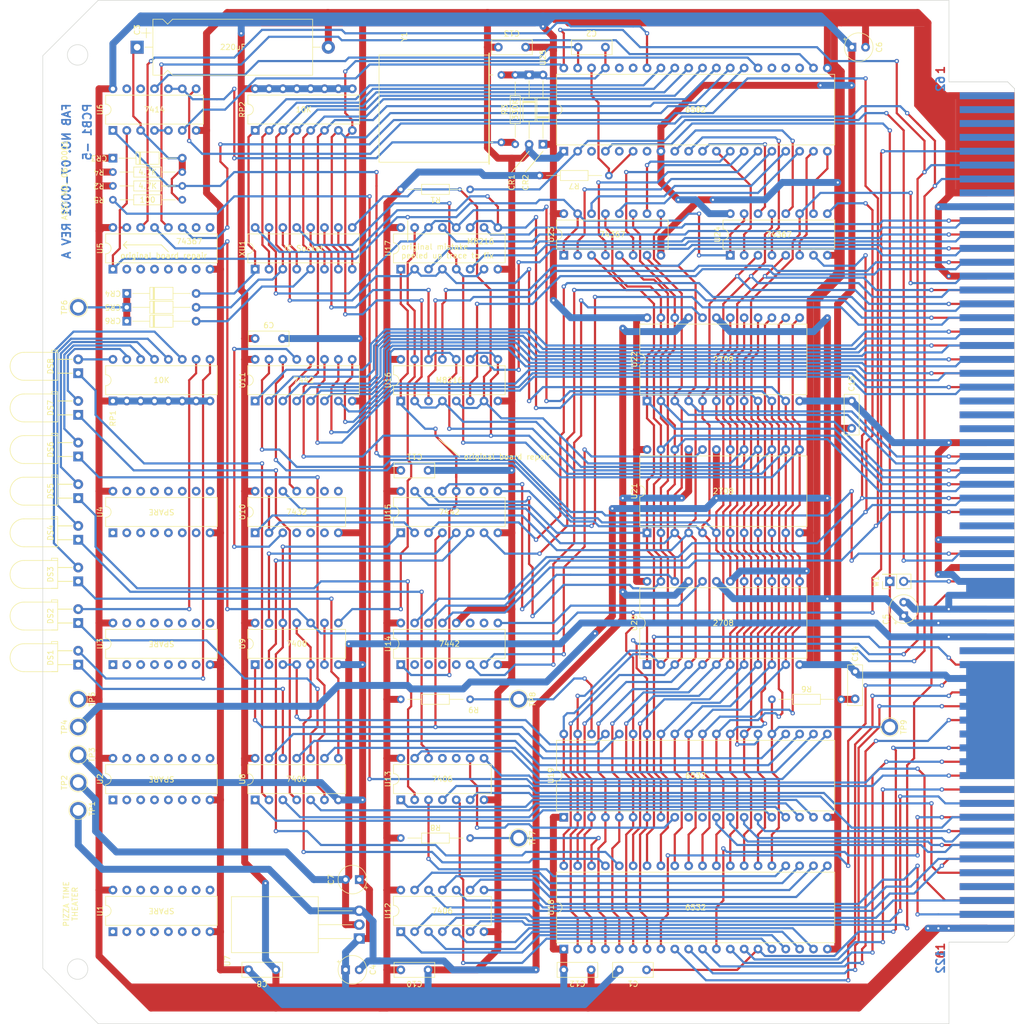
<source format=kicad_pcb>
(kicad_pcb (version 20221018) (generator pcbnew)
  (layers (0 "F.Cu" signal) (31 "B.Cu" signal) (34 "B.Paste" user) (35 "F.Paste" user) (36 "B.SilkS" user "B.Silkscreen") (37 "F.SilkS" user "F.Silkscreen") (38 "B.Mask" user) (39 "F.Mask" user) (44 "Edge.Cuts" user))
  (net 0 "")
  (net 1 "PROG in")
  (net 2 "GND")
  (net 3 "Net-(CR3-A)")
  (net 4 "-5V")
  (net 5 "+12V")
  (net 6 "+5V")
  (net 7 "-12V")
  (net 8 "Net-(CR1-K)")
  (net 9 "Net-(CR4-K)")
  (net 10 "Net-(CR4-A)")
  (net 11 "Net-(CR5-A)")
  (net 12 "Net-(CR6-A)")
  (net 13 "Net-(DS1-K)")
  (net 14 "Net-(DS1-A)")
  (net 15 "Net-(DS2-K)")
  (net 16 "Net-(DS2-A)")
  (net 17 "Net-(DS3-K)")
  (net 18 "Net-(DS3-A)")
  (net 19 "Net-(DS4-K)")
  (net 20 "Net-(DS4-A)")
  (net 21 "Net-(DS5-K)")
  (net 22 "Net-(DS5-A)")
  (net 23 "Net-(DS6-K)")
  (net 24 "Net-(DS6-A)")
  (net 25 "Net-(DS7-K)")
  (net 26 "Net-(DS7-A)")
  (net 27 "Net-(DS8-K)")
  (net 28 "Net-(DS8-A)")
  (net 30 "DB0")
  (net 31 "DB2")
  (net 32 "DB4")
  (net 33 "DB6")
  (net 34 "BA1")
  (net 35 "BA3")
  (net 36 "XPRT")
  (net 37 "BS1")
  (net 38 "BS3")
  (net 39 "BS5")
  (net 40 "BS7")
  (net 41 "BS9")
  (net 45 "BA4")
  (net 46 "BA6")
  (net 47 "BA8")
  (net 48 "BA10")
  (net 49 "BA12")
  (net 52 "{slash}HOLD in")
  (net 53 "{slash}IRQ out")
  (net 54 "DIAG out")
  (net 57 "MIKE SW.")
  (net 58 "CHEER in")
  (net 59 "B'DAY in")
  (net 60 "INTRO in")
  (net 61 "SPEC in")
  (net 63 "NEXT in")
  (net 64 "{slash}RESET")
  (net 65 "SKIP in")
  (net 67 "DIAG in")
  (net 68 "AGC 8")
  (net 69 "AGC 2")
  (net 70 "B'DAY out")
  (net 71 "CHEER out")
  (net 73 "RESET out")
  (net 79 "R{slash}~{W}")
  (net 80 "PHI2")
  (net 82 "DB1")
  (net 83 "DB3")
  (net 84 "DB5")
  (net 85 "DB7")
  (net 86 "BA0")
  (net 87 "BA2")
  (net 88 "UART")
  (net 89 "AUDIO")
  (net 90 "BS2")
  (net 91 "BS4")
  (net 92 "BS6")
  (net 93 "BS8")
  (net 94 "BS10")
  (net 98 "BA5")
  (net 99 "BA7")
  (net 100 "BA9")
  (net 101 "BA11")
  (net 104 "RDY")
  (net 107 "NEXT out")
  (net 108 "PROG out")
  (net 109 "AGC 4")
  (net 110 "AGC 1")
  (net 111 "INTRO out")
  (net 114 "SKIP out")
  (net 115 "SPEC out")
  (net 116 "Net-(R3-Pad1)")
  (net 117 "{slash}IRQ")
  (net 118 "Net-(U18-CS1)")
  (net 119 "Net-(U19-CS1)")
  (net 120 "Net-(RP2-R2.1)")
  (net 121 "Net-(RP2-R4.1)")
  (net 122 "Net-(RP2-R6.1)")
  (net 123 "Net-(RP2-R7.1)")
  (net 124 "Net-(RP2-R8.1)")
  (net 125 "A0")
  (net 126 "A1")
  (net 127 "A2")
  (net 128 "A3")
  (net 129 "A4")
  (net 130 "A5")
  (net 131 "A6")
  (net 132 "A7")
  (net 133 "A8")
  (net 134 "A9")
  (net 135 "A10")
  (net 136 "A11")
  (net 137 "A12")
  (net 138 "cpu R{slash}~{W}")
  (net 139 "Net-(U14-0)")
  (net 140 "D6")
  (net 141 "D7")
  (net 142 "D4")
  (net 143 "D5")
  (net 144 "D2")
  (net 145 "D3")
  (net 146 "D0")
  (net 147 "D1")
  (net 148 "Net-(U23-OEa)")
  (net 157 "Net-(U6-Pad4)")
  (net 158 "Net-(U19-PA1)")
  (net 159 "Net-(U19-PB7)")
  (net 160 "Net-(U19-PB6)")
  (net 161 "Net-(U19-PB5)")
  (net 162 "Net-(U19-PB2)")
  (net 163 "Net-(U19-PB1)")
  (net 164 "Net-(U19-PB0)")
  (net 165 "{slash}STACK")
  (net 166 "{slash}U19")
  (net 167 "Net-(U19-~{CS2})")
  (net 168 "Net-(U18-~{CS2})")
  (net 169 "Net-(U9-Pad6)")
  (net 170 "{slash}RAM")
  (net 171 "{slash}U18")
  (net 172 "{slash}CARDS")
  (net 173 "Net-(U11-A2)")
  (net 180 "Net-(U11-A3)")
  (net 181 "Net-(U18-PB6)")
  (net 182 "Net-(U18-PB5)")
  (net 183 "Net-(U18-PB4)")
  (net 184 "Net-(U18-PB3)")
  (net 185 "Net-(U18-PB2)")
  (net 186 "Net-(U18-PB1)")
  (net 187 "Net-(U19-PB4)")
  (net 188 "Net-(U18-PB0)")
  (net 189 "Net-(U18-PB7)")
  (net 192 "Net-(U19-PB3)")
  (net 197 "{slash}CS U22")
  (net 198 "{slash}CS U21")
  (net 199 "{slash}CS U20")
  (net 206 "Net-(U16-IN{slash}~{OUT})")
  (net 207 "Net-(U25-02)")
  (net 208 "Net-(U25-SO)")
  (net 276 "{slash}RESET in")
  (footprint "Evan's parts:LED_D5.0mm_Horizontal_O3.81mm_Z15.0mm reversed" (layer "F.Cu") (at 48.26 129.54 -90)
    (fp_text reference "DS1")
    (fp_text value "LED")
  )
  (footprint "Diode_THT:D_DO-35_SOD27_P12.70mm_Horizontal" (layer "F.Cu") (at 57.15 69.215)
    (fp_text reference "CR6")
    (fp_text value "1N914")
  )
  (footprint "Package_DIP:DIP-24_W15.24mm" (layer "F.Cu") (at 152.4 132.08 90)
    (fp_text reference "U20")
    (fp_text value "2708")
  )
  (footprint "Connector_PinSocket_2.54mm:PinSocket_2x01_P2.54mm_Vertical" (layer "F.Cu") (at 196.85 116.84 180)
    (fp_text reference "W1")
    (fp_text value "IRQ")
  )
  (footprint "Capacitor_THT:CP_Radial_Tantal_D5.0mm_P2.50mm" (layer "F.Cu") (at 199.39 123.15 90)
    (fp_text reference "C5")
    (fp_text value "4.7uF")
  )
  (footprint "Capacitor_THT:C_Rect_L7.2mm_W2.5mm_P5.00mm_FKS2_FKP2_MKS2_MKP2" (layer "F.Cu") (at 84.455 187.94 180)
    (fp_text reference "C8")
    (fp_text value "100nF")
  )
  (footprint "Diode_THT:D_DO-35_SOD27_P12.70mm_Horizontal" (layer "F.Cu") (at 57.15 66.675)
    (fp_text reference "CR5")
    (fp_text value "1N914")
  )
  (footprint "Package_TO_SOT_THT:TO-220-3_Horizontal_TabDown" (layer "F.Cu") (at 95.9 182.225 90)
    (fp_text reference "U7")
    (fp_text value "LM7905_TO220")
  )
  (footprint "Package_DIP:DIP-16_W7.62mm" (layer "F.Cu") (at 107.315 83.82 90)
    (fp_text reference "U16")
    (fp_text value "M8216")
  )
  (footprint "Package_DIP:DIP-16_W7.62mm" (layer "F.Cu") (at 80.645 83.82 90)
    (fp_text reference "U11")
    (fp_text value "7442")
  )
  (footprint "Package_DIP:DIP-14_W7.62mm" (layer "F.Cu") (at 80.645 132.08 90)
    (fp_text reference "U9")
    (fp_text value "7408")
  )
  (footprint "Package_DIP:DIP-40_W15.24mm" (layer "F.Cu") (at 137.16 38.1 90)
    (fp_text reference "U25")
    (fp_text value "6502")
  )
  (footprint "Capacitor_THT:CP_Axial_L29.0mm_D10.0mm_P35.00mm_Horizontal" (layer "F.Cu") (at 59.055 19.05)
    (fp_text reference "C3")
    (fp_text value "220uF")
  )
  (footprint "Package_DIP:DIP-16_W7.62mm" (layer "F.Cu") (at 137.16 57.15 90)
    (fp_text reference "U23")
    (fp_text value "74367")
  )
  (footprint "Capacitor_THT:C_Rect_L7.2mm_W2.5mm_P5.00mm_FKS2_FKP2_MKS2_MKP2" (layer "F.Cu") (at 152.32 187.96 180)
    (fp_text reference "C1")
    (fp_text value "100nF")
  )
  (footprint "Diode_THT:D_DO-35_SOD27_P12.70mm_Horizontal" (layer "F.Cu") (at 133.35 36.83 90)
    (fp_text reference "CR2")
    (fp_text value "1N914")
  )
  (footprint "Package_DIP:DIP-16_W7.62mm" (layer "F.Cu") (at 80.645 59.69 90)
    (fp_text reference "XU1")
    (fp_text value "IC Socket")
  )
  (footprint "TestPoint:TestPoint_Plated_Hole_D2.0mm" (layer "F.Cu") (at 48.26 66.675)
    (fp_text reference "TP6")
    (fp_text value "~{0/2/4}")
  )
  (footprint "Capacitor_THT:C_Rect_L7.2mm_W2.5mm_P5.00mm_FKS2_FKP2_MKS2_MKP2" (layer "F.Cu") (at 144.78 19.05 180)
    (fp_text reference "C2")
    (fp_text value "10pF")
  )
  (footprint "Evan's parts:LED_D5.0mm_Horizontal_O3.81mm_Z15.0mm reversed" (layer "F.Cu") (at 48.26 114.3 -90)
    (fp_text reference "DS3")
    (fp_text value "LED")
  )
  (footprint "Evan's parts:R_Axial_DIN0204_L3.6mm_D1.6mm_P12.7mm_Horizontal" (layer "F.Cu") (at 109.855 45.085)
    (fp_text reference "R1")
    (fp_text value "4.7K")
  )
  (footprint "Package_DIP:DIP-16_W7.62mm" (layer "F.Cu") (at 54.61 156.845 90)
    (fp_text reference "U2")
    (fp_text value "SPARE")
  )
  (footprint "Package_DIP:DIP-16_W7.62mm" (layer "F.Cu") (at 54.61 107.95 90)
    (fp_text reference "U4")
    (fp_text value "SPARE")
  )
  (footprint "Capacitor_THT:C_Rect_L7.2mm_W2.5mm_P5.00mm_FKS2_FKP2_MKS2_MKP2" (layer "F.Cu") (at 189.865 88.82 90)
    (fp_text reference "C15")
    (fp_text value "100nF")
  )
  (footprint "TestPoint:TestPoint_Plated_Hole_D2.0mm" (layer "F.Cu") (at 128.905 138.43)
    (fp_text reference "TP8")
    (fp_text value "U19 CS")
  )
  (footprint "TestPoint:TestPoint_Plated_Hole_D2.0mm" (layer "F.Cu") (at 48.26 138.43)
    (fp_text reference "TP5")
    (fp_text value "+5v")
  )
  (footprint "Package_DIP:DIP-16_W7.62mm" (layer "F.Cu") (at 107.315 107.95 90)
    (fp_text reference "U15")
    (fp_text value "7442")
  )
  (footprint "Evan's parts:LED_D5.0mm_Horizontal_O3.81mm_Z15.0mm reversed" (layer "F.Cu") (at 48.26 83.82 -90)
    (fp_text reference "DS7")
    (fp_text value "LED")
  )
  (footprint "TestPoint:TestPoint_Plated_Hole_D2.0mm" (layer "F.Cu") (at 48.26 143.51)
    (fp_text reference "TP4")
    (fp_text value "+12v")
  )
  (footprint "Package_DIP:DIP-14_W7.62mm" (layer "F.Cu") (at 107.315 156.835 90)
    (fp_text reference "U13")
    (fp_text value "7406")
  )
  (footprint "Evan's parts:R_Axial_DIN0204_L3.6mm_D1.6mm_P12.7mm_Horizontal" (layer "F.Cu") (at 57.15 44.45)
    (fp_text reference "R2")
    (fp_text value "4.7K")
  )
  (footprint "Evan's parts:R_Axial_DIN0204_L3.6mm_D1.6mm_P12.7mm_Horizontal" (layer "F.Cu") (at 57.15 46.99)
    (fp_text reference "R5")
    (fp_text value "100")
  )
  (footprint "Package_DIP:DIP-14_W7.62mm" (layer "F.Cu") (at 54.61 34.29 90)
    (fp_text reference "U6")
    (fp_text value "7414")
  )
  (footprint "Evan's parts:R_Axial_DIN0204_L3.6mm_D1.6mm_P12.7mm_Horizontal" (layer "F.Cu") (at 128.27 34.29 90)
    (fp_text reference "R3")
    (fp_text value "330K")
  )
  (footprint "Capacitor_THT:C_Rect_L7.2mm_W2.5mm_P5.00mm_FKS2_FKP2_MKS2_MKP2" (layer "F.Cu") (at 107.315 187.96)
    (fp_text reference "C10")
    (fp_text value "100nF")
  )
  (footprint "Package_DIP:DIP-14_W7.62mm" (layer "F.Cu") (at 80.645 107.95 90)
    (fp_text reference "U10")
    (fp_text value "7432")
  )
  (footprint "Package_DIP:DIP-14_W7.62mm" (layer "F.Cu") (at 80.645 156.845 90)
    (fp_text reference "U8")
    (fp_text value "7406")
  )
  (footprint "Evan's parts:LED_D5.0mm_Horizontal_O3.81mm_Z15.0mm reversed" (layer "F.Cu") (at 48.26 121.92 -90)
    (fp_text reference "DS2")
    (fp_text value "LED")
  )
  (footprint "TestPoint:TestPoint_Plated_Hole_D2.0mm" (layer "F.Cu") (at 48.26 158.75)
    (fp_text reference "TP1")
    (fp_text value "-5v")
  )
  (footprint "Package_DIP:DIP-24_W15.24mm" (layer "F.Cu") (at 152.4 107.95 90)
    (fp_text reference "U21")
    (fp_text value "2708")
  )
  (footprint "Package_DIP:DIP-16_W7.62mm" (layer "F.Cu") (at 107.315 132.08 90)
    (fp_text reference "U14")
    (fp_text value "7442")
  )
  (footprint "Capacitor_THT:CP_Radial_Tantal_D5.0mm_P2.50mm" (layer "F.Cu") (at 189.905 19.05)
    (fp_text reference "C6")
    (fp_text value "4.7uF")
  )
  (footprint "Evan's parts:LED_D5.0mm_Horizontal_O3.81mm_Z15.0mm reversed" (layer "F.Cu") (at 48.26 106.68 -90)
    (fp_text reference "DS4")
    (fp_text value "LED")
  )
  (footprint "Capacitor_THT:C_Rect_L7.2mm_W2.5mm_P5.00mm_FKS2_FKP2_MKS2_MKP2" (layer "F.Cu") (at 80.645 72.39)
    (fp_text reference "C9")
    (fp_text value "100nF")
  )
  (footprint "Capacitor_THT:C_Rect_L7.2mm_W2.5mm_P5.00mm_FKS2_FKP2_MKS2_MKP2" (layer "F.Cu") (at 190.5 138.35 90)
    (fp_text reference "C14")
    (fp_text value "100nF")
  )
  (footprint "Evan's parts:R_Axial_DIN0204_L3.6mm_D1.6mm_P12.7mm_Horizontal" (layer "F.Cu") (at 57.15 41.91)
    (fp_text reference "R4")
    (fp_text value "4.7K")
  )
  (footprint "Evan's parts:Chuck_E_Cheese_large_card_edge" (layer "F.Cu") (at 214.63 180.34 90)
    (fp_text reference "J1" hide)
    (fp_text value "CEC card edge connector large")
    (fp_line (start -2.54 3.81) (end -2.54 -6.95) (stroke (width 0.12)) (layer "Edge.Cuts"))
    (fp_line (start -1.27 5.08) (end -2.54 3.81) (stroke (width 0.12)) (layer "Edge.Cuts"))
    (fp_line (start -1.27 5.08) (end 153.67 5.08) (stroke (width 0.12)) (layer "Edge.Cuts"))
    (fp_line (start 154.94 3.81) (end 153.67 5.08) (stroke (width 0.12)) (layer "Edge.Cuts"))
    (fp_line (start 154.94 3.81) (end 154.94 -6.95) (stroke (width 0.12)) (layer "Edge.Cuts"))
  )
  (footprint "Evan's parts:R_Axial_DIN0204_L3.6mm_D1.6mm_P12.7mm_Horizontal" (layer "F.Cu") (at 185.42 138.43 180)
    (fp_text reference "R6")
    (fp_text value "4.7K")
  )
  (footprint "Package_DIP:DIP-16_W7.62mm" (layer "F.Cu") (at 107.315 59.69 90)
    (fp_text reference "U17")
    (fp_text value "M8216")
  )
  (footprint "Capacitor_THT:CP_Radial_Tantal_D5.0mm_P2.50mm" (layer "F.Cu") (at 99.71 171.43 180)
    (fp_text reference "C7")
    (fp_text value "4.7uF")
  )
  (footprint "Diode_THT:D_DO-35_SOD27_P12.70mm_Horizontal" (layer "F.Cu") (at 54.61 39.37)
    (fp_text reference "CR3")
    (fp_text value "1N914")
  )
  (footprint "TestPoint:TestPoint_Plated_Hole_D2.0mm" (layer "F.Cu") (at 196.85 143.51)
    (fp_text reference "TP9")
    (fp_text value "IRQ")
  )
  (footprint "Package_DIP:DIP-16_W7.62mm" (layer "F.Cu") (at 54.61 180.965 90)
    (fp_text reference "U1")
    (fp_text value "SPARE")
  )
  (footprint "Package_DIP:DIP-16_W7.62mm" (layer "F.Cu") (at 54.61 132.08 90)
    (fp_text reference "U3")
    (fp_text value "SPARE")
  )
  (footprint "Evan's parts:LED_D5.0mm_Horizontal_O3.81mm_Z15.0mm reversed" (layer "F.Cu") (at 48.26 91.44 -90)
    (fp_text reference "DS6")
    (fp_text value "LED")
  )
  (footprint "Package_DIP:DIP-16_W7.62mm" (layer "F.Cu") (at 80.66 34.28 90)
    (fp_text reference "RP2")
    (fp_text value "10K")
  )
  (footprint "TestPoint:TestPoint_Plated_Hole_D2.0mm" (layer "F.Cu") (at 128.905 163.83)
    (fp_text reference "TP7")
    (fp_text value "U18 CS")
  )
  (footprint "Evan's parts:R_Axial_DIN0204_L3.6mm_D1.6mm_P12.7mm_Horizontal" (layer "F.Cu") (at 135.255 42.545)
    (fp_text reference "R7")
    (fp_text value "4.7K")
  )
  (footprint "Evan's parts:LED_D5.0mm_Horizontal_O3.81mm_Z15.0mm reversed" (layer "F.Cu") (at 48.26 99.06 -90)
    (fp_text reference "DS5")
    (fp_text value "LED")
  )
  (footprint "TestPoint:TestPoint_Plated_Hole_D2.0mm" (layer "F.Cu") (at 48.26 153.67)
    (fp_text reference "TP2")
    (fp_text value "-12v")
  )
  (footprint "Diode_THT:D_DO-35_SOD27_P12.70mm_Horizontal" (layer "F.Cu") (at 130.81 24.13 -90)
    (fp_text reference "CR1")
    (fp_text value "1N914")
  )
  (footprint "Package_DIP:DIP-40_W15.24mm" (layer "F.Cu") (at 137.16 184.15 90)
    (fp_text reference "U18")
    (fp_text value "6532")
  )
  (footprint "Evan's parts:R_Axial_DIN0204_L3.6mm_D1.6mm_P12.7mm_Horizontal" (layer "F.Cu") (at 109.855 138.43)
    (fp_text reference "R9")
    (fp_text value "4.7K")
  )
  (footprint "Capacitor_THT:C_Rect_L7.2mm_W2.5mm_P5.00mm_FKS2_FKP2_MKS2_MKP2" (layer "F.Cu") (at 130.175 19.05 180)
    (fp_text reference "C13")
    (fp_text value "100nF")
  )
  (footprint "Package_DIP:DIP-16_W7.62mm" (layer "F.Cu") (at 54.61 83.82 90)
    (fp_text reference "RP1")
    (fp_text value "10K")
  )
  (footprint "Capacitor_THT:CP_Radial_Tantal_D5.0mm_P2.50mm" (layer "F.Cu") (at 97.21 187.94)
    (fp_text reference "C4")
    (fp_text value "4.7uF")
  )
  (footprint "Package_DIP:DIP-24_W15.24mm" (layer "F.Cu") (at 152.4 83.82 90)
    (fp_text reference "U22")
    (fp_text value "2708")
  )
  (footprint "Capacitor_THT:C_Rect_L7.2mm_W2.5mm_P5.00mm_FKS2_FKP2_MKS2_MKP2" (layer "F.Cu") (at 107.315 96.52)
    (fp_text reference "C11")
    (fp_text value "100nF")
  )
  (footprint "Package_DIP:DIP-14_W7.62mm" (layer "F.Cu") (at 107.31 180.965 90)
    (fp_text reference "U12")
    (fp_text value "7406")
  )
  (footprint "Crystal:Crystal_HC33-U_Horizontal" (layer "F.Cu") (at 125.73 24.13 -90)
    (fp_text reference "Y1")
    (fp_text value "1Mhz")
  )
  (footprint "TestPoint:TestPoint_Plated_Hole_D2.0mm" (layer "F.Cu") (at 48.26 148.59)
    (fp_text reference "TP3")
    (fp_text value "GND")
  )
  (footprint "Diode_THT:D_DO-35_SOD27_P12.70mm_Horizontal" (layer "F.Cu") (at 57.15 64.135)
    (fp_text reference "CR4")
    (fp_text value "1N914")
  )
  (footprint "Package_DIP:DIP-16_W7.62mm" (layer "F.Cu") (at 167.64 57.15 90)
    (fp_text reference "U24")
    (fp_text value "74367")
  )
  (footprint "Evan's parts:LED_D5.0mm_Horizontal_O3.81mm_Z15.0mm reversed" (layer "F.Cu") (at 48.26 76.2 -90)
    (fp_text reference "DS8")
    (fp_text value "LED")
  )
  (footprint "Capacitor_THT:C_Rect_L7.2mm_W2.5mm_P5.00mm_FKS2_FKP2_MKS2_MKP2" (layer "F.Cu") (at 142.16 187.96 180)
    (fp_text reference "C12")
    (fp_text value "100nF")
  )
  (footprint "Package_DIP:DIP-40_W15.24mm" (layer "F.Cu") (at 137.16 160.02 90)
    (fp_text reference "U19")
    (fp_text value "6532")
  )
  (footprint "Package_DIP:DIP-16_W7.62mm" (layer "F.Cu") (at 54.61 59.69 90)
    (fp_text reference "U5")
    (fp_text value "74367")
  )
  (footprint "Evan's parts:R_Axial_DIN0204_L3.6mm_D1.6mm_P12.7mm_Horizontal" (layer "F.Cu") (at 109.855 163.83)
    (fp_text reference "R8")
    (fp_text value "4.7K")
  )
  (gr_line (start 130.81 38.1) (end 127.635 41.91) (stroke (width 0.15)) (layer "F.SilkS"))
  (gr_line (start 57.15 55.88) (end 56.515 55.245) (stroke (width 0.15)) (layer "F.SilkS"))
  (gr_line (start 56.515 55.245) (end 57.15 54.61) (stroke (width 0.15)) (layer "F.SilkS"))
  (gr_line (start 118.11 93.98) (end 114.3 90.805) (stroke (width 0.15)) (layer "F.SilkS"))
  (gr_line (start 56.515 55.245) (end 57.15 55.88) (stroke (width 0.15)) (layer "F.SilkS"))
  (gr_line (start 63.5 55.245) (end 56.515 55.245) (stroke (width 0.15)) (layer "F.SilkS"))
  (gr_line (start 64.77 56.515) (end 63.5 55.245) (stroke (width 0.15)) (layer "F.SilkS"))
  (gr_line (start 130.175 41.91) (end 133.35 38.1) (stroke (width 0.15)) (layer "F.SilkS"))
  (gr_line (start 108.585 54.61) (end 108.585 50.8) (stroke (width 0.15)) (layer "F.SilkS"))
  (gr_line (start 41.78 187.67) (end 41.78 20.61) (stroke (width 0.1)) (layer "Edge.Cuts"))
  (gr_circle (center 48.15 20.46) (end 48.15 18.59) (stroke (width 0.1)) (fill none) (layer "Edge.Cuts"))
  (gr_line (start 207.68 25.4) (end 207.68 10.46) (stroke (width 0.1)) (layer "Edge.Cuts"))
  (gr_line (start 41.78 187.67) (end 51.93 197.82) (stroke (width 0.1)) (layer "Edge.Cuts"))
  (gr_line (start 207.68 182.88) (end 207.68 197.82) (stroke (width 0.1)) (layer "Edge.Cuts"))
  (gr_circle (center 48.15 187.82) (end 48.15 185.95) (stroke (width 0.1)) (fill none) (layer "Edge.Cuts"))
  (gr_line (start 41.78 20.61) (end 51.93 10.46) (stroke (width 0.1)) (layer "Edge.Cuts"))
  (gr_line (start 51.93 197.82) (end 207.68 197.82) (stroke (width 0.1)) (layer "Edge.Cuts"))
  (gr_line (start 51.93 10.46) (end 207.68 10.46) (stroke (width 0.1)) (layer "Edge.Cuts"))
  (gr_text "61" (at 207.01 186.055 90) (layer "F.Cu") (effects (font (size 1.5 1.5) (thickness 0.3) bold) (justify left bottom)))
  (gr_text "1" (at 207.01 24.13 90) (layer "F.Cu") (effects (font (size 1.5 1.5) (thickness 0.3) bold) (justify left bottom)))
  (gr_text "FAB NO. 07-0001 REV A" (at 46.99 29.21 90) (layer "B.Cu") (effects (font (size 1.5 1.5) (thickness 0.3) bold) (justify left bottom mirror)))
  (gr_text "62" (at 207.01 24.13 90) (layer "B.Cu") (effects (font (size 1.5 1.5) (thickness 0.3) bold) (justify left bottom mirror)))
  (gr_text "PCB1 -5" (at 50.8 29.21 90) (layer "B.Cu") (effects (font (size 1.5 1.5) (thickness 0.3) bold) (justify left bottom mirror)))
  (gr_text "122" (at 207.01 184.15 90) (layer "B.Cu") (effects (font (size 1.5 1.5) (thickness 0.3) bold) (justify left bottom mirror)))
  (gr_text "original board repair" (at 118.745 94.615) (layer "F.SilkS") (effects (font (size 1 1)) (justify left bottom)))
  (gr_text "PIZZA TIME\nTHEATER" (at 48.26 175.895 90) (layer "F.SilkS") (effects (font (size 1 1)) (justify bottom)))
  (gr_text "original mistake\npeeled up trace to fix" (at 107.315 57.785) (layer "F.SilkS") (effects (font (size 1 1)) (justify left bottom)))
  (gr_text "ASSY NO. 06-0001" (at 46.355 50.8 90) (layer "F.SilkS") (effects (font (size 1 1)) (justify left bottom)))
  (gr_text "original board repair" (at 55.88 57.785) (layer "F.SilkS") (effects (font (size 1 1)) (justify left bottom)))
  (segment (start 197.485 180.975) (end 197.955 180.505) (width 0.4) (layer "F.Cu") (net 1))
  (segment (start 214.63 147.32) (end 207.645 147.32) (width 0.4) (layer "F.Cu") (net 1))
  (segment (start 172.72 184.15) (end 168.91 187.96) (width 0.4) (layer "F.Cu") (net 1))
  (segment (start 197.955 180.505) (end 197.955 147.79) (width 0.4) (layer "F.Cu") (net 1))
  (segment (start 168.91 187.96) (end 152.32 187.96) (width 0.4) (layer "F.Cu") (net 1))
  (segment (start 197.955 147.79) (end 197.485 147.32) (width 0.4) (layer "F.Cu") (net 1))
  (via (at 207.645 147.32) (size 0.8) (drill 0.4) (layers "F.Cu" "B.Cu") (net 1))
  (via (at 197.485 180.975) (size 0.8) (drill 0.4) (layers "F.Cu" "B.Cu") (net 1))
  (via (at 197.485 147.32) (size 0.8) (drill 0.4) (layers "F.Cu" "B.Cu") (net 1))
  (segment (start 197.485 147.32) (end 207.645 147.32) (width 0.4) (layer "B.Cu") (net 1))
  (segment (start 173.99 185.42) (end 172.72 184.15) (width 0.4) (layer "B.Cu") (net 1))
  (segment (start 186.69 185.42) (end 173.99 185.42) (width 0.4) (layer "B.Cu") (net 1))
  (segment (start 191.135 180.975) (end 186.69 185.42) (width 0.4) (layer "B.Cu") (net 1))
  (segment (start 197.485 180.975) (end 191.135 180.975) (width 0.4) (layer "B.Cu") (net 1))
  (segment (start 187.96 60.96) (end 187.96 23.495) (width 1.27) (layer "F.Cu") (net 2))
  (segment (start 185.42 22.86) (end 187.325 24.765) (width 1.27) (layer "F.Cu") (net 2))
  (segment (start 72.39 107.95) (end 74.295 107.95) (width 1.27) (layer "F.Cu") (net 2))
  (segment (start 74.295 59.69) (end 74.295 48.26) (width 1.27) (layer "F.Cu") (net 2))
  (segment (start 122.55 180.965) (end 125.085 180.965) (width 1.27) (layer "F.Cu") (net 2))
  (segment (start 71.755 34.29) (end 71.755 16.51) (width 1.27) (layer "F.Cu") (net 2))
  (segment (start 207.645 91.44) (end 205.74 93.345) (width 1.27) (layer "F.Cu") (net 2))
  (segment (start 125.095 184.15) (end 125.095 180.975) (width 1.27) (layer "F.Cu") (net 2))
  (segment (start 192.405 13.97) (end 190.5 13.97) (width 1.27) (layer "F.Cu") (net 2))
  (segment (start 125.095 180.975) (end 125.095 156.845) (width 1.27) (layer "F.Cu") (net 2))
  (segment (start 74.285 180.965) (end 72.39 180.965) (width 1.27) (layer "F.Cu") (net 2))
  (segment (start 74.295 180.975) (end 74.285 180.965) (width 1.27) (layer "F.Cu") (net 2))
  (segment (start 125.085 156.835) (end 125.095 156.845) (width 1.27) (layer "F.Cu") (net 2))
  (segment (start 74.295 156.845) (end 72.39 156.845) (width 1.27) (layer "F.Cu") (net 2))
  (segment (start 123.19 12.7) (end 201.93 12.7) (width 1.27) (layer "F.Cu") (net 2))
  (segment (start 208.28 45.72) (end 214.63 45.72) (width 1.27) (layer "F.Cu") (net 2))
  (segment (start 183.515 132.08) (end 183.515 65.405) (width 1.27) (layer "F.Cu") (net 2))
  (segment (start 100.33 128.27) (end 100.33 131.445) (width 1.27) (layer "F.Cu") (net 2))
  (segment (start 161.925 46.99) (end 164.465 46.99) (width 1.27) (layer "F.Cu") (net 2))
  (segment (start 72.39 59.69) (end 74.295 59.69) (width 1.27) (layer "F.Cu") (net 2))
  (segment (start 94.055 19.05) (end 94.055 12.775) (width 1.27) (layer "F.Cu") (net 2))
  (segment (start 166.37 75.565) (end 166.37 86.995) (width 0.4) (layer "F.Cu") (net 2))
  (segment (start 207.645 60.96) (end 205.74 59.055) (width 1.27) (layer "F.Cu") (net 2))
  (segment (start 125.095 39.37) (end 123.19 37.465) (width 1.27) (layer "F.Cu") (net 2))
  (segment (start 95.885 107.95) (end 99.695 107.95) (width 1.27) (layer "F.Cu") (net 2))
  (segment (start 154.94 57.15) (end 154.94 53.975) (width 1.27) (layer "F.Cu") (net 2))
  (segment (start 135.255 160.02) (end 135.255 184.15) (width 1.27) (layer "F.Cu") (net 2))
  (segment (start 100.33 170.81) (end 99.71 171.43) (width 1.27) (layer "F.Cu") (net 2))
  (segment (start 74.295 107.95) (end 74.295 132.08) (width 1.27) (layer "F.Cu") (net 2))
  (segment (start 167.64 116.84) (end 167.64 112.395) (width 0.4) (layer "F.Cu") (net 2))
  (segment (start 192.405 19.05) (end 192.405 13.97) (width 1.27) (layer "F.Cu") (net 2))
  (segment (start 187.325 24.765) (end 187.325 25.4) (width 1.27) (layer "F.Cu") (net 2))
  (segment (start 71.755 34.29) (end 69.85 34.29) (width 1.27) (layer "F.Cu") (net 2))
  (segment (start 74.295 48.26) (end 71.755 45.72) (width 1.27) (layer "F.Cu") (net 2))
  (segment (start 201.93 12.7) (end 203.835 14.605) (width 1.27) (layer "F.Cu") (net 2))
  (segment (start 100.33 128.27) (end 100.33 170.81) (width 1.27) (layer "F.Cu") (net 2))
  (segment (start 167.64 112.395) (end 166.37 111.125) (width 0.4) (layer "F.Cu") (net 2))
  (segment (start 205.74 59.055) (end 205.74 48.26) (width 1.27) (layer "F.Cu") (net 2))
  (segment (start 99.695 72.39) (end 100.33 72.39) (width 1.27) (layer "F.Cu") (net 2))
  (segment (start 100.33 83.82) (end 100.33 128.27) (width 1.27) (layer "F.Cu") (net 2))
  (segment (start 127.635 121.92) (end 127.635 132.08) (width 1.27) (layer "F.Cu") (net 2))
  (segment (start 130.81 38.1) (end 129.54 39.37) (width 1.27) (layer "F.Cu") (net 2))
  (segment (start 127.635 83.82) (end 127.635 59.69) (width 1.27) (layer "F.Cu") (net 2))
  (segment (start 214.63 60.96) (end 207.645 60.96) (width 1.27) (layer "F.Cu") (net 2))
  (segment (start 137.16 160.02) (end 135.255 160.02) (width 1.27) (layer "F.Cu") (net 2))
  (segment (start 117.475 124.46) (end 120.015 121.92) (width 1.27) (layer "F.Cu") (net 2))
  (segment (start 74.295 132.08) (end 74.295 132.715) (width 1.27) (layer "F.Cu") (net 2))
  (segment (start 182.245 132.08) (end 182.245 107.95) (width 1.27) (layer "F.Cu") (net 2))
  (segment (start 186.69 22.225) (end 186.69 13.97) (width 1.27) (layer "F.Cu") (net 2))
  (segment (start 166.37 111.125) (end 166.37 104.14) (width 0.4) (layer "F.Cu") (net 2))
  (segment (start 185.42 22.86) (end 185.42 13.97) (width 1.27) (layer "F.Cu") (net 2))
  (segment (start 167.64 74.295) (end 166.37 75.565) (width 0.4) (layer "F.Cu") (net 2))
  (segment (start 205.74 48.26) (end 208.28 45.72) (width 1.27) (layer "F.Cu") (net 2))
  (segment (start 205.74 109.22) (end 205.74 115.57) (width 1.27) (layer "F.Cu") (net 2))
  (segment (start 167.64 88.265) (end 167.64 92.71) (width 0.4) (layer "F.Cu") (net 2))
  (segment (start 125.095 132.08) (end 127.635 132.08) (width 1.27) (layer "F.Cu") (net 2))
  (segment (start 74.295 132.08) (end 72.39 132.08) (width 1.27) (layer "F.Cu") (net 2))
  (segment (start 74.295 187.96) (end 74.315 187.94) (width 1.27) (layer "F.Cu") (net 2))
  (segment (start 167.64 68.58) (end 167.64 74.295) (width 0.4) (layer "F.Cu") (net 2))
  (segment (start 187.325 60.325) (end 187.325 57.15) (width 1.27) (layer "F.Cu") (net 2))
  (segment (start 208.28 114.3) (end 214.63 114.3) (width 1.27) (layer "F.Cu") (net 2))
  (segment (start 93.98 12.7) (end 123.19 12.7) (width 1.27) (layer "F.Cu") (net 2))
  (segment (start 74.315 187.94) (end 79.455 187.94) (width 1.27) (layer "F.Cu") (net 2))
  (segment (start 123.19 19.05) (end 123.19 12.7) (width 1.27) (layer "F.Cu") (net 2))
  (segment (start 130.81 36.83) (end 130.81 38.1) (width 1.27) (layer "F.Cu") (net 2))
  (segment (start 187.96 23.495) (end 187.325 22.86) (width 1.27) (layer "F.Cu") (net 2))
  (segment (start 125.095 107.95) (end 127.635 107.95) (width 1.27) (layer "F.Cu") (net 2))
  (segment (start 180.34 132.08) (end 182.245 132.08) (width 1.27) (layer "F.Cu") (net 2))
  (segment (start 125.095 137.16) (end 127.635 134.62) (width 1.27) (layer "F.Cu") (net 2))
  (segment (start 125.085 180.965) (end 125.095 180.975) (width 1.27) (layer "F.Cu") (net 2))
  (segment (start 187.325 22.86) (end 186.69 22.225) (width 1.27) (layer "F.Cu") (net 2))
  (segment (start 167.64 102.87) (end 167.64 92.71) (width 0.4) (layer "F.Cu") (net 2))
  (segment (start 187.325 13.97) (end 187.96 14.605) (width 1.27) (layer "F.Cu") (net 2))
  (segment (start 99.71 182.225) (end 101.58 182.225) (width 1.27) (layer "F.Cu") (net 2))
  (segment (start 185.42 57.15) (end 187.325 57.15) (width 1.27) (layer "F.Cu") (net 2))
  (segment (start 185.42 13.97) (end 186.69 13.97) (width 1.27) (layer "F.Cu") (net 2))
  (segment (start 187.325 25.4) (end 187.325 22.86) (width 1.27) (layer "F.Cu") (net 2))
  (segment (start 71.755 16.51) (end 75.565 12.7) (width 1.27) (layer "F.Cu") (net 2))
  (segment (start 129.54 39.37) (end 127.635 39.37) (width 1.27) (layer "F.Cu") (net 2))
  (segment (start 120.015 121.92) (end 127.635 121.92) (width 1.27) (layer "F.Cu") (net 2))
  (segment (start 123.19 37.465) (end 123.19 19.05) (width 1.27) (layer "F.Cu") (net 2))
  (segment (start 203.835 14.605) (end 203.835 24.765) (width 1.27) (layer "F.Cu") (net 2))
  (segment (start 101.58 173.3) (end 99.71 171.43) (width 1.27) (layer "F.Cu") (net 2))
  (segment (start 127.635 121.92) (end 127.635 107.95) (width 1.27) (layer "F.Cu") (net 2))
  (segment (start 214.63 91.44) (end 207.645 91.44) (width 1.27) (layer "F.Cu") (net 2))
  (segment (start 112.315 187.96) (end 121.285 187.96) (width 1.27) (layer "F.Cu") (net 2))
  (segment (start 207.01 115.57) (end 208.28 114.3) (width 1.27) (layer "F.Cu") (net 2))
  (segment (start 74.295 180.975) (end 74.295 187.96) (width 1.27) (layer "F.Cu") (net 2))
  (segment (start 187.325 57.15) (end 187.325 25.4) (width 1.27) (layer "F.Cu") (net 2))
  (segment (start 75.565 12.7) (end 93.98 12.7) (width 1.27) (layer "F.Cu") (net 2))
  (segment (start 127.635 59.69) (end 127.635 39.37) (width 1.27) (layer "F.Cu") (net 2))
  (segment (start 71.755 45.72) (end 71.755 34.29) (width 1.27) (layer "F.Cu") (net 2))
  (segment (start 127.635 134.62) (end 127.635 132.08) (width 1.27) (layer "F.Cu") (net 2))
  (segment (start 100.33 72.39) (end 100.33 14.605) (width 1.27) (layer "F.Cu") (net 2))
  (segment (start 135.255 184.15) (end 137.16 184.15) (width 1.27) (layer "F.Cu") (net 2))
  (segment (start 182.245 65.405) (end 187.325 60.325) (width 1.27) (layer "F.Cu") (net 2))
  (segment (start 125.095 83.82) (end 127.635 83.82) (width 1.27) (layer "F.Cu") (net 2))
  (segment (start 122.555 156.835) (end 125.085 156.835) (width 1.27) (layer "F.Cu") (net 2))
  (segment (start 166.37 86.995) (end 167.64 88.265) (width 0.4) (layer "F.Cu") (net 2))
  (segment (start 185.42 22.86) (end 187.325 22.86) (width 1.27) (layer "F.Cu") (net 2))
  (segment (start 137.16 187.96) (end 137.16 184.15) (width 1.27) (layer "F.Cu") (net 2))
  (segment (start 154.94 53.975) (end 161.925 46.99) (width 1.27) (layer "F.Cu") (net 2))
  (segment (start 203.835 24.765) (end 207.01 27.94) (width 1.27) (layer "F.Cu") (net 2))
  (segment (start 186.69 13.97) (end 187.325 13.97) (width 1.27) (layer "F.Cu") (net 2))
  (segment (start 183.515 65.405) (end 187.96 60.96) (width 1.27) (layer "F.Cu") (net 2))
  (segment (start 180.34 107.95) (end 182.245 107.95) (width 1.27) (layer "F.Cu") (net 2))
  (segment (start 100.33 83.82) (end 98.425 83.82) (width 1.27) (layer "F.Cu") (net 2))
  (segment (start 182.245 132.08) (end 183.515 132.08) (width 1.27) (layer "F.Cu") (net 2))
  (segment (start 127.635 107.95) (end 127.635 83.82) (width 1.27) (layer "F.Cu") (net 2))
  (segment (start 207.01 27.94) (end 214.63 27.94) (width 1.27) (layer "F.Cu") (net 2))
  (segment (start 74.295 156.845) (end 74.295 180.975) (width 1.27) (layer "F.Cu") (net 2))
  (segment (start 74.295 132.715) (end 74.295 156.845) (width 1.27) (layer "F.Cu") (net 2))
  (segment (start 100.33 14.605) (end 100.965 13.97) (width 1.27) (layer "F.Cu") (net 2))
  (segment (start 74.295 107.95) (end 74.295 59.69) (width 1.27) (layer "F.Cu") (net 2))
  (segment (start 127.635 39.37) (end 125.095 39.37) (width 1.27) (layer "F.Cu") (net 2))
  (segment (start 101.58 182.225) (end 101.58 173.3) (width 1.27) (layer "F.Cu") (net 2))
  (segment (start 205.74 115.57) (end 207.01 115.57) (width 1.27) (layer "F.Cu") (net 2))
  (segment (start 125.095 156.845) (end 125.095 137.16) (width 1.27) (layer "F.Cu") (net 2))
  (segment (start 94.055 12.775) (end 93.98 12.7) (width 1.27) (layer "F.Cu") (net 2))
  (segment (start 205.74 93.345) (end 205.74 109.22) (width 1.27) (layer "F.Cu") (net 2))
  (segment (start 125.175 19.05) (end 123.19 19.05) (width 1.27) (layer "F.Cu") (net 2))
  (segment (start 100.33 83.82) (end 100.33 72.39) (width 1.27) (layer "F.Cu") (net 2))
  (segment (start 166.37 104.14) (end 167.64 102.87) (width 0.4) (layer "F.Cu") (net 2))
  (segment (start 182.245 107.95) (end 182.245 65.405) (width 1.27) (layer "F.Cu") (net 2))
  (segment (start 125.095 59.69) (end 127.635 59.69) (width 1.27) (layer "F.Cu") (net 2))
  (segment (start 121.285 187.96) (end 125.095 184.15) (width 1.27) (layer "F.Cu") (net 2))
  (via (at 127.635 96.52) (size 0.8) (drill 0.4) (layers "F.Cu" "B.Cu") (net 2))
  (via (at 207.645 91.44) (size 0.8) (drill 0.4) (layers "F.Cu" "B.Cu") (net 2))
  (via (at 205.74 109.22) (size 0.8) (drill 0.4) (layers "F.Cu" "B.Cu") (net 2))
  (via (at 99.695 72.39) (size 0.8) (drill 0.4) (layers "F.Cu" "B.Cu") (net 2))
  (via (at 100.33 132.08) (size 0.8) (drill 0.4) (layers "F.Cu" "B.Cu") (net 2))
  (via (at 187.325 43.815) (size 0.8) (drill 0.4) (layers "F.Cu" "B.Cu") (net 2))
  (via (at 207.645 121.92) (size 0.8) (drill 0.4) (layers "F.Cu" "B.Cu") (net 2))
  (via (at 181.61 114.935) (size 0.8) (drill 0.4) (layers "F.Cu" "B.Cu") (net 2))
  (via (at 205.74 115.57) (size 0.8) (drill 0.4) (layers "F.Cu" "B.Cu") (net 2))
  (via (at 207.645 60.96) (size 0.8) (drill 0.4) (layers "F.Cu" "B.Cu") (net 2))
  (via (at 164.465 46.99) (size 0.8) (drill 0.4) (layers "F.Cu" "B.Cu") (net 2))
  (via (at 205.74 48.26) (size 0.8) (drill 0.4) (layers "F.Cu" "B.Cu") (net 2))
  (via (at 100.33 156.845) (size 0.8) (drill 0.4) (layers "F.Cu" "B.Cu") (net 2))
  (segment (start 207.645 134.62) (end 207.01 133.985) (width 1.27) (layer "B.Cu") (net 2))
  (segment (start 83.185 191.77) (end 85.725 194.31) (width 1.27) (layer "B.Cu") (net 2))
  (segment (start 83.24 191.715) (end 83.185 191.77) (width 1.27) (layer "B.Cu") (net 2))
  (segment (start 48.26 148.59) (end 53.34 153.67) (width 1.27) (layer "B.Cu") (net 2))
  (segment (start 112.395 191.77) (end 112.315 191.69) (width 1.27) (layer "B.Cu") (net 2))
  (segment (start 137.16 187.96) (end 137.16 191.77) (width 1.27) (layer "B.Cu") (net 2))
  (segment (start 137.16 191.77) (end 113.665 191.77) (width 1.27) (layer "B.Cu") (net 2))
  (segment (start 53.34 153.67) (end 92.71 153.67) (width 1.27) (layer "B.Cu") (net 2))
  (segment (start 135.89 39.37) (end 132.21863 39.37) (width 1.27) (layer "B.Cu") (net 2))
  (segment (start 209.55 116.84) (end 208.28 115.57) (width 1.27) (layer "B.Cu") (net 2))
  (segment (start 208.28 115.57) (end 205.74 115.57) (width 1.27) (layer "B.Cu") (net 2))
  (segment (start 207.645 121.92) (end 201.295 121.92) (width 1.27) (layer "B.Cu") (net 2))
  (segment (start 85.645 72.39) (end 99.695 72.39) (width 1.27) (layer "B.Cu") (net 2))
  (segment (start 137.16 38.1) (end 135.89 39.37) (width 1.27) (layer "B.Cu") (net 2))
  (segment (start 97.21 184.73) (end 97.21 187.94) (width 1.27) (layer "B.Cu") (net 2))
  (segment (start 85.725 194.31) (end 140.97 194.31) (width 1.27) (layer "B.Cu") (net 2))
  (segment (start 143.51 191.77) (end 137.16 191.77) (width 1.27) (layer "B.Cu") (net 2))
  (segment (start 79.215 187.8) (end 83.185 191.77) (width 1.27) (layer "B.Cu") (net 2))
  (segment (start 112.315 96.52) (end 127.635 96.52) (width 1.27) (layer "B.Cu") (net 2))
  (segment (start 97.21 191.715) (end 83.24 191.715) (width 1.27) (layer "B.Cu") (net 2))
  (segment (start 132.21863 39.37) (end 130.81 37.96137) (width 1.27) (layer "B.Cu") (net 2))
  (segment (start 97.79 191.77) (end 97.265 191.77) (width 1.27) (layer "B.Cu") (net 2))
  (segment (start 95.885 156.845) (end 100.33 156.845) (width 1.27) (layer "B.Cu") (net 2))
  (segment (start 214.63 119.38) (end 207.645 119.38) (width 1.27) (layer "B.Cu") (net 2))
  (segment (start 169.545 114.935) (end 181.61 114.935) (width 1.27) (layer "B.Cu") (net 2))
  (segment (start 112.315 187.96) (end 112.315 191.69) (width 1.27) (layer "B.Cu") (net 2))
  (segment (start 99.71 182.23) (end 97.21 184.73) (width 1.27) (layer "B.Cu") (net 2))
  (segment (start 147.32 187.96) (end 143.51 191.77) (width 1.27) (layer "B.Cu") (net 2))
  (segment (start 214.63 121.92) (end 207.645 121.92) (width 1.27) (layer "B.Cu") (net 2))
  (segment (start 197.485 91.44) (end 207.645 91.44) (width 1.27) (layer "B.Cu") (net 2))
  (segment (start 214.63 116.84) (end 209.55 116.84) (width 1.27) (layer "B.Cu") (net 2))
  (segment (start 173.99 46.99) (end 177.165 43.815) (width 1.27) (layer "B.Cu") (net 2))
  (segment (start 113.665 191.77) (end 97.79 191.77) (width 1.27) (layer "B.Cu") (net 2))
  (segment (start 164.465 46.99) (end 173.99 46.99) (width 1.27) (layer "B.Cu") (net 2))
  (segment (start 214.63 48.26) (end 205.74 48.26) (width 1.27) (layer "B.Cu") (net 2))
  (segment (start 95.885 132.08) (end 99.695 132.08) (width 1.27) (layer "B.Cu") (net 2))
  (segment (start 207.01 133.985) (end 191.135 133.985) (width 1.27) (layer "B.Cu") (net 2))
  (segment (start 92.71 153.67) (end 95.885 156.845) (width 1.27) (layer "B.Cu") (net 2))
  (segment (start 190.5 133.35) (end 191.135 133.985) (width 1.27) (layer "B.Cu") (net 2))
  (segment (start 189.865 83.82) (end 197.485 91.44) (width 1.27) (layer "B.Cu") (net 2))
  (segment (start 177.165 43.815) (end 187.325 43.815) (width 1.27) (layer "B.Cu") (net 2))
  (segment (start 190.5 133.35) (end 189.23 132.08) (width 1.27) (layer "B.Cu") (net 2))
  (segment (start 113.665 191.77) (end 112.395 191.77) (width 1.27) (layer "B.Cu") (net 2))
  (segment (start 140.97 194.31) (end 143.51 191.77) (width 1.27) (layer "B.Cu") (net 2))
  (segment (start 137.16 191.77) (end 137.16 192.405) (width 1.27) (layer "B.Cu") (net 2))
  (segment (start 207.645 134.62) (end 214.63 134.62) (width 1.27) (layer "B.Cu") (net 2))
  (segment (start 180.34 83.82) (end 189.865 83.82) (width 1.27) (layer "B.Cu") (net 2))
  (segment (start 214.63 109.22) (end 205.74 109.22) (width 1.27) (layer "B.Cu") (net 2))
  (segment (start 200.025 120.65) (end 199.39 120.65) (width 1.27) (layer "B.Cu") (net 2))
  (segment (start 99.695 132.08) (end 100.33 132.08) (width 1.27) (layer "B.Cu") (net 2))
  (segment (start 99.71 182.225) (end 99.71 182.23) (width 1.27) (layer "B.Cu") (net 2))
  (segment (start 130.81 37.96137) (end 130.81 36.83) (width 1.27) (layer "B.Cu") (net 2))
  (segment (start 201.295 121.92) (end 200.025 120.65) (width 1.27) (layer "B.Cu") (net 2))
  (segment (start 189.23 132.08) (end 180.34 132.08) (width 1.27) (layer "B.Cu") (net 2))
  (segment (start 207.645 119.38) (end 207.645 121.92) (width 1.27) (layer "B.Cu") (net 2))
  (segment (start 97.21 187.94) (end 97.21 191.715) (width 1.27) (layer "B.Cu") (net 2))
  (segment (start 167.64 116.84) (end 169.545 114.935) (width 1.27) (layer "B.Cu") (net 2))
  (segment (start 97.265 191.77) (end 97.21 191.715) (width 1.27) (layer "B.Cu") (net 2))
  (segment (start 59.055 19.05) (end 58.35 19.755) (width 0.4) (layer "F.Cu") (net 3))
  (segment (start 67.31 41.91) (end 66.675 41.91) (width 0.4) (layer "F.Cu") (net 3))
  (segment (start 66.675 41.91) (end 65.405 43.18) (width 0.4) (layer "F.Cu") (net 3))
  (segment (start 58.35 31.68) (end 59.69 33.02) (width 0.4) (layer "F.Cu") (net 3))
  (segment (start 66.675 46.99) (end 67.31 46.99) (width 0.4) (layer "F.Cu") (net 3))
  (segment (start 59.69 33.02) (end 59.69 34.29) (width 0.4) (layer "F.Cu") (net 3))
  (segment (start 67.31 39.37) (end 67.31 41.91) (width 1.27) (layer "F.Cu") (net 3))
  (segment (start 65.405 43.18) (end 65.405 45.72) (width 0.4) (layer "F.Cu") (net 3))
  (segment (start 58.35 19.755) (end 58.35 31.68) (width 0.4) (layer "F.Cu") (net 3))
  (segment (start 65.405 45.72) (end 66.675 46.99) (width 0.4) (layer "F.Cu") (net 3))
  (segment (start 64.77 39.37) (end 67.31 39.37) (width 0.4) (layer "B.Cu") (net 3))
  (segment (start 59.69 34.29) (end 64.77 39.37) (width 0.4) (layer "B.Cu") (net 3))
  (segment (start 132.08 139.7) (end 132.08 187.325) (width 1.27) (layer "F.Cu") (net 4))
  (segment (start 147.955 118.745) (end 147.955 123.825) (width 1.27) (layer "F.Cu") (net 4))
  (segment (start 147.955 123.825) (end 132.08 139.7) (width 1.27) (layer "F.Cu") (net 4))
  (segment (start 132.08 187.325) (end 132.08 187.96) (width 1.27) (layer "F.Cu") (net 4))
  (segment (start 160.02 100.33) (end 158.75 101.6) (width 1.27) (layer "F.Cu") (net 4))
  (segment (start 147.955 118.745) (end 147.955 70.485) (width 1.27) (layer "F.Cu") (net 4))
  (segment (start 160.02 92.71) (end 160.02 100.33) (width 1.27) (layer "F.Cu") (net 4))
  (via (at 147.955 101.6) (size 0.8) (drill 0.4) (layers "F.Cu" "B.Cu") (net 4))
  (via (at 147.955 118.745) (size 0.8) (drill 0.4) (layers "F.Cu" "B.Cu") (net 4))
  (via (at 158.75 101.6) (size 0.8) (drill 0.4) (layers "F.Cu" "B.Cu") (net 4))
  (via (at 147.955 70.485) (size 0.8) (drill 0.4) (layers "F.Cu" "B.Cu") (net 4))
  (via (at 132.08 187.96) (size 0.8) (drill 0.4) (layers "F.Cu" "B.Cu") (net 4))
  (segment (start 132.08 187.96) (end 116.84 187.96) (width 1.27) (layer "B.Cu") (net 4))
  (segment (start 101.325 186.325) (end 99.71 187.94) (width 1.27) (layer "B.Cu") (net 4))
  (segment (start 103.505 186.325) (end 102.505 186.325) (width 1.27) (layer "B.Cu") (net 4))
  (segment (start 157.48 71.12) (end 160.02 68.58) (width 1.27) (layer "B.Cu") (net 4))
  (segment (start 148.59 71.12) (end 157.48 71.12) (width 1.27) (layer "B.Cu") (net 4))
  (segment (start 102.235 186.055) (end 102.235 179.07) (width 1.27) (layer "B.Cu") (net 4))
  (segment (start 115.205 186.325) (end 116.84 187.96) (width 1.27) (layer "B.Cu") (net 4))
  (segment (start 102.505 186.325) (end 102.235 186.055) (width 1.27) (layer "B.Cu") (net 4))
  (segment (start 147.955 70.485) (end 148.59 71.12) (width 1.27) (layer "B.Cu") (net 4))
  (segment (start 100.31 177.145) (end 99.71 177.145) (width 1.27) (layer "B.Cu") (net 4))
  (segment (start 158.75 101.6) (end 147.955 101.6) (width 1.27) (layer "B.Cu") (net 4))
  (segment (start 103.505 186.325) (end 101.325 186.325) (width 1.27) (layer "B.Cu") (net 4))
  (segment (start 157.48 119.38) (end 160.02 116.84) (width 1.27) (layer "B.Cu") (net 4))
  (segment (start 48.26 165.1) (end 52.705 169.545) (width 1.27) (layer "B.Cu") (net 4))
  (segment (start 147.955 118.745) (end 148.59 119.38) (width 1.27) (layer "B.Cu") (net 4))
  (segment (start 103.505 186.325) (end 115.205 186.325) (width 1.27) (layer "B.Cu") (net 4))
  (segment (start 52.705 169.545) (end 83.185 169.545) (width 1.27) (layer "B.Cu") (net 4))
  (segment (start 148.59 119.38) (end 157.48 119.38) (width 1.27) (layer "B.Cu") (net 4))
  (segment (start 90.785 177.145) (end 99.71 177.145) (width 1.27) (layer "B.Cu") (net 4))
  (segment (start 83.185 169.545) (end 90.785 177.145) (width 1.27) (layer "B.Cu") (net 4))
  (segment (start 48.26 158.75) (end 48.26 165.1) (width 1.27) (layer "B.Cu") (net 4))
  (segment (start 102.235 179.07) (end 100.31 177.145) (width 1.27) (layer "B.Cu") (net 4))
  (segment (start 185.42 101.6) (end 185.42 120.015) (width 1.27) (layer "F.Cu") (net 5))
  (segment (start 185.42 68.58) (end 185.42 101.6) (width 1.27) (layer "F.Cu") (net 5))
  (segment (start 146.05 123.19) (end 142.875 126.365) (width 1.27) (layer "F.Cu") (net 5))
  (segment (start 165.1 101.6) (end 165.1 92.71) (width 1.27) (layer "F.Cu") (net 5))
  (segment (start 214.63 124.46) (end 205.74 124.46) (width 1.27) (layer "F.Cu") (net 5))
  (segment (start 146.05 103.505) (end 146.05 123.19) (width 1.27) (layer "F.Cu") (net 5))
  (via (at 185.42 101.6) (size 0.8) (drill 0.4) (layers "F.Cu" "B.Cu") (net 5))
  (via (at 205.74 124.46) (size 0.8) (drill 0.4) (layers "F.Cu" "B.Cu") (net 5))
  (via (at 165.1 101.6) (size 0.8) (drill 0.4) (layers "F.Cu" "B.Cu") (net 5))
  (via (at 142.875 126.365) (size 0.8) (drill 0.4) (layers "F.Cu" "B.Cu") (net 5))
  (via (at 146.05 103.505) (size 0.8) (drill 0.4) (layers "F.Cu" "B.Cu") (net 5))
  (via (at 185.42 68.58) (size 0.8) (drill 0.4) (layers "F.Cu" "B.Cu") (net 5))
  (via (at 185.42 120.015) (size 0.8) (drill 0.4) (layers "F.Cu" "B.Cu") (net 5))
  (segment (start 199.35 123.15) (end 196.215 120.015) (width 1.27) (layer "B.Cu") (net 5))
  (segment (start 52.07 139.7) (end 48.26 143.51) (width 1.27) (layer "B.Cu") (net 5))
  (segment (start 199.39 123.15) (end 199.35 123.15) (width 1.27) (layer "B.Cu") (net 5))
  (segment (start 186.055 120.015) (end 185.42 120.015) (width 1.27) (layer "B.Cu") (net 5))
  (segment (start 133.985 135.255) (end 120.015 135.255) (width 1.27) (layer "B.Cu") (net 5))
  (segment (start 92.075 139.7) (end 52.07 139.7) (width 1.27) (layer "B.Cu") (net 5))
  (segment (start 186.69 120.015) (end 186.055 120.015) (width 1.27) (layer "B.Cu") (net 5))
  (segment (start 167.64 71.12) (end 165.1 68.58) (width 1.27) (layer "B.Cu") (net 5))
  (segment (start 200.7 124.46) (end 199.39 123.15) (width 1.27) (layer "B.Cu") (net 5))
  (segment (start 109.22 136.525) (end 108.585 135.89) (width 1.27) (layer "B.Cu") (net 5))
  (segment (start 165.1 101.6) (end 163.195 103.505) (width 1.27) (layer "B.Cu") (net 5))
  (segment (start 185.42 120.015) (end 168.275 120.015) (width 1.27) (layer "B.Cu") (net 5))
  (segment (start 205.74 124.46) (end 200.7 124.46) (width 1.27) (layer "B.Cu") (net 5))
  (segment (start 214.63 124.46) (end 205.74 124.46) (width 1.27) (layer "B.Cu") (net 5))
  (segment (start 118.745 136.525) (end 109.22 136.525) (width 1.27) (layer "B.Cu") (net 5))
  (segment (start 142.875 126.365) (end 133.985 135.255) (width 1.27) (layer "B.Cu") (net 5))
  (segment (start 168.275 120.015) (end 165.1 116.84) (width 1.27) (layer "B.Cu") (net 5))
  (segment (start 163.195 103.505) (end 146.05 103.505) (width 1.27) (layer "B.Cu") (net 5))
  (segment (start 185.42 101.6) (end 165.1 101.6) (width 1.27) (layer "B.Cu") (net 5))
  (segment (start 108.585 135.89) (end 95.885 135.89) (width 1.27) (layer "B.Cu") (net 5))
  (segment (start 167.64 71.12) (end 182.88 71.12) (width 1.27) (layer "B.Cu") (net 5))
  (segment (start 196.215 120.015) (end 186.69 120.015) (width 1.27) (layer "B.Cu") (net 5))
  (segment (start 120.015 135.255) (end 118.745 136.525) (width 1.27) (layer "B.Cu") (net 5))
  (segment (start 182.88 71.12) (end 185.42 68.58) (width 1.27) (layer "B.Cu") (net 5))
  (segment (start 95.885 135.89) (end 92.075 139.7) (width 1.27) (layer "B.Cu") (net 5))
  (segment (start 130.175 19.05) (end 135.255 19.05) (width 1.27) (layer "F.Cu") (net 6))
  (segment (start 78.74 100.33) (end 78.74 76.2) (width 1.27) (layer "F.Cu") (net 6))
  (segment (start 154.94 38.1) (end 154.94 33.655) (width 1.27) (layer "F.Cu") (net 6))
  (segment (start 187.325 159.385) (end 187.325 184.15) (width 1.27) (layer "F.Cu") (net 6))
  (segment (start 187.325 159.385) (end 187.325 88.9) (width 1.27) (layer "F.Cu") (net 6))
  (segment (start 78.74 76.2) (end 80.645 76.2) (width 1.27) (layer "F.Cu") (net 6))
  (segment (start 154.94 38.1) (end 154.94 43.815) (width 1.27) (layer "F.Cu") (net 6))
  (segment (start 135.255 19.685) (end 135.255 17.145) (width 1.27) (layer "F.Cu") (net 6))
  (segment (start 52.07 138.43) (end 52.07 149.225) (width 1.27) (layer "F.Cu") (net 6))
  (segment (start 54.61 124.46) (end 52.07 124.46) (width 1.27) (layer "F.Cu") (net 6))
  (segment (start 207.645 180.34) (end 205.74 180.34) (width 1.27) (layer "F.Cu") (net 6))
  (segment (start 80.645 124.46) (end 78.74 124.46) (width 1.27) (layer "F.Cu") (net 6))
  (segment (start 104.785 149.215) (end 104.775 149.225) (width 1.27) (layer "F.Cu") (net 6))
  (segment (start 104.785 173.345) (end 104.775 173.355) (width 1.27) (layer "F.Cu") (net 6))
  (segment (start 107.315 149.215) (end 104.785 149.215) (width 1.27) (layer "F.Cu") (net 6))
  (segment (start 135.255 19.685) (end 135.255 36.83) (width 1.27) (layer "F.Cu") (net 6))
  (segment (start 135.255 62.23) (end 135.255 65.405) (width 1.27) (layer "F.Cu") (net 6))
  (segment (start 189.905 26.075) (end 189.905 63.46) (width 1.27) (layer "F.Cu") (net 6))
  (segment (start 104.775 187.96) (end 104.775 194.945) (width 1.27) (layer "F.Cu") (net 6))
  (segment (start 107.315 187.96) (end 104.775 187.96) (width 1.27) (layer "F.Cu") (net 6))
  (segment (start 152.4 92.71) (end 150.495 92.71) (width 1.27) (layer "F.Cu") (net 6))
  (segment (start 48.26 138.43) (end 52.07 138.43) (width 1.27) (layer "F.Cu") (net 6))
  (segment (start 103.505 194.945) (end 84.455 194.945) (width 1.27) (layer "F.Cu") (net 6))
  (segment (start 187.29 66.075) (end 187.29 88.23) (width 1.27) (layer "F.Cu") (net 6))
  (segment (start 135.255 19.05) (end 135.255 19.685) (width 1.27) (layer "F.Cu") (net 6))
  (segment (start 84.455 187.94) (end 84.455 194.945) (width 1.27) (layer "F.Cu") (net 6))
  (segment (start 82.55 172.085) (end 78.74 168.275) (width 1.27) (layer "F.Cu") (net 6))
  (segment (start 52.07 87.63) (end 52.07 100.33) (width 1.27) (layer "F.Cu") (net 6))
  (segment (start 135.255 42.545) (end 135.255 49.53) (width 1.27) (layer "F.Cu") (net 6))
  (segment (start 54.61 100.33) (end 52.07 100.33) (width 1.27) (layer "F.Cu") (net 6))
  (segment (start 185.42 184.15) (end 187.325 184.15) (width 1.27) (layer "F.Cu") (net 6))
  (segment (start 135.255 36.83) (end 135.255 42.545) (width 1.27) (layer "F.Cu") (net 6))
  (segment (start 187.29 88.23) (end 187.325 88.265) (width 1.27) (layer "F.Cu") (net 6))
  (segment (start 162.56 26.035) (end 184.15 26.035) (width 1.27) (layer "F.Cu") (net 6))
  (segment (start 107.315 138.43) (end 104.775 138.43) (width 1.27) (layer "F.Cu") (net 6))
  (segment (start 52.07 26.67) (end 54.61 26.67) (width 1.27) (layer "F.Cu") (net 6))
  (segment (start 189.905 63.46) (end 187.29 66.075) (width 1.27) (layer "F.Cu") (net 6))
  (segment (start 54.61 39.37) (end 52.07 39.37) (width 1.27) (layer "F.Cu") (net 6))
  (segment (start 104.775 100.33) (end 104.775 124.46) (width 1.27) (layer "F.Cu") (net 6))
  (segment (start 132.715 42.545) (end 135.255 42.545) (width 1.27) (layer "F.Cu") (net 6))
  (segment (start 189.865 26.035) (end 189.905 26.075) (width 1.27) (layer "F.Cu") (net 6))
  (segment (start 52.07 100.33) (end 52.07 124.46) (width 1.27) (layer "F.Cu") (net 6))
  (segment (start 54.61 44.45) (end 52.07 44.45) (width 1.27) (layer "F.Cu") (net 6))
  (segment (start 80.66 26.66) (end 78.115 26.66) (width 1.27) (layer "F.Cu") (net 6))
  (segment (start 104.775 138.43) (end 104.775 149.225) (width 1.27) (layer "F.Cu") (net 6))
  (segment (start 78.74 64.135) (end 78.105 63.5) (width 1.27) (layer "F.Cu") (net 6))
  (segment (start 107.315 45.085) (end 104.775 47.625) (width 1.27) (layer "F.Cu") (net 6))
  (segment (start 52.07 52.705) (end 52.705 52.07) (width 1.27) (layer "F.Cu") (net 6))
  (segment (start 135.255 17.145) (end 133.35 15.24) (width 1.27) (layer "F.Cu") (net 6))
  (segment (start 137.16 49.53) (end 135.255 49.53) (width 1.27) (layer "F.Cu") (net 6))
  (segment (start 142.16 187.96) (end 142.16 194.39) (width 1.27) (layer "F.Cu") (net 6))
  (segment (start 78.115 26.66) (end 78.105 26.67) (width 1.27) (layer "F.Cu") (net 6))
  (segment (start 57.4675 190.8175) (end 52.07 185.42) (width 1.27) (layer "F.Cu") (net 6))
  (segment (start 52.07 149.225) (end 52.07 173.355) (width 1.27) (layer "F.Cu") (net 6))
  (segment (start 107.315 76.2) (end 104.775 76.2) (width 1.27) (layer "F.Cu") (net 6))
  (segment (start 52.07 124.46) (end 52.07 138.43) (width 1.27) (layer "F.Cu") (net 6))
  (segment (start 78.105 63.5) (end 78.105 26.67) (width 1.27) (layer "F.Cu") (net 6))
  (segment (start 107.315 96.52) (end 104.775 96.52) (width 1.27) (layer "F.Cu") (net 6))
  (segment (start 52.07 39.37) (end 52.07 38.735) (width 1.27) (layer "F.Cu") (net 6))
  (segment (start 52.07 41.91) (end 52.07 44.45) (width 1.27) (layer "F.Cu") (net 6))
  (segment (start 104.775 158.115) (end 104.775 161.29) (width 1.27) (layer "F.Cu") (net 6))
  (segment (start 104.775 124.46) (end 104.775 138.43) (width 1.27) (layer "F.Cu") (net 6))
  (segment (start 84.455 194.945) (end 61.595 194.945) (width 1.27) (layer "F.Cu") (net 6))
  (segment (start 104.775 173.355) (end 104.775 187.96) (width 1.27) (layer "F.Cu") (net 6))
  (segment (start 52.07 52.705) (end 52.07 83.82) (width 1.27) (layer "F.Cu") (net 6))
  (segment (start 57.75 191.1) (end 57.4675 190.8175) (width 1.27) (layer "F.Cu") (net 6))
  (segment (start 104.775 76.2) (end 104.775 96.52) (width 1.27) (layer "F.Cu") (net 6))
  (segment (start 54.61 173.345) (end 52.08 173.345) (width 1.27) (layer "F.Cu") (net 6))
  (segment (start 104.775 194.945) (end 103.505 194.945) (width 1.27) (layer "F.Cu") (net 6))
  (segment (start 78.105 26.67) (end 78.105 16.51) (width 1.27) (layer "F.Cu") (net 6))
  (segment (start 54.61 149.225) (end 52.07 149.225) (width 1.27) (layer "F.Cu") (net 6))
  (segment (start 187.96 138.43) (end 190.42 138.43) (width 1.27) (layer "F.Cu") (net 6))
  (segment (start 80.645 100.33) (end 78.74 100.33) (width 1.27) (layer "F.Cu") (net 6))
  (segment (start 191.135 194.945) (end 205.74 180.34) (width 1.27) (layer "F.Cu") (net 6))
  (segment (start 107.31 173.345) (end 104.785 173.345) (width 1.27) (layer "F.Cu") (net 6))
  (segment (start 187.325 160.02) (end 187.325 159.385) (width 1.27) (layer "F.Cu") (net 6))
  (segment (start 190.42 138.43) (end 190.5 138.35) (width 1.27) (layer "F.Cu") (net 6))
  (segment (start 52.07 185.42) (end 52.07 173.355) (width 1.27) (layer "F.Cu") (net 6))
  (segment (start 78.74 150.495) (end 78.74 124.46) (width 1.27) (layer "F.Cu") (net 6))
  (segment (start 154.94 33.655) (end 162.56 26.035) (width 1.27) (layer "F.Cu") (net 6))
  (segment (start 107.315 163.83) (end 104.775 163.83) (width 1.27) (layer "F.Cu") (net 6))
  (segment (start 187.405 88.82) (end 187.325 88.9) (width 1.27) (layer "F.Cu") (net 6))
  (segment (start 189.865 88.82) (end 187.405 88.82) (width 1.27) (layer "F.Cu") (net 6))
  (segment (start 205.74 180.34) (end 203.835 180.34) (width 1.27) (layer "F.Cu") (net 6))
  (segment (start 214.63 180.34) (end 207.645 180.34) (width 1.27) (layer "F.Cu") (net 6))
  (segment (start 52.07 44.45) (end 52.07 52.705) (width 1.27) (layer "F.Cu") (net 6))
  (segment (start 52.07 38.735) (end 52.07 41.91) (width 1.27) (layer "F.Cu") (net 6))
  (segment (start 54.61 41.91) (end 52.07 41.91) (width 1.27) (layer "F.Cu") (net 6))
  (segment (start 152.4 68.58) (end 150.495 68.58) (width 1.27) (layer "F.Cu") (net 6))
  (segment (start 187.325 88.265) (end 187.325 88.9) (width 1.27) (layer "F.Cu") (net 6))
  (segment (start 78.74 72.39) (end 78.74 64.135) (width 1.27) (layer "F.Cu") (net 6))
  (segment (start 52.07 38.735) (end 52.07 26.67) (width 1.27) (layer "F.Cu") (net 6))
  (segment (start 61.595 194.945) (end 57.4675 190.8175) (width 1.27) (layer "F.Cu") (net 6))
  (segment (start 189.905 25.995) (end 189.865 26.035) (width 1.27) (layer "F.Cu") (net 6))
  (segment (start 78.74 149.225) (end 78.74 150.495) (width 1.27) (layer "F.Cu") (net 6))
  (segment (start 133.35 36.83) (end 135.255 36.83) (width 1.27) (layer "F.Cu") (net 6))
  (segment (start 107.315 100.33) (end 104.775 100.33) (width 1.27) (layer "F.Cu") (net 6))
  (segment (start 142.16 194.39) (end 141.605 194.945) (width 1.27) (layer "F.Cu") (net 6))
  (segment (start 52.705 52.07) (end 54.61 52.07) (width 1.27) (layer "F.Cu") (net 6))
  (segment (start 141.605 194.945) (end 191.135 194.945) (width 1.27) (layer "F.Cu") (net 6))
  (segment (start 104.775 161.29) (end 104.775 173.355) (width 1.27) (layer "F.Cu") (net 6))
  (segment (start 103.505 194.945) (end 141.605 194.945) (width 1.27) (layer "F.Cu") (net 6))
  (segment (start 78.74 168.275) (end 78.74 150.495) (width 1.27) (layer "F.Cu") (net 6))
  (segment (start 104.775 47.625) (end 104.775 52.07) (width 1.27) (layer "F.Cu") (net 6))
  (segment (start 78.74 76.2) (end 78.74 72.39) (width 1.27) (layer "F.Cu") (net 6))
  (segment (start 189.905 19.05) (end 189.905 25.995) (width 1.27) (layer "F.Cu") (net 6))
  (segment (start 104.775 96.52) (end 104.775 100.33) (width 1.27) (layer "F.Cu") (net 6))
  (segment (start 54.61 83.82) (end 52.07 83.82) (width 1.27) (layer "F.Cu") (net 6))
  (segment (start 154.94 43.815) (end 158.115 46.99) (width 1.27) (layer "F.Cu") (net 6))
  (segment (start 150.495 116.84) (end 152.4 116.84) (width 1.27) (layer "F.Cu") (net 6))
  (segment (start 104.775 149.225) (end 104.775 158.115) (width 1.27) (layer "F.Cu") (net 6))
  (segment (start 203.835 180.34) (end 193.075 191.1) (width 1.27) (layer "F.Cu") (net 6))
  (segment (start 135.255 49.53) (end 135.255 62.23) (width 1.27) (layer "F.Cu") (net 6))
  (segment (start 107.315 52.07) (end 104.775 52.07) (width 1.27) (layer "F.Cu") (net 6))
  (segment (start 104.775 163.83) (end 104.775 161.29) (width 1.27) (layer "F.Cu") (net 6))
  (segment (start 150.495 68.58) (end 150.495 92.71) (width 1.27) (layer "F.Cu") (net 6))
  (segment (start 104.775 52.07) (end 104.775 76.2) (width 1.27) (layer "F.Cu") (net 6))
  (segment (start 150.495 92.71) (end 150.495 116.84) (width 1.27) (layer "F.Cu") (net 6))
  (segment (start 107.315 124.46) (end 104.775 124.46) (width 1.27) (layer "F.Cu") (net 6))
  (segment (start 78.74 100.33) (end 78.74 124.46) (width 1.27) (layer "F.Cu") (net 6))
  (segment (start 193.075 191.1) (end 57.75 191.1) (width 1.27) (layer "F.Cu") (net 6))
  (segment (start 185.42 160.02) (end 187.325 160.02) (width 1.27) (layer "F.Cu") (net 6))
  (segment (start 52.07 83.82) (end 52.07 87.63) (width 1.27) (layer "F.Cu") (net 6))
  (segment (start 52.08 173.345) (end 52.07 173.355) (width 1.27) (layer "F.Cu") (net 6))
  (segment (start 80.645 72.39) (end 78.74 72.39) (width 1.27) (layer "F.Cu") (net 6))
  (segment (start 80.645 149.225) (end 78.74 149.225) (width 1.27) (layer "F.Cu") (net 6))
  (via (at 135.255 65.405) (size 0.8) (drill 0.4) (layers "F.Cu" "B.Cu") (net 6))
  (via (at 184.15 26.035) (size 0.8) (drill 0.4) (layers "F.Cu" "B.Cu") (net 6))
  (via (at 189.865 26.035) (size 0.8) (drill 0.4) (layers "F.Cu" "B.Cu") (net 6))
  (via (at 203.835 180.34) (size 0.8) (drill 0.4) (layers "F.Cu" "B.Cu") (net 6))
  (via (at 205.74 180.34) (size 0.8) (drill 0.4) (layers "F.Cu" "B.Cu") (net 6))
  (via (at 158.115 46.99) (size 0.8) (drill 0.4) (layers "F.Cu" "B.Cu") (net 6))
  (via (at 78.105 16.51) (size 0.8) (drill 0.4) (layers "F.Cu" "B.Cu") (net 6))
  (via (at 133.35 15.24) (size 0.8) (drill 0.4) (layers "F.Cu" "B.Cu") (net 6))
  (via (at 82.55 172.085) (size 0.8) (drill 0.4) (layers "F.Cu" "B.Cu") (net 6))
  (via (at 207.645 180.34) (size 0.8) (drill 0.4) (layers "F.Cu" "B.Cu") (net 6))
  (segment (start 54.61 83.82) (end 72.39 83.82) (width 1.27) (layer "B.Cu") (net 6))
  (segment (start 59.69 13.335) (end 78.105 13.335) (width 1.27) (layer "B.Cu") (net 6))
  (segment (start 80.66 26.66) (end 98.44 26.66) (width 1.27) (layer "B.Cu") (net 6))
  (segment (start 161.29 46.99) (end 163.83 49.53) (width 1.27) (layer "B.Cu") (net 6))
  (segment (start 54.61 26.67) (end 54.61 18.415) (width 1.27) (layer "B.Cu") (net 6))
  (segment (start 78.105 16.51) (end 78.105 13.335) (width 1.27) (layer "B.Cu") (net 6))
  (segment (start 121.92 41.91) (end 110.49 41.91) (width 1.27) (layer "B.Cu") (net 6))
  (segment (start 54.61 18.415) (end 59.69 13.335) (width 1.27) (layer "B.Cu") (net 6))
  (segment (start 132.715 42.545) (end 122.555 42.545) (width 1.27) (layer "B.Cu") (net 6))
  (segment (start 184.19 13.335) (end 189.905 19.05) (width 1.27) (layer "B.Cu") (net 6))
  (segment (start 78.105 13.335) (end 133.35 13.335) (width 1.27) (layer "B.Cu") (net 6))
  (segment (start 189.865 26.035) (end 184.15 26.035) (width 1.27) (layer "B.Cu") (net 6))
  (segment (start 122.555 42.545) (end 121.92 41.91) (width 1.27) (layer "B.Cu") (net 6))
  (segment (start 133.35 13.335) (end 184.19 13.335) (width 1.27) (layer "B.Cu") (net 6))
  (segment (start 82.55 186.035) (end 82.55 172.085) (width 1.27) (layer "B.Cu") (net 6))
  (segment (start 84.455 187.94) (end 82.55 186.035) (width 1.27) (layer "B.Cu") (net 6))
  (segment (start 163.83 49.53) (end 167.64 49.53) (width 1.27) (layer "B.Cu") (net 6))
  (segment (start 152.4 68.58) (end 138.43 68.58) (width 1.27) (layer "B.Cu") (net 6))
  (segment (start 110.49 41.91) (end 107.315 45.085) (width 1.27) (layer "B.Cu") (net 6))
  (segment (start 203.835 180.34) (end 214.63 180.34) (width 1.27) (layer "B.Cu") (net 6))
  (segment (start 138.43 68.58) (end 135.255 65.405) (width 1.27) (layer "B.Cu") (net 6))
  (segment (start 133.35 15.24) (end 133.35 13.335) (width 1.27) (layer "B.Cu") (net 6))
  (segment (start 158.115 46.99) (end 161.29 46.99) (width 1.27) (layer "B.Cu") (net 6))
  (segment (start 214.63 127) (end 207.645 127) (width 1.27) (layer "F.Cu") (net 7))
  (segment (start 97.21 179.65) (end 97.245 179.685) (width 1.27) (layer "F.Cu") (net 7))
  (segment (start 97.79 128.27) (end 97.79 170.85) (width 1.27) (layer "F.Cu") (net 7))
  (segment (start 97.79 170.85) (end 97.21 171.43) (width 1.27) (layer "F.Cu") (net 7))
  (segment (start 97.245 179.685) (end 99.71 179.685) (width 1.27) (layer "F.Cu") (net 7))
  (segment (start 97.21 171.43) (end 97.21 179.65) (width 1.27) (layer "F.Cu") (net 7))
  (via (at 207.645 127) (size 0.8) (drill 0.4) (layers "F.Cu" "B.Cu") (net 7))
  (via (at 97.79 128.27) (size 0.8) (drill 0.4) (layers "F.Cu" "B.Cu") (net 7))
  (segment (start 55.245 166.37) (end 51.435 162.56) (width 1.27) (layer "B.Cu") (net 7))
  (segment (start 194.31 124.46) (end 140.335 124.46) (width 1.27) (layer "B.Cu") (net 7))
  (segment (start 207.645 127) (end 196.85 127) (width 1.27) (layer "B.Cu") (net 7))
  (segment (start 86.36 166.37) (end 55.245 166.37) (width 1.27) (layer "B.Cu") (net 7))
  (segment (start 196.85 127) (end 194.31 124.46) (width 1.27) (layer "B.Cu") (net 7))
  (segment (start 97.21 171.43) (end 91.42 171.43) (width 1.27) (layer "B.Cu") (net 7))
  (segment (start 51.435 156.845) (end 48.26 153.67) (width 1.27) (layer "B.Cu") (net 7))
  (segment (start 51.435 162.56) (end 51.435 156.845) (width 1.27) (layer "B.Cu") (net 7))
  (segment (start 136.525 128.27) (end 97.79 128.27) (width 1.27) (layer "B.Cu") (net 7))
  (segment (start 214.63 127) (end 207.645 127) (width 1.27) (layer "B.Cu") (net 7))
  (segment (start 140.335 124.46) (end 136.525 128.27) (width 1.27) (layer "B.Cu") (net 7))
  (segment (start 91.42 171.43) (end 86.36 166.37) (width 1.27) (layer "B.Cu") (net 7))
  (segment (start 125.73 24.13) (end 128.27 24.13) (width 1.27) (layer "F.Cu") (net 8))
  (segment (start 144.78 19.05) (end 144.78 22.86) (width 0.4) (layer "F.Cu") (net 8))
  (segment (start 144.78 22.86) (end 142.875 24.765) (width 0.4) (layer "B.Cu") (net 8))
  (segment (start 142.875 24.765) (end 133.985 24.765) (width 0.4) (layer "B.Cu") (net 8))
  (segment (start 133.35 24.13) (end 128.27 24.13) (width 1.27) (layer "B.Cu") (net 8))
  (segment (start 133.985 24.765) (end 133.35 24.13) (width 0.4) (layer "B.Cu") (net 8))
  (segment (start 57.15 64.135) (end 57.15 69.215) (width 1.27) (layer "F.Cu") (net 9))
  (segment (start 48.26 66.675) (end 57.15 66.675) (width 0.4) (layer "B.Cu") (net 9))
  (segment (start 80.66 34.28) (end 79.445 35.495) (width 0.4) (layer "F.Cu") (net 10))
  (segment (start 80.645 59.69) (end 80.645 56.445) (width 0.4) (layer "F.Cu") (net 10))
  (segment (start 80.645 56.445) (end 79.445 55.245) (width 0.4) (layer "F.Cu") (net 10))
  (segment (start 79.445 35.495) (end 79.445 55.245) (width 0.4) (layer "F.Cu") (net 10))
  (segment (start 69.85 64.135) (end 76.835 64.135) (width 0.4) (layer "B.Cu") (net 10))
  (segment (start 101.6 26.035) (end 99.06 28.575) (width 0.4) (layer "B.Cu") (net 10))
  (segment (start 154.94 22.86) (end 151.765 26.035) (width 0.4) (layer "B.Cu") (net 10))
  (segment (start 151.765 26.035) (end 101.6 26.035) (width 0.4) (layer "B.Cu") (net 10))
  (segment (start 99.06 28.575) (end 86.365 28.575) (width 0.4) (layer "B.Cu") (net 10))
  (segment (start 76.835 64.135) (end 80.645 60.325) (width 0.4) (layer "B.Cu") (net 10))
  (segment (start 80.645 60.325) (end 80.645 59.69) (width 0.4) (layer "B.Cu") (net 10))
  (segment (start 86.365 28.575) (end 80.66 34.28) (width 0.4) (layer "B.Cu") (net 10))
  (segment (start 84.525 35.495) (end 84.525 55.245) (width 0.4) (layer "F.Cu") (net 11))
  (segment (start 85.725 59.69) (end 85.725 56.445) (width 0.4) (layer "F.Cu") (net 11))
  (segment (start 85.74 34.28) (end 84.525 35.495) (width 0.4) (layer "F.Cu") (net 11))
  (segment (start 85.725 56.445) (end 84.525 55.245) (width 0.4) (layer "F.Cu") (net 11))
  (segment (start 76.2 66.675) (end 69.85 66.675) (width 0.4) (layer "B.Cu") (net 11))
  (segment (start 102.87 27.305) (end 100.33 29.845) (width 0.4) (layer "B.Cu") (net 11))
  (segment (start 155.575 27.305) (end 102.87 27.305) (width 0.4) (layer "B.Cu") (net 11))
  (segment (start 81.28 61.595) (end 76.2 66.675) (width 0.4) (layer "B.Cu") (net 11))
  (segment (start 85.725 59.69) (end 83.82 61.595) (width 0.4) (layer "B.Cu") (net 11))
  (segment (start 90.175 29.845) (end 85.74 34.28) (width 0.4) (layer "B.Cu") (net 11))
  (segment (start 100.33 29.845) (end 90.175 29.845) (width 0.4) (layer "B.Cu") (net 11))
  (segment (start 83.82 61.595) (end 81.28 61.595) (width 0.4) (layer "B.Cu") (net 11))
  (segment (start 160.02 22.86) (end 155.575 27.305) (width 0.4) (layer "B.Cu") (net 11))
  (segment (start 90.805 59.69) (end 90.805 56.585) (width 0.4) (layer "F.Cu") (net 12))
  (segment (start 89.465 35.635) (end 89.465 55.245) (width 0.4) (layer "F.Cu") (net 12))
  (segment (start 90.82 34.28) (end 89.465 35.635) (width 0.4) (layer "F.Cu") (net 12))
  (segment (start 90.805 56.585) (end 89.465 55.245) (width 0.4) (layer "F.Cu") (net 12))
  (segment (start 75.565 69.215) (end 69.85 69.215) (width 0.4) (layer "B.Cu") (net 12))
  (segment (start 159.385 28.575) (end 104.14 28.575) (width 0.4) (layer "B.Cu") (net 12))
  (segment (start 87.63 62.865) (end 81.915 62.865) (width 0.4) (layer "B.Cu") (net 12))
  (segment (start 100.965 31.75) (end 93.35 31.75) (width 0.4) (layer "B.Cu") (net 12))
  (segment (start 165.1 22.86) (end 159.385 28.575) (width 0.4) (layer "B.Cu") (net 12))
  (segment (start 104.14 28.575) (end 100.965 31.75) (width 0.4) (layer "B.Cu") (net 12))
  (segment (start 93.35 31.75) (end 90.82 34.28) (width 0.4) (layer "B.Cu") (net 12))
  (segment (start 81.915 62.865) (end 75.565 69.215) (width 0.4) (layer "B.Cu") (net 12))
  (segment (start 90.805 59.69) (end 87.63 62.865) (width 0.4) (layer "B.Cu") (net 12))
  (segment (start 85.725 149.225) (end 85.725 136.525) (width 0.4) (layer "F.Cu") (net 13))
  (via (at 85.725 136.525) (size 0.8) (drill 0.4) (layers "F.Cu" "B.Cu") (net 13))
  (segment (start 48.26 132.08) (end 52.705 136.525) (width 0.4) (layer "B.Cu") (net 13))
  (segment (start 52.705 136.525) (end 85.725 136.525) (width 0.4) (layer "B.Cu") (net 13))
  (segment (start 72.39 78.74) (end 72.39 76.2) (width 0.4) (layer "F.Cu") (net 14))
  (segment (start 71.12 134.62) (end 71.12 80.01) (width 0.4) (layer "F.Cu") (net 14))
  (segment (start 71.12 80.01) (end 72.39 78.74) (width 0.4) (layer "F.Cu") (net 14))
  (via (at 71.12 134.62) (size 0.8) (drill 0.4) (layers "F.Cu" "B.Cu") (net 14))
  (segment (start 48.26 129.54) (end 53.34 134.62) (width 0.4) (layer "B.Cu") (net 14))
  (segment (start 53.34 134.62) (end 71.12 134.62) (width 0.4) (layer "B.Cu") (net 14))
  (segment (start 90.805 144.78) (end 90.805 149.225) (width 0.4) (layer "F.Cu") (net 15))
  (segment (start 92.075 143.51) (end 90.805 144.78) (width 0.4) (layer "F.Cu") (net 15))
  (segment (start 92.075 136.525) (end 92.075 143.51) (width 0.4) (layer "F.Cu") (net 15))
  (via (at 92.075 136.525) (size 0.8) (drill 0.4) (layers "F.Cu" "B.Cu") (net 15))
  (segment (start 78.74 134.62) (end 90.17 134.62) (width 0.4) (layer "B.Cu") (net 15))
  (segment (start 71.755 127.635) (end 78.74 134.62) (width 0.4) (layer "B.Cu") (net 15))
  (segment (start 51.435 127.635) (end 71.755 127.635) (width 0.4) (layer "B.Cu") (net 15))
  (segment (start 48.26 124.46) (end 51.435 127.635) (width 0.4) (layer "B.Cu") (net 15))
  (segment (start 90.17 134.62) (end 92.075 136.525) (width 0.4) (layer "B.Cu") (net 15))
  (segment (start 68.58 80.01) (end 69.85 78.74) (width 0.4) (layer "F.Cu") (net 16))
  (segment (start 68.58 121.92) (end 68.58 80.01) (width 0.4) (layer "F.Cu") (net 16))
  (segment (start 69.85 78.74) (end 69.85 76.2) (width 0.4) (layer "F.Cu") (net 16))
  (via (at 68.58 121.92) (size 0.8) (drill 0.4) (layers "F.Cu" "B.Cu") (net 16))
  (segment (start 48.26 121.92) (end 68.58 121.92) (width 0.4) (layer "B.Cu") (net 16))
  (segment (start 95.885 149.225) (end 95.885 134.62) (width 0.4) (layer "F.Cu") (net 17))
  (segment (start 95.885 134.62) (end 94.615 133.35) (width 0.4) (layer "F.Cu") (net 17))
  (segment (start 94.615 133.35) (end 94.615 120.015) (width 0.4) (layer "F.Cu") (net 17))
  (via (at 94.615 120.015) (size 0.8) (drill 0.4) (layers "F.Cu" "B.Cu") (net 17))
  (segment (start 48.26 116.84) (end 51.435 120.015) (width 0.4) (layer "B.Cu") (net 17))
  (segment (start 51.435 120.015) (end 94.615 120.015) (width 0.4) (layer "B.Cu") (net 17))
  (segment (start 43.815 109.855) (end 48.26 114.3) (width 0.4) (layer "B.Cu") (net 18))
  (segment (start 62.23 71.12) (end 47.405888 71.12) (width 0.4) (layer "B.Cu") (net 18))
  (segment (start 67.31 76.2) (end 62.23 71.12) (width 0.4) (layer "B.Cu") (net 18))
  (segment (start 47.405888 71.12) (end 43.815 74.710888) (width 0.4) (layer "B.Cu") (net 18))
  (segment (start 43.815 74.710888) (end 43.815 109.855) (width 0.4) (layer "B.Cu") (net 18))
  (segment (start 112.395 147.955) (end 111.125 146.685) (width 0.4) (layer "F.Cu") (net 19))
  (segment (start 112.395 149.215) (end 112.395 147.955) (width 0.4) (layer "F.Cu") (net 19))
  (segment (start 111.125 146.685) (end 111.125 118.745) (width 0.4) (layer "F.Cu") (net 19))
  (via (at 111.125 118.745) (size 0.8) (drill 0.4) (layers "F.Cu" "B.Cu") (net 19))
  (segment (start 48.26 109.22) (end 57.785 118.745) (width 0.4) (layer "B.Cu") (net 19))
  (segment (start 57.785 118.745) (end 111.125 118.745) (width 0.4) (layer "B.Cu") (net 19))
  (segment (start 44.45 74.924416) (end 46.949416 72.425) (width 0.4) (layer "B.Cu") (net 20))
  (segment (start 46.949416 72.425) (end 60.995 72.425) (width 0.4) (layer "B.Cu") (net 20))
  (segment (start 44.45 102.87) (end 44.45 74.924416) (width 0.4) (layer "B.Cu") (net 20))
  (segment (start 60.995 72.425) (end 64.77 76.2) (width 0.4) (layer "B.Cu") (net 20))
  (segment (start 48.26 106.68) (end 44.45 102.87) (width 0.4) (layer "B.Cu") (net 20))
  (segment (start 109.855 155.575) (end 109.855 156.835) (width 0.4) (layer "F.Cu") (net 21))
  (segment (start 109.22 137.16) (end 109.22 139.7) (width 0.4) (layer "F.Cu") (net 21))
  (segment (start 108.655 154.375) (end 109.855 155.575) (width 0.4) (layer "F.Cu") (net 21))
  (segment (start 109.22 139.7) (end 108.655 140.265) (width 0.4) (layer "F.Cu") (net 21))
  (segment (start 108.585 136.525) (end 109.22 137.16) (width 0.4) (layer "F.Cu") (net 21))
  (segment (start 108.585 116.84) (end 108.585 136.525) (width 0.4) (layer "F.Cu") (net 21))
  (segment (start 108.655 140.265) (end 108.655 154.375) (width 0.4) (layer "F.Cu") (net 21))
  (via (at 108.585 116.84) (size 0.8) (drill 0.4) (layers "F.Cu" "B.Cu") (net 21))
  (segment (start 91.44 118.11) (end 92.71 116.84) (width 0.4) (layer "B.Cu") (net 21))
  (segment (start 51.435 110.49) (end 59.055 118.11) (width 0.4) (layer "B.Cu") (net 21))
  (segment (start 51.435 104.775) (end 51.435 110.49) (width 0.4) (layer "B.Cu") (net 21))
  (segment (start 92.71 116.84) (end 108.585 116.84) (width 0.4) (layer "B.Cu") (net 21))
  (segment (start 59.055 118.11) (end 91.44 118.11) (width 0.4) (layer "B.Cu") (net 21))
  (segment (start 48.26 101.6) (end 51.435 104.775) (width 0.4) (layer "B.Cu") (net 21))
  (segment (start 45.085 95.885) (end 45.085 75.137944) (width 0.4) (layer "B.Cu") (net 22))
  (segment (start 45.085 75.137944) (end 47.197944 73.025) (width 0.4) (layer "B.Cu") (net 22))
  (segment (start 47.197944 73.025) (end 59.055 73.025) (width 0.4) (layer "B.Cu") (net 22))
  (segment (start 48.26 99.06) (end 45.085 95.885) (width 0.4) (layer "B.Cu") (net 22))
  (segment (start 59.055 73.025) (end 62.23 76.2) (width 0.4) (layer "B.Cu") (net 22))
  (segment (start 93.345 144.78) (end 92.075 146.05) (width 0.4) (layer "F.Cu") (net 23))
  (segment (start 93.345 155.575) (end 93.345 156.845) (width 0.4) (layer "F.Cu") (net 23))
  (segment (start 92.075 146.05) (end 92.075 154.305) (width 0.4) (layer "F.Cu") (net 23))
  (segment (start 92.075 97.79) (end 92.075 134.62) (width 0.4) (layer "F.Cu") (net 23))
  (segment (start 92.075 154.305) (end 93.345 155.575) (width 0.4) (layer "F.Cu") (net 23))
  (segment (start 92.075 134.62) (end 93.345 135.89) (width 0.4) (layer "F.Cu") (net 23))
  (segment (start 93.345 135.89) (end 93.345 144.78) (width 0.4) (layer "F.Cu") (net 23))
  (via (at 92.075 97.79) (size 0.8) (drill 0.4) (layers "F.Cu" "B.Cu") (net 23))
  (segment (start 52.07 97.79) (end 92.075 97.79) (width 0.4) (layer "B.Cu") (net 23))
  (segment (start 48.26 93.98) (end 52.07 97.79) (width 0.4) (layer "B.Cu") (net 23))
  (segment (start 48.26 91.44) (end 45.72 88.9) (width 0.4) (layer "B.Cu") (net 24))
  (segment (start 45.72 75.351472) (end 47.411472 73.66) (width 0.4) (layer "B.Cu") (net 24))
  (segment (start 45.72 88.9) (end 45.72 75.351472) (width 0.4) (layer "B.Cu") (net 24))
  (segment (start 59.69 75.565) (end 59.69 76.2) (width 0.4) (layer "B.Cu") (net 24))
  (segment (start 57.785 73.66) (end 59.69 75.565) (width 0.4) (layer "B.Cu") (net 24))
  (segment (start 47.411472 73.66) (end 57.785 73.66) (width 0.4) (layer "B.Cu") (net 24))
  (segment (start 86.995 107.522943) (end 84.455 104.982944) (width 0.4) (layer "F.Cu") (net 25))
  (segment (start 88.265 156.845) (end 86.995 155.575) (width 0.4) (layer "F.Cu") (net 25))
  (segment (start 84.455 104.982944) (end 84.455 96.52) (width 0.4) (layer "F.Cu") (net 25))
  (segment (start 86.995 155.575) (end 86.995 107.522943) (width 0.4) (layer "F.Cu") (net 25))
  (via (at 84.455 96.52) (size 0.8) (drill 0.4) (layers "F.Cu" "B.Cu") (net 25))
  (segment (start 48.26 86.36) (end 58.42 96.52) (width 0.4) (layer "B.Cu") (net 25))
  (segment (start 58.42 96.52) (end 84.455 96.52) (width 0.4) (layer "B.Cu") (net 25))
  (segment (start 46.355 75.565) (end 47.625 74.295) (width 0.4) (layer "B.Cu") (net 26))
  (segment (start 46.355 81.915) (end 46.355 75.565) (width 0.4) (layer "B.Cu") (net 26))
  (segment (start 47.625 74.295) (end 55.88 74.295) (width 0.4) (layer "B.Cu") (net 26))
  (segment (start 55.88 74.295) (end 57.15 75.565) (width 0.4) (layer "B.Cu") (net 26))
  (segment (start 48.26 83.82) (end 46.355 81.915) (width 0.4) (layer "B.Cu") (net 26))
  (segment (start 57.15 75.565) (end 57.15 76.2) (width 0.4) (layer "B.Cu") (net 26))
  (segment (start 81.915 155.575) (end 83.185 156.845) (width 0.4) (layer "F.Cu") (net 27))
  (segment (start 81.915 95.25) (end 81.915 155.575) (width 0.4) (layer "F.Cu") (net 27))
  (via (at 81.915 95.25) (size 0.8) (drill 0.4) (layers "F.Cu" "B.Cu") (net 27))
  (segment (start 51.435 86.36) (end 60.325 95.25) (width 0.4) (layer "B.Cu") (net 27))
  (segment (start 60.325 95.25) (end 81.915 95.25) (width 0.4) (layer "B.Cu") (net 27))
  (segment (start 51.435 81.915) (end 51.435 86.36) (width 0.4) (layer "B.Cu") (net 27))
  (segment (start 48.26 78.74) (end 51.435 81.915) (width 0.4) (layer "B.Cu") (net 27))
  (segment (start 54.61 76.2) (end 48.26 76.2) (width 0.4) (layer "B.Cu") (net 28))
  (segment (start 214.63 50.8) (end 207.645 50.8) (width 0.4) (layer "F.Cu") (net 30))
  (via (at 207.645 50.8) (size 0.8) (drill 0.4) (layers "F.Cu" "B.Cu") (net 30))
  (segment (start 159.385 51.435) (end 158.75 52.07) (width 0.4) (layer "B.Cu") (net 30))
  (segment (start 194.945 51.435) (end 159.385 51.435) (width 0.4) (layer "B.Cu") (net 30))
  (segment (start 130.81 53.34) (end 123.825 53.34) (width 0.4) (layer "B.Cu") (net 30))
  (segment (start 123.825 53.34) (end 122.555 52.07) (width 0.4) (layer "B.Cu") (net 30))
  (segment (start 207.645 50.8) (end 195.58 50.8) (width 0.4) (layer "B.Cu") (net 30))
  (segment (start 195.58 50.8) (end 194.945 51.435) (width 0.4) (layer "B.Cu") (net 30))
  (segment (start 132.08 52.07) (end 130.81 53.34) (width 0.4) (layer "B.Cu") (net 30))
  (segment (start 158.75 52.07) (end 132.08 52.07) (width 0.4) (layer "B.Cu") (net 30))
  (segment (start 214.63 53.34) (end 207.645 53.34) (width 0.4) (layer "F.Cu") (net 31))
  (via (at 207.645 53.34) (size 0.8) (drill 0.4) (layers "F.Cu" "B.Cu") (net 31))
  (segment (start 159.385 53.975) (end 194.945 53.975) (width 0.4) (layer "B.Cu") (net 31))
  (segment (start 132.715 54.61) (end 158.75 54.61) (width 0.4) (layer "B.Cu") (net 31))
  (segment (start 195.58 53.34) (end 207.645 53.34) (width 0.4) (layer "B.Cu") (net 31))
  (segment (start 112.395 59.69) (end 116.205 55.88) (width 0.4) (layer "B.Cu") (net 31))
  (segment (start 194.945 53.975) (end 195.58 53.34) (width 0.4) (layer "B.Cu") (net 31))
  (segment (start 131.445 55.88) (end 132.715 54.61) (width 0.4) (layer "B.Cu") (net 31))
  (segment (start 116.205 55.88) (end 131.445 55.88) (width 0.4) (layer "B.Cu") (net 31))
  (segment (start 158.75 54.61) (end 159.385 53.975) (width 0.4) (layer "B.Cu") (net 31))
  (segment (start 214.63 55.88) (end 207.645 55.88) (width 0.4) (layer "F.Cu") (net 32))
  (segment (start 128.905 78.105) (end 128.905 58.42) (width 0.4) (layer "F.Cu") (net 32))
  (via (at 207.645 55.88) (size 0.8) (drill 0.4) (layers "F.Cu" "B.Cu") (net 32))
  (via (at 128.905 58.42) (size 0.8) (drill 0.4) (layers "F.Cu" "B.Cu") (net 32))
  (via (at 128.905 78.105) (size 0.8) (drill 0.4) (layers "F.Cu" "B.Cu") (net 32))
  (segment (start 132.715 58.42) (end 135.185 55.95) (width 0.4) (layer "B.Cu") (net 32))
  (segment (start 135.185 55.95) (end 159.95 55.95) (width 0.4) (layer "B.Cu") (net 32))
  (segment (start 159.95 55.95) (end 160.655 55.245) (width 0.4) (layer "B.Cu") (net 32))
  (segment (start 128.905 58.42) (end 132.715 58.42) (width 0.4) (layer "B.Cu") (net 32))
  (segment (start 124.46 78.105) (end 128.905 78.105) (width 0.4) (layer "B.Cu") (net 32))
  (segment (start 194.945 55.245) (end 195.58 55.88) (width 0.4) (layer "B.Cu") (net 32))
  (segment (start 160.655 55.245) (end 194.945 55.245) (width 0.4) (layer "B.Cu") (net 32))
  (segment (start 195.58 55.88) (end 207.645 55.88) (width 0.4) (layer "B.Cu") (net 32))
  (segment (start 122.555 76.2) (end 124.46 78.105) (width 0.4) (layer "B.Cu") (net 32))
  (segment (start 112.395 79.375) (end 112.395 83.82) (width 0.4) (layer "F.Cu") (net 33))
  (segment (start 214.63 58.42) (end 207.645 58.42) (width 0.4) (layer "F.Cu") (net 33))
  (segment (start 113.665 65.405) (end 113.665 78.105) (width 0.4) (layer "F.Cu") (net 33))
  (segment (start 113.665 78.105) (end 112.395 79.375) (width 0.4) (layer "F.Cu") (net 33))
  (via (at 207.645 58.42) (size 0.8) (drill 0.4) (layers "F.Cu" "B.Cu") (net 33))
  (via (at 113.665 65.405) (size 0.8) (drill 0.4) (layers "F.Cu" "B.Cu") (net 33))
  (segment (start 176.2125 60.0075) (end 175.26 59.055) (width 0.4) (layer "B.Cu") (net 33))
  (segment (start 175.26 59.055) (end 161.925 59.055) (width 0.4) (layer "B.Cu") (net 33))
  (segment (start 135.5725 60.0075) (end 130.81 64.77) (width 0.4) (layer "B.Cu") (net 33))
  (segment (start 120.65 64.77) (end 120.015 65.405) (width 0.4) (layer "B.Cu") (net 33))
  (segment (start 192.7225 60.0075) (end 176.2125 60.0075) (width 0.4) (layer "B.Cu") (net 33))
  (segment (start 130.81 64.77) (end 120.65 64.77) (width 0.4) (layer "B.Cu") (net 33))
  (segment (start 160.9725 60.0075) (end 135.5725 60.0075) (width 0.4) (layer "B.Cu") (net 33))
  (segment (start 194.31 58.42) (end 192.7225 60.0075) (width 0.4) (layer "B.Cu") (net 33))
  (segment (start 120.015 65.405) (end 113.665 65.405) (width 0.4) (layer "B.Cu") (net 33))
  (segment (start 161.925 59.055) (end 160.9725 60.0075) (width 0.4) (layer "B.Cu") (net 33))
  (segment (start 207.645 58.42) (end 194.31 58.42) (width 0.4) (layer "B.Cu") (net 33))
  (segment (start 214.63 63.5) (end 204.47 63.5) (width 0.4) (layer "F.Cu") (net 34))
  (segment (start 168.91 125.095) (end 167.64 126.365) (width 0.4) (layer "F.Cu") (net 34))
  (segment (start 167.64 86.995) (end 167.64 83.82) (width 0.4) (layer "F.Cu") (net 34))
  (segment (start 167.64 126.365) (end 167.64 132.08) (width 0.4) (layer "F.Cu") (net 34))
  (segment (start 168.91 112.395) (end 168.91 125.095) (width 0.4) (layer "F.Cu") (net 34))
  (segment (start 167.64 107.95) (end 167.64 104.14) (width 0.4) (layer "F.Cu") (net 34))
  (segment (start 148.59 177.165) (end 149.86 178.435) (width 0.4) (layer "F.Cu") (net 34))
  (segment (start 167.64 104.14) (end 168.91 102.87) (width 0.4) (layer "F.Cu") (net 34))
  (segment (start 149.86 160.02) (end 149.86 161.925) (width 0.4) (layer "F.Cu") (net 34))
  (segment (start 168.91 102.87) (end 168.91 88.265) (width 0.4) (layer "F.Cu") (net 34))
  (segment (start 149.86 160.02) (end 149.86 153.035) (width 0.4) (layer "F.Cu") (net 34))
  (segment (start 149.86 161.925) (end 148.59 163.195) (width 0.4) (layer "F.Cu") (net 34))
  (segment (start 168.91 74.295) (end 168.91 66.04) (width 0.4) (layer "F.Cu") (net 34))
  (segment (start 167.64 111.125) (end 168.91 112.395) (width 0.4) (layer "F.Cu") (net 34))
  (segment (start 148.59 163.195) (end 148.59 177.165) (width 0.4) (layer "F.Cu") (net 34))
  (segment (start 168.91 88.265) (end 167.64 86.995) (width 0.4) (layer "F.Cu") (net 34))
  (segment (start 167.64 107.95) (end 167.64 111.125) (width 0.4) (layer "F.Cu") (net 34))
  (segment (start 168.91 66.04) (end 173.99 60.96) (width 0.4) (layer "F.Cu") (net 34))
  (segment (start 149.86 178.435) (end 149.86 184.15) (width 0.4) (layer "F.Cu") (net 34))
  (segment (start 148.59 151.765) (end 148.59 142.875) (width 0.4) (layer "F.Cu") (net 34))
  (segment (start 167.64 83.82) (end 167.64 75.565) (width 0.4) (layer "F.Cu") (net 34))
  (segment (start 149.86 153.035) (end 148.59 151.765) (width 0.4) (layer "F.Cu") (net 34))
  (segment (start 167.64 75.565) (end 168.91 74.295) (width 0.4) (layer "F.Cu") (net 34))
  (segment (start 173.99 60.96) (end 177.8 57.15) (width 0.4) (layer "F.Cu") (net 34))
  (via (at 148.59 142.875) (size 0.8) (drill 0.4) (layers "F.Cu" "B.Cu") (net 34))
  (via (at 173.99 60.96) (size 0.8) (drill 0.4) (layers "F.Cu" "B.Cu") (net 34))
  (via (at 204.47 63.5) (size 0.8) (drill 0.4) (layers "F.Cu" "B.Cu") (net 34))
  (segment (start 204.47 63.5) (end 194.31 63.5) (width 0.4) (layer "B.Cu") (net 34))
  (segment (start 153.67 137.795) (end 148.59 142.875) (width 0.4) (layer "B.Cu") (net 34))
  (segment (start 174.2725 61.2425) (end 173.99 60.96) (width 0.4) (layer "B.Cu") (net 34))
  (segment (start 161.925 137.795) (end 153.67 137.795) (width 0.4) (layer "B.Cu") (net 34))
  (segment (start 192.0525 61.2425) (end 174.2725 61.2425) (width 0.4) (layer "B.Cu") (net 34))
  (segment (start 193.675 62.865) (end 192.0525 61.2425) (width 0.4) (layer "B.Cu") (net 34))
  (segment (start 167.64 132.08) (end 161.925 137.795) (width 0.4) (layer "B.Cu") (net 34))
  (segment (start 194.31 63.5) (end 193.675 62.865) (width 0.4) (layer "B.Cu") (net 34))
  (segment (start 163.83 66.04) (end 168.91 60.96) (width 0.4) (layer "F.Cu") (net 35))
  (segment (start 143.51 151.765) (end 143.51 142.875) (width 0.4) (layer "F.Cu") (net 35))
  (segment (start 162.56 82.55) (end 163.83 81.28) (width 0.4) (layer "F.Cu") (net 35))
  (segment (start 163.83 130.81) (end 162.56 132.08) (width 0.4) (layer "F.Cu") (net 35))
  (segment (start 144.78 160.02) (end 144.78 153.035) (width 0.4) (layer "F.Cu") (net 35))
  (segment (start 143.51 165.735) (end 143.51 177.165) (width 0.4) (layer "F.Cu") (net 35))
  (segment (start 162.56 106.68) (end 162.56 107.95) (width 0.4) (layer "F.Cu") (net 35))
  (segment (start 143.51 177.165) (end 144.78 178.435) (width 0.4) (layer "F.Cu") (net 35))
  (segment (start 84.455 80.645) (end 85.725 79.375) (width 0.4) (layer "F.Cu") (net 35))
  (segment (start 85.725 79.375) (end 85.725 76.2) (width 0.4) (layer "F.Cu") (net 35))
  (segment (start 144.78 153.035) (end 143.51 151.765) (width 0.4) (layer "F.Cu") (net 35))
  (segment (start 84.455 94.615) (end 84.455 80.645) (width 0.4) (layer "F.Cu") (net 35))
  (segment (start 168.91 60.96) (end 172.72 57.15) (width 0.4) (layer "F.Cu") (net 35))
  (segment (start 144.78 164.465) (end 143.51 165.735) (width 0.4) (layer "F.Cu") (net 35))
  (segment (start 163.83 81.28) (end 163.83 66.04) (width 0.4) (layer "F.Cu") (net 35))
  (segment (start 214.63 66.04) (end 207.645 66.04) (width 0.4) (layer "F.Cu") (net 35))
  (segment (start 162.56 83.82) (end 162.56 82.55) (width 0.4) (layer "F.Cu") (net 35))
  (segment (start 163.83 105.41) (end 162.56 106.68) (width 0.4) (layer "F.Cu") (net 35))
  (segment (start 163.83 88.265) (end 163.83 105.41) (width 0.4) (layer "F.Cu") (net 35))
  (segment (start 162.56 86.995) (end 163.83 88.265) (width 0.4) (layer "F.Cu") (net 35))
  (segment (start 163.83 109.22) (end 163.83 130.81) (width 0.4) (layer "F.Cu") (net 35))
  (segment (start 162.56 107.95) (end 163.83 109.22) (width 0.4) (layer "F.Cu") (net 35))
  (segment (start 162.56 83.82) (end 162.56 86.995) (width 0.4) (layer "F.Cu") (net 35))
  (segment (start 144.78 160.02) (end 144.78 164.465) (width 0.4) (layer "F.Cu") (net 35))
  (segment (start 144.78 178.435) (end 144.78 184.15) (width 0.4) (layer "F.Cu") (net 35))
  (via (at 143.51 142.875) (size 0.8) (drill 0.4) (layers "F.Cu" "B.Cu") (net 35))
  (via (at 168.91 60.96) (size 0.8) (drill 0.4) (layers "F.Cu" "B.Cu") (net 35))
  (via (at 84.455 94.615) (size 0.8) (drill 0.4) (layers "F.Cu" "B.Cu") (net 35))
  (via (at 207.645 66.04) (size 0.8) (drill 0.4) (layers "F.Cu" "B.Cu") (net 35))
  (segment (start 127.828711 95.25) (end 106.045 95.25) (width 0.4) (layer "B.Cu") (net 35))
  (segment (start 86.36 96.52) (end 84.455 94.615) (width 0.4) (layer "B.Cu") (net 35))
  (segment (start 207.645 66.04) (end 193.04 66.04) (width 0.4) (layer "B.Cu") (net 35))
  (segment (start 171.45 63.5) (end 168.91 60.96) (width 0.4) (layer "B.Cu") (net 35))
  (segment (start 193.04 66.04) (end 190.5 63.5) (width 0.4) (layer "B.Cu") (net 35))
  (segment (start 138.458712 105.88) (end 127.828711 95.25) (width 0.4) (layer "B.Cu") (net 35))
  (segment (start 158.08 136.56) (end 149.825 136.56) (width 0.4) (layer "B.Cu") (net 35))
  (segment (start 190.5 63.5) (end 171.45 63.5) (width 0.4) (layer "B.Cu") (net 35))
  (segment (start 149.825 136.56) (end 143.51 142.875) (width 0.4) (layer "B.Cu") (net 35))
  (segment (start 162.56 132.08) (end 158.08 136.56) (width 0.4) (layer "B.Cu") (net 35))
  (segment (start 161.36 106.75) (end 151.765 106.75) (width 0.4) (layer "B.Cu") (net 35))
  (segment (start 142.71 105.88) (end 138.458712 105.88) (width 0.4) (layer "B.Cu") (net 35))
  (segment (start 104.775 96.52) (end 86.36 96.52) (width 0.4) (layer "B.Cu") (net 35))
  (segment (start 151.765 106.75) (end 143.58 106.75) (width 0.4) (layer "B.Cu") (net 35))
  (segment (start 143.58 106.75) (end 142.71 105.88) (width 0.4) (layer "B.Cu") (net 35))
  (segment (start 162.56 107.95) (end 161.36 106.75) (width 0.4) (layer "B.Cu") (net 35))
  (segment (start 106.045 95.25) (end 104.775 96.52) (width 0.4) (layer "B.Cu") (net 35))
  (segment (start 137.795 90.805) (end 137.795 106.68) (width 0.4) (layer "F.Cu") (net 36))
  (segment (start 139.065 63.5) (end 139.065 89.535) (width 0.4) (layer "F.Cu") (net 36))
  (segment (start 139.065 89.535) (end 137.795 90.805) (width 0.4) (layer "F.Cu") (net 36))
  (segment (start 214.63 68.58) (end 204.47 68.58) (width 0.4) (layer "F.Cu") (net 36))
  (segment (start 137.795 106.68) (end 132.715 111.76) (width 0.4) (layer "F.Cu") (net 36))
  (via (at 139.065 63.5) (size 0.8) (drill 0.4) (layers "F.Cu" "B.Cu") (net 36))
  (via (at 132.715 111.76) (size 0.8) (drill 0.4) (layers "F.Cu" "B.Cu") (net 36))
  (via (at 204.47 68.58) (size 0.8) (drill 0.4) (layers "F.Cu" "B.Cu") (net 36))
  (segment (start 163.195 65.405) (end 161.29 63.5) (width 0.4) (layer "B.Cu") (net 36))
  (segment (start 122.555 107.95) (end 126.365 111.76) (width 0.4) (layer "B.Cu") (net 36))
  (segment (start 161.29 63.5) (end 139.065 63.5) (width 0.4) (layer "B.Cu") (net 36))
  (segment (start 126.365 111.76) (end 132.715 111.76) (width 0.4) (layer "B.Cu") (net 36))
  (segment (start 204.47 68.58) (end 191.77 68.58) (width 0.4) (layer "B.Cu") (net 36))
  (segment (start 191.77 68.58) (end 188.595 65.405) (width 0.4) (layer "B.Cu") (net 36))
  (segment (start 188.595 65.405) (end 163.195 65.405) (width 0.4) (layer "B.Cu") (net 36))
  (segment (start 214.63 71.12) (end 207.645 71.12) (width 0.4) (layer "F.Cu") (net 37))
  (via (at 207.645 71.12) (size 0.8) (drill 0.4) (layers "F.Cu" "B.Cu") (net 37))
  (segment (start 101.81 73.438832) (end 101.81 76.625) (width 0.4) (layer "B.Cu") (net 37))
  (segment (start 101.81 76.625) (end 100.33 78.105) (width 0.4) (layer "B.Cu") (net 37))
  (segment (start 100.33 78.105) (end 86.36 78.105) (width 0.4) (layer "B.Cu") (net 37))
  (segment (start 104.553832 70.695) (end 101.81 73.438832) (width 0.4) (layer "B.Cu") (net 37))
  (segment (start 86.36 78.105) (end 80.645 83.82) (width 0.4) (layer "B.Cu") (net 37))
  (segment (start 189.865 73.66) (end 133.985 73.66) (width 0.4) (layer "B.Cu") (net 37))
  (segment (start 131.02 70.695) (end 104.553832 70.695) (width 0.4) (layer "B.Cu") (net 37))
  (segment (start 207.645 71.12) (end 192.405 71.12) (width 0.4) (layer "B.Cu") (net 37))
  (segment (start 192.405 71.12) (end 189.865 73.66) (width 0.4) (layer "B.Cu") (net 37))
  (segment (start 133.985 73.66) (end 131.02 70.695) (width 0.4) (layer "B.Cu") (net 37))
  (segment (start 214.63 73.66) (end 204.47 73.66) (width 0.4) (layer "F.Cu") (net 38))
  (via (at 204.47 73.66) (size 0.8) (drill 0.4) (layers "F.Cu" "B.Cu") (net 38))
  (segment (start 191.135 74.93) (end 132.715 74.93) (width 0.4) (layer "B.Cu") (net 38))
  (segment (start 88.9 80.645) (end 85.725 83.82) (width 0.4) (layer "B.Cu") (net 38))
  (segment (start 204.47 73.66) (end 192.405 73.66) (width 0.4) (layer "B.Cu") (net 38))
  (segment (start 103.01 79.015888) (end 101.380888 80.645) (width 0.4) (layer "B.Cu") (net 38))
  (segment (start 192.405 73.66) (end 191.135 74.93) (width 0.4) (layer "B.Cu") (net 38))
  (segment (start 101.380888 80.645) (end 88.9 80.645) (width 0.4) (layer "B.Cu") (net 38))
  (segment (start 105.050888 71.895) (end 103.01 73.935888) (width 0.4) (layer "B.Cu") (net 38))
  (segment (start 132.715 74.93) (end 129.68 71.895) (width 0.4) (layer "B.Cu") (net 38))
  (segment (start 103.01 73.935888) (end 103.01 79.015888) (width 0.4) (layer "B.Cu") (net 38))
  (segment (start 129.68 71.895) (end 105.050888 71.895) (width 0.4) (layer "B.Cu") (net 38))
  (segment (start 214.63 76.2) (end 207.645 76.2) (width 0.4) (layer "F.Cu") (net 39))
  (via (at 207.645 76.2) (size 0.8) (drill 0.4) (layers "F.Cu" "B.Cu") (net 39))
  (segment (start 101.807944 81.915) (end 92.71 81.915) (width 0.4) (layer "B.Cu") (net 39))
  (segment (start 104.21 79.512944) (end 101.807944 81.915) (width 0.4) (layer "B.Cu") (net 39))
  (segment (start 92.71 81.915) (end 90.805 83.82) (width 0.4) (layer "B.Cu") (net 39))
  (segment (start 131.445 76.2) (end 128.34 73.095) (width 0.4) (layer "B.Cu") (net 39))
  (segment (start 104.21 74.432944) (end 104.21 79.512944) (width 0.4) (layer "B.Cu") (net 39))
  (segment (start 128.34 73.095) (end 105.547944 73.095) (width 0.4) (layer "B.Cu") (net 39))
  (segment (start 207.645 76.2) (end 131.445 76.2) (width 0.4) (layer "B.Cu") (net 39))
  (segment (start 105.547944 73.095) (end 104.21 74.432944) (width 0.4) (layer "B.Cu") (net 39))
  (segment (start 214.63 78.74) (end 204.47 78.74) (width 0.4) (layer "F.Cu") (net 40))
  (via (at 204.47 78.74) (size 0.8) (drill 0.4) (layers "F.Cu" "B.Cu") (net 40))
  (segment (start 105.41 74.93) (end 105.41 80.01) (width 0.4) (layer "B.Cu") (net 40))
  (segment (start 192.405 78.74) (end 191.135 77.47) (width 0.4) (layer "B.Cu") (net 40))
  (segment (start 106.045 74.295) (end 105.41 74.93) (width 0.4) (layer "B.Cu") (net 40))
  (segment (start 97.79 85.725) (end 95.885 83.82) (width 0.4) (layer "B.Cu") (net 40))
  (segment (start 191.135 77.47) (end 130.175 77.47) (width 0.4) (layer "B.Cu") (net 40))
  (segment (start 204.47 78.74) (end 192.405 78.74) (width 0.4) (layer "B.Cu") (net 40))
  (segment (start 127 74.295) (end 106.045 74.295) (width 0.4) (layer "B.Cu") (net 40))
  (segment (start 99.695 85.725) (end 97.79 85.725) (width 0.4) (layer "B.Cu") (net 40))
  (segment (start 130.175 77.47) (end 127 74.295) (width 0.4) (layer "B.Cu") (net 40))
  (segment (start 105.41 80.01) (end 99.695 85.725) (width 0.4) (layer "B.Cu") (net 40))
  (segment (start 94.615 89.535) (end 94.615 81.28) (width 0.4) (layer "F.Cu") (net 41))
  (segment (start 95.885 80.01) (end 95.885 76.2) (width 0.4) (layer "F.Cu") (net 41))
  (segment (start 214.63 81.28) (end 207.645 81.28) (width 0.4) (layer "F.Cu") (net 41))
  (segment (start 94.615 81.28) (end 95.885 80.01) (width 0.4) (layer "F.Cu") (net 41))
  (via (at 94.615 89.535) (size 0.8) (drill 0.4) (layers "F.Cu" "B.Cu") (net 41))
  (via (at 207.645 81.28) (size 0.8) (drill 0.4) (layers "F.Cu" "B.Cu") (net 41))
  (segment (start 105.837056 81.28) (end 97.582056 89.535) (width 0.4) (layer "B.Cu") (net 41))
  (segment (start 131.445 78.74) (end 128.905 81.28) (width 0.4) (layer "B.Cu") (net 41))
  (segment (start 192.405 81.28) (end 189.865 78.74) (width 0.4) (layer "B.Cu") (net 41))
  (segment (start 207.645 81.28) (end 192.405 81.28) (width 0.4) (layer "B.Cu") (net 41))
  (segment (start 128.905 81.28) (end 105.837056 81.28) (width 0.4) (layer "B.Cu") (net 41))
  (segment (start 97.582056 89.535) (end 94.615 89.535) (width 0.4) (layer "B.Cu") (net 41))
  (segment (start 189.865 78.74) (end 131.445 78.74) (width 0.4) (layer "B.Cu") (net 41))
  (segment (start 142.24 161.925) (end 140.97 163.195) (width 0.4) (layer "F.Cu") (net 45))
  (segment (start 154.94 52.07) (end 154.94 49.53) (width 0.4) (layer "F.Cu") (net 45))
  (segment (start 160.02 106.68) (end 160.02 107.95) (width 0.4) (layer "F.Cu") (net 45))
  (segment (start 161.29 85.09) (end 161.29 105.41) (width 0.4) (layer "F.Cu") (net 45))
  (segment (start 142.24 178.435) (end 142.24 184.15) (width 0.4) (layer "F.Cu") (net 45))
  (segment (start 140.97 163.195) (end 140.97 177.165) (width 0.4) (layer "F.Cu") (net 45))
  (segment (start 153.67 53.34) (end 154.94 52.07) (width 0.4) (layer "F.Cu") (net 45))
  (segment (start 142.24 153.035) (end 140.97 151.765) (width 0.4) (layer "F.Cu") (net 45))
  (segment (start 140.97 177.165) (end 142.24 178.435) (width 0.4) (layer "F.Cu") (net 45))
  (segment (start 154.94 59.055) (end 153.67 57.785) (width 0.4) (layer "F.Cu") (net 45))
  (segment (start 160.02 82.55) (end 161.29 81.28) (width 0.4) (layer "F.Cu") (net 45))
  (segment (start 160.02 107.95) (end 161.29 109.22) (width 0.4) (layer "F.Cu") (net 45))
  (segment (start 161.29 81.28) (end 161.29 62.23) (width 0.4) (layer "F.Cu") (net 45))
  (segment (start 158.115 59.055) (end 154.94 59.055) (width 0.4) (layer "F.Cu") (net 45))
  (segment (start 142.24 160.02) (end 142.24 153.035) (width 0.4) (layer "F.Cu") (net 45))
  (segment (start 161.29 109.22) (end 161.29 130.81) (width 0.4) (layer "F.Cu") (net 45))
  (segment (start 214.63 93.98) (end 207.645 93.98) (width 0.4) (layer "F.Cu") (net 45))
  (segment (start 161.29 62.23) (end 158.115 59.055) (width 0.4) (layer "F.Cu") (net 45))
  (segment (start 161.29 105.41) (end 160.02 106.68) (width 0.4) (layer "F.Cu") (net 45))
  (segment (start 161.29 130.81) (end 160.02 132.08) (width 0.4) (layer "F.Cu") (net 45))
  (segment (start 160.02 83.82) (end 161.29 85.09) (width 0.4) (layer "F.Cu") (net 45))
  (segment (start 140.97 151.765) (end 140.97 142.875) (width 0.4) (layer "F.Cu") (net 45))
  (segment (start 153.67 57.785) (end 153.67 53.34) (width 0.4) (layer "F.Cu") (net 45))
  (segment (start 142.24 160.02) (end 142.24 161.925) (width 0.4) (layer "F.Cu") (net 45))
  (segment (start 160.02 83.82) (end 160.02 82.55) (width 0.4) (layer "F.Cu") (net 45))
  (via (at 140.97 142.875) (size 0.8) (drill 0.4) (layers "F.Cu" "B.Cu") (net 45))
  (via (at 207.645 93.98) (size 0.8) (drill 0.4) (layers "F.Cu" "B.Cu") (net 45))
  (segment (start 198.12 93.98) (end 189.865 85.725) (width 0.4) (layer "B.Cu") (net 45))
  (segment (start 83.82 104.775) (end 80.645 107.95) (width 0.4) (layer "B.Cu") (net 45))
  (segment (start 156.845 111.125) (end 135.89 111.125) (width 0.4) (layer "B.Cu") (net 45))
  (segment (start 129.54 104.775) (end 83.82 104.775) (width 0.4) (layer "B.Cu") (net 45))
  (segment (start 189.865 85.725) (end 161.925 85.725) (width 0.4) (layer "B.Cu") (net 45))
  (segment (start 161.925 85.725) (end 160.02 83.82) (width 0.4) (layer "B.Cu") (net 45))
  (segment (start 207.645 93.98) (end 198.12 93.98) (width 0.4) (layer "B.Cu") (net 45))
  (segment (start 148.59 135.255) (end 140.97 142.875) (width 0.4) (layer "B.Cu") (net 45))
  (segment (start 160.02 107.95) (end 156.845 111.125) (width 0.4) (layer "B.Cu") (net 45))
  (segment (start 135.89 111.125) (end 129.54 104.775) (width 0.4) (layer "B.Cu") (net 45))
  (segment (start 156.845 135.255) (end 148.59 135.255) (width 0.4) (layer "B.Cu") (net 45))
  (segment (start 160.02 132.08) (end 156.845 135.255) (width 0.4) (layer "B.Cu") (net 45))
  (segment (start 147.32 57.15) (end 151.765 61.595) (width 0.4) (layer "F.Cu") (net 46))
  (segment (start 138.43 153.035) (end 137.16 151.765) (width 0.4) (layer "F.Cu") (net 46))
  (segment (start 154.94 99.695) (end 154.94 107.95) (width 0.4) (layer "F.Cu") (net 46))
  (segment (start 137.16 168.91) (end 137.16 163.195) (width 0.4) (layer "F.Cu") (net 46))
  (segment (start 156.21 130.81) (end 154.94 132.08) (width 0.4) (layer "F.Cu") (net 46))
  (segment (start 154.94 83.82) (end 154.94 86.995) (width 0.4) (layer "F.Cu") (net 46))
  (segment (start 156.21 64.135) (end 156.21 74.295) (width 0.4) (layer "F.Cu") (net 46))
  (segment (start 154.94 107.95) (end 154.94 111.125) (width 0.4) (layer "F.Cu") (net 46))
  (segment (start 154.94 86.995) (end 156.21 88.265) (width 0.4) (layer "F.Cu") (net 46))
  (segment (start 156.21 112.395) (end 156.21 130.81) (width 0.4) (layer "F.Cu") (net 46))
  (segment (start 151.765 61.595) (end 153.67 61.595) (width 0.4) (layer "F.Cu") (net 46))
  (segment (start 137.16 151.765) (end 137.16 144.78) (width 0.4) (layer "F.Cu") (net 46))
  (segment (start 156.21 74.295) (end 154.94 75.565) (width 0.4) (layer "F.Cu") (net 46))
  (segment (start 153.67 61.595) (end 156.21 64.135) (width 0.4) (layer "F.Cu") (net 46))
  (segment (start 156.21 88.265) (end 156.21 98.425) (width 0.4) (layer "F.Cu") (net 46))
  (segment (start 214.63 96.52) (end 207.645 96.52) (width 0.4) (layer "F.Cu") (net 46))
  (segment (start 137.16 163.195) (end 138.43 161.925) (width 0.4) (layer "F.Cu") (net 46))
  (segment (start 156.21 98.425) (end 154.94 99.695) (width 0.4) (layer "F.Cu") (net 46))
  (segment (start 154.94 111.125) (end 156.21 112.395) (width 0.4) (layer "F.Cu") (net 46))
  (segment (start 138.43 161.925) (end 138.43 153.035) (width 0.4) (layer "F.Cu") (net 46))
  (segment (start 154.94 75.565) (end 154.94 83.82) (width 0.4) (layer "F.Cu") (net 46))
  (via (at 207.645 96.52) (size 0.8) (drill 0.4) (layers "F.Cu" "B.Cu") (net 46))
  (segment (start 149.86 130.175) (end 139.065 140.97) (width 0.4) (layer "B.Cu") (net 46))
  (segment (start 137.16 141.605) (end 137.795 140.97) (width 0.4) (layer "B.Cu") (net 46))
  (segment (start 195.58 96.52) (end 186.69 87.63) (width 0.4) (layer "B.Cu") (net 46))
  (segment (start 186.69 87.63) (end 158.75 87.63) (width 0.4) (layer "B.Cu") (net 46))
  (segment (start 154.94 132.08) (end 153.035 130.175) (width 0.4) (layer "B.Cu") (net 46))
  (segment (start 137.16 141.605) (end 137.16 144.78) (width 0.4) (layer "B.Cu") (net 46))
  (segment (start 153.035 130.175) (end 149.86 130.175) (width 0.4) (layer "B.Cu") (net 46))
  (segment (start 207.645 96.52) (end 195.58 96.52) (width 0.4) (layer "B.Cu") (net 46))
  (segment (start 158.75 87.63) (end 154.94 83.82) (width 0.4) (layer "B.Cu") (net 46))
  (segment (start 137.795 140.97) (end 139.065 140.97) (width 0.4) (layer "B.Cu") (net 46))
  (segment (start 154.94 92.71) (end 154.94 97.79) (width 0.4) (layer "F.Cu") (net 47))
  (segment (start 153.035 62.865) (end 148.803528 62.865) (width 0.4) (layer "F.Cu") (net 47))
  (segment (start 131.445 123.19) (end 131.445 114.3) (width 0.4) (layer "F.Cu") (net 47))
  (segment (start 130.81 113.665) (end 130.81 101.6) (width 0.4) (layer "F.Cu") (net 47))
  (segment (start 144.78 52.07) (end 144.78 49.53) (width 0.4) (layer "F.Cu") (net 47))
  (segment (start 154.94 92.71) (end 154.94 88.265) (width 0.4) (layer "F.Cu") (net 47))
  (segment (start 214.63 99.06) (end 207.645 99.06) (width 0.4) (layer "F.Cu") (net 47))
  (segment (start 154.94 74.295) (end 154.94 68.58) (width 0.4) (layer "F.Cu") (net 47))
  (segment (start 154.94 97.79) (end 153.67 99.06) (width 0.4) (layer "F.Cu") (net 47))
  (segment (start 131.445 114.3) (end 130.81 113.665) (width 0.4) (layer "F.Cu") (net 47))
  (segment (start 146.05 60.111472) (end 146.05 53.34) (width 0.4) (layer "F.Cu") (net 47))
  (segment (start 153.67 75.565) (end 154.94 74.295) (width 0.4) (layer "F.Cu") (net 47))
  (segment (start 154.94 112.395) (end 154.94 116.84) (width 0.4) (layer "F.Cu") (net 47))
  (segment (start 148.803528 62.865) (end 146.05 60.111472) (width 0.4) (layer "F.Cu") (net 47))
  (segment (start 153.67 86.995) (end 153.67 75.565) (width 0.4) (layer "F.Cu") (net 47))
  (segment (start 154.94 64.77) (end 153.035 62.865) (width 0.4) (layer "F.Cu") (net 47))
  (segment (start 154.94 88.265) (end 153.67 86.995) (width 0.4) (layer "F.Cu") (net 47))
  (segment (start 146.05 53.34) (end 144.78 52.07) (width 0.4) (layer "F.Cu") (net 47))
  (segment (start 153.67 111.125) (end 154.94 112.395) (width 0.4) (layer "F.Cu") (net 47))
  (segment (start 153.67 99.06) (end 153.67 111.125) (width 0.4) (layer "F.Cu") (net 47))
  (segment (start 154.94 68.58) (end 154.94 64.77) (width 0.4) (layer "F.Cu") (net 47))
  (via (at 131.445 123.19) (size 0.8) (drill 0.4) (layers "F.Cu" "B.Cu") (net 47))
  (via (at 130.81 101.6) (size 0.8) (drill 0.4) (layers "F.Cu" "B.Cu") (net 47))
  (via (at 207.645 99.06) (size 0.8) (drill 0.4) (layers "F.Cu" "B.Cu") (net 47))
  (segment (start 129.54 102.235) (end 114.3 102.235) (width 0.4) (layer "B.Cu") (net 47))
  (segment (start 137.16 117.475) (end 149.225 117.475) (width 0.4) (layer "B.Cu") (net 47))
  (segment (start 149.225 117.475) (end 149.86 118.11) (width 0.4) (layer "B.Cu") (net 47))
  (segment (start 207.645 99.06) (end 195.58 99.06) (width 0.4) (layer "B.Cu") (net 47))
  (segment (start 129.54 102.235) (end 130.175 102.235) (width 0.4) (layer "B.Cu") (net 47))
  (segment (start 153.67 118.11) (end 154.94 116.84) (width 0.4) (layer "B.Cu") (net 47))
  (segment (start 114.3 102.235) (end 112.395 100.33) (width 0.4) (layer "B.Cu") (net 47))
  (segment (start 149.86 118.11) (end 153.67 118.11) (width 0.4) (layer "B.Cu") (net 47))
  (segment (start 157.48 90.17) (end 154.94 92.71) (width 0.4) (layer "B.Cu") (net 47))
  (segment (start 195.58 99.06) (end 186.69 90.17) (width 0.4) (layer "B.Cu") (net 47))
  (segment (start 131.445 123.19) (end 137.16 117.475) (width 0.4) (layer "B.Cu") (net 47))
  (segment (start 130.175 102.235) (end 130.81 101.6) (width 0.4) (layer "B.Cu") (net 47))
  (segment (start 186.69 90.17) (end 157.48 90.17) (width 0.4) (layer "B.Cu") (net 47))
  (segment (start 214.63 101.6) (end 207.645 101.6) (width 0.4) (layer "F.Cu") (net 48))
  (segment (start 192.405 89.535) (end 192.405 57.15) (width 0.4) (layer "F.Cu") (net 48))
  (segment (start 191.77 101.6) (end 191.77 90.17) (width 0.4) (layer "F.Cu") (net 48))
  (segment (start 191.77 90.17) (end 192.405 89.535) (width 0.4) (layer "F.Cu") (net 48))
  (via (at 191.77 101.6) (size 0.8) (drill 0.4) (layers "F.Cu" "B.Cu") (net 48))
  (via (at 207.645 101.6) (size 0.8) (drill 0.4) (layers "F.Cu" "B.Cu") (net 48))
  (via (at 192.405 57.15) (size 0.8) (drill 0.4) (layers "F.Cu" "B.Cu") (net 48))
  (segment (start 190.5 59.055) (end 192.405 57.15) (width 0.4) (layer "B.Cu") (net 48))
  (segment (start 191.77 101.6) (end 207.645 101.6) (width 0.4) (layer "B.Cu") (net 48))
  (segment (start 160.655 109.855) (end 158.115 112.395) (width 0.4) (layer "B.Cu") (net 48))
  (segment (start 126.365 120.015) (end 114.3 120.015) (width 0.4) (layer "B.Cu") (net 48))
  (segment (start 184.785 59.055) (end 190.5 59.055) (width 0.4) (layer "B.Cu") (net 48))
  (segment (start 114.3 120.015) (end 109.855 124.46) (width 0.4) (layer "B.Cu") (net 48))
  (segment (start 191.77 101.6) (end 183.515 109.855) (width 0.4) (layer "B.Cu") (net 48))
  (segment (start 133.985 112.395) (end 126.365 120.015) (width 0.4) (layer "B.Cu") (net 48))
  (segment (start 158.115 112.395) (end 133.985 112.395) (width 0.4) (layer "B.Cu") (net 48))
  (segment (start 182.88 57.15) (end 184.785 59.055) (width 0.4) (layer "B.Cu") (net 48))
  (segment (start 183.515 109.855) (end 160.655 109.855) (width 0.4) (layer "B.Cu") (net 48))
  (segment (start 75.565 52.07) (end 75.565 41.275) (width 0.4) (layer "F.Cu") (net 49))
  (segment (start 192.405 44.45) (end 192.405 24.765) (width 0.4) (layer "F.Cu") (net 49))
  (segment (start 194.6625 46.7075) (end 192.405 44.45) (width 0.4) (layer "F.Cu") (net 49))
  (segment (start 74.295 40.005) (end 74.295 36.83) (width 0.4) (layer "F.Cu") (net 49))
  (segment (start 194.31 106.68) (end 194.6625 106.3275) (width 0.4) (layer "F.Cu") (net 49))
  (segment (start 75.565 41.275) (end 74.295 40.005) (width 0.4) (layer "F.Cu") (net 49))
  (segment (start 194.6625 106.3275) (end 194.6625 46.7075) (width 0.4) (layer "F.Cu") (net 49))
  (segment (start 214.63 104.14) (end 207.645 104.14) (width 0.4) (layer "F.Cu") (net 49))
  (via (at 194.31 106.68) (size 0.8) (drill 0.4) (layers "F.Cu" "B.Cu") (net 49))
  (via (at 207.645 104.14) (size 0.8) (drill 0.4) (layers "F.Cu" "B.Cu") (net 49))
  (via (at 75.565 52.07) (size 0.8) (drill 0.4) (layers "F.Cu" "B.Cu") (net 49))
  (via (at 192.405 24.765) (size 0.8) (drill 0.4) (layers "F.Cu" "B.Cu") (net 49))
  (via (at 74.295 36.83) (size 0.8) (drill 0.4) (layers "F.Cu" "B.Cu") (net 49))
  (segment (start 187.96 113.03) (end 161.29 113.03) (width 0.4) (layer "B.Cu") (net 49))
  (segment (start 192.405 24.765) (end 170.815 24.765) (width 0.4) (layer "B.Cu") (net 49))
  (segment (start 156.21 32.385) (end 106.045 32.385) (width 0.4) (layer "B.Cu") (net 49))
  (segment (start 126.365 122.555) (end 116.84 122.555) (width 0.4) (layer "B.Cu") (net 49))
  (segment (start 160.02 114.3) (end 134.62 114.3) (width 0.4) (layer "B.Cu") (net 49))
  (segment (start 101.6 36.83) (end 74.295 36.83) (width 0.4) (layer "B.Cu") (net 49))
  (segment (start 73.66 53.975) (end 75.565 52.07) (width 0.4) (layer "B.Cu") (net 49))
  (segment (start 196.85 104.14) (end 207.645 104.14) (width 0.4) (layer "B.Cu") (net 49))
  (segment (start 116.84 122.555) (end 114.935 124.46) (width 0.4) (layer "B.Cu") (net 49))
  (segment (start 164.465 31.115) (end 157.48 31.115) (width 0.4) (layer "B.Cu") (net 49))
  (segment (start 69.215 53.975) (end 73.66 53.975) (width 0.4) (layer "B.Cu") (net 49))
  (segment (start 194.31 106.68) (end 187.96 113.03) (width 0.4) (layer "B.Cu") (net 49))
  (segment (start 67.31 52.07) (end 69.215 53.975) (width 0.4) (layer "B.Cu") (net 49))
  (segment (start 134.62 114.3) (end 126.365 122.555) (width 0.4) (layer "B.Cu") (net 49))
  (segment (start 170.815 24.765) (end 164.465 31.115) (width 0.4) (layer "B.Cu") (net 49))
  (segment (start 196.85 104.14) (end 194.31 106.68) (width 0.4) (layer "B.Cu") (net 49))
  (segment (start 161.29 113.03) (end 160.02 114.3) (width 0.4) (layer "B.Cu") (net 49))
  (segment (start 157.48 31.115) (end 156.21 32.385) (width 0.4) (layer "B.Cu") (net 49))
  (segment (start 106.045 32.385) (end 101.6 36.83) (width 0.4) (layer "B.Cu") (net 49))
  (segment (start 102.87 93.345) (end 102.87 44.45) (width 0.4) (layer "F.Cu") (net 52))
  (segment (start 102.87 41.91) (end 102.87 44.45) (width 0.4) (layer "F.Cu") (net 52))
  (segment (start 189.865 113.03) (end 189.865 100.33) (width 0.4) (layer "F.Cu") (net 52))
  (segment (start 214.63 111.76) (end 207.645 111.76) (width 0.4) (layer "F.Cu") (net 52))
  (via (at 189.865 113.03) (size 0.8) (drill 0.4) (layers "F.Cu" "B.Cu") (net 52))
  (via (at 102.87 93.345) (size 0.8) (drill 0.4) (layers "F.Cu" "B.Cu") (net 52))
  (via (at 102.87 41.91) (size 0.8) (drill 0.4) (layers "F.Cu" "B.Cu") (net 52))
  (via (at 189.865 100.33) (size 0.8) (drill 0.4) (layers "F.Cu" "B.Cu") (net 52))
  (via (at 207.645 111.76) (size 0.8) (drill 0.4) (layers "F.Cu" "B.Cu") (net 52))
  (segment (start 144.145 104.14) (end 138.43 104.14) (width 0.4) (layer "B.Cu") (net 52))
  (segment (start 54.61 34.29) (end 64.77 44.45) (width 0.4) (layer "B.Cu") (net 52))
  (segment (start 76.835 41.91) (end 102.87 41.91) (width 0.4) (layer "B.Cu") (net 52))
  (segment (start 144.78 104.775) (end 144.145 104.14) (width 0.4) (layer "B.Cu") (net 52))
  (segment (start 67.31 44.45) (end 74.295 44.45) (width 0.4) (layer "B.Cu") (net 52))
  (segment (start 185.42 104.775) (end 144.78 104.775) (width 0.4) (layer "B.Cu") (net 52))
  (segment (start 207.645 111.76) (end 191.135 111.76) (width 0.4) (layer "B.Cu") (net 52))
  (segment (start 191.135 111.76) (end 189.865 113.03) (width 0.4) (layer "B.Cu") (net 52))
  (segment (start 189.865 100.33) (end 185.42 104.775) (width 0.4) (layer "B.Cu") (net 52))
  (segment (start 64.77 44.45) (end 67.31 44.45) (width 0.4) (layer "B.Cu") (net 52))
  (segment (start 74.295 44.45) (end 76.835 41.91) (width 0.4) (layer "B.Cu") (net 52))
  (segment (start 103.505 93.98) (end 102.87 93.345) (width 0.4) (layer "B.Cu") (net 52))
  (segment (start 128.27 93.98) (end 103.505 93.98) (width 0.4) (layer "B.Cu") (net 52))
  (segment (start 138.43 104.14) (end 128.27 93.98) (width 0.4) (layer "B.Cu") (net 52))
  (segment (start 214.63 116.84) (end 207.645 116.84) (width 0.4) (layer "F.Cu") (net 53))
  (via (at 207.645 116.84) (size 0.8) (drill 0.4) (layers "F.Cu" "B.Cu") (net 53))
  (segment (start 199.39 116.84) (end 207.645 116.84) (width 0.4) (layer "B.Cu") (net 53))
  (segment (start 201.295 139.065) (end 204.47 135.89) (width 0.4) (layer "F.Cu") (net 54))
  (segment (start 200.025 150.495) (end 201.295 149.225) (width 0.4) (layer "F.Cu") (net 54))
  (segment (start 200.025 180.34) (end 200.025 150.495) (width 0.4) (layer "F.Cu") (net 54))
  (segment (start 204.47 121.92) (end 207.01 119.38) (width 0.4) (layer "F.Cu") (net 54))
  (segment (start 204.47 135.89) (end 204.47 121.92) (width 0.4) (layer "F.Cu") (net 54))
  (segment (start 201.295 149.225) (end 201.295 139.065) (width 0.4) (layer "F.Cu") (net 54))
  (segment (start 207.01 119.38) (end 214.63 119.38) (width 0.4) (layer "F.Cu") (net 54))
  (via (at 200.025 180.34) (size 0.8) (drill 0.4) (layers "F.Cu" "B.Cu") (net 54))
  (segment (start 121.905 179.07) (end 129.54 179.07) (width 0.4) (layer "B.Cu") (net 54))
  (segment (start 199.39 179.705) (end 200.025 180.34) (width 0.4) (layer "B.Cu") (net 54))
  (segment (start 120.01 180.965) (end 121.905 179.07) (width 0.4) (layer "B.Cu") (net 54))
  (segment (start 129.54 179.07) (end 130.175 179.705) (width 0.4) (layer "B.Cu") (net 54))
  (segment (start 130.175 179.705) (end 199.39 179.705) (width 0.4) (layer "B.Cu") (net 54))
  (segment (start 214.63 132.08) (end 208.915 132.08) (width 0.4) (layer "F.Cu") (net 57))
  (segment (start 154.94 160.02) (end 154.94 153.035) (width 0.4) (layer "F.Cu") (net 57))
  (segment (start 208.915 132.08) (end 207.645 130.81) (width 0.4) (layer "F.Cu") (net 57))
  (segment (start 153.67 151.765) (end 153.67 127) (width 0.4) (layer "F.Cu") (net 57))
  (segment (start 154.94 153.035) (end 153.67 151.765) (width 0.4) (layer "F.Cu") (net 57))
  (via (at 153.67 127) (size 0.8) (drill 0.4) (layers "F.Cu" "B.Cu") (net 57))
  (via (at 207.645 130.81) (size 0.8) (drill 0.4) (layers "F.Cu" "B.Cu") (net 57))
  (segment (start 193.04 127) (end 194.945 128.905) (width 0.4) (layer "B.Cu") (net 57))
  (segment (start 153.67 127) (end 193.04 127) (width 0.4) (layer "B.Cu") (net 57))
  (segment (start 194.945 128.905) (end 205.74 128.905) (width 0.4) (layer "B.Cu") (net 57))
  (segment (start 205.74 128.905) (end 207.645 130.81) (width 0.4) (layer "B.Cu") (net 57))
  (segment (start 192.405 142.875) (end 192.405 135.89) (width 0.4) (layer "F.Cu") (net 58))
  (segment (start 189.23 146.05) (end 192.405 142.875) (width 0.4) (layer "F.Cu") (net 58))
  (segment (start 214.63 134.62) (end 207.645 134.62) (width 0.4) (layer "F.Cu") (net 58))
  (segment (start 156.21 177.8) (end 154.94 179.07) (width 0.4) (layer "F.Cu") (net 58))
  (segment (start 207.645 134.62) (end 206.375 135.89) (width 0.4) (layer "F.Cu") (net 58))
  (segment (start 189.23 168.91) (end 189.23 146.05) (width 0.4) (layer "F.Cu") (net 58))
  (segment (start 156.21 167.005) (end 156.21 177.8) (width 0.4) (layer "F.Cu") (net 58))
  (segment (start 154.94 179.07) (end 154.94 184.15) (width 0.4) (layer "F.Cu") (net 58))
  (via (at 206.375 135.89) (size 0.8) (drill 0.4) (layers "F.Cu" "B.Cu") (net 58))
  (via (at 192.405 135.89) (size 0.8) (drill 0.4) (layers "F.Cu" "B.Cu") (net 58))
  (via (at 189.23 168.91) (size 0.8) (drill 0.4) (layers "F.Cu" "B.Cu") (net 58))
  (via (at 156.21 167.005) (size 0.8) (drill 0.4) (layers "F.Cu" "B.Cu") (net 58))
  (segment (start 189.23 168.91) (end 187.325 167.005) (width 0.4) (layer "B.Cu") (net 58))
  (segment (start 206.375 135.89) (end 192.405 135.89) (width 0.4) (layer "B.Cu") (net 58))
  (segment (start 187.325 167.005) (end 156.21 167.005) (width 0.4) (layer "B.Cu") (net 58))
  (segment (start 189.23 183.515) (end 190.5 182.245) (width 0.4) (layer "F.Cu") (net 59))
  (segment (start 214.63 137.16) (end 208.28 137.16) (width 0.4) (layer "F.Cu") (net 59))
  (segment (start 190.5 182.245) (end 190.5 146.685) (width 0.4) (layer "F.Cu") (net 59))
  (segment (start 189.23 189.865) (end 189.23 183.515) (width 0.4) (layer "F.Cu") (net 59))
  (segment (start 193.675 143.51) (end 193.675 137.795) (width 0.4) (layer "F.Cu") (net 59))
  (segment (start 190.5 146.685) (end 193.675 143.51) (width 0.4) (layer "F.Cu") (net 59))
  (segment (start 208.28 137.16) (end 207.645 137.795) (width 0.4) (layer "F.Cu") (net 59))
  (via (at 207.645 137.795) (size 0.8) (drill 0.4) (layers "F.Cu" "B.Cu") (net 59))
  (via (at 193.675 137.795) (size 0.8) (drill 0.4) (layers "F.Cu" "B.Cu") (net 59))
  (via (at 189.23 189.865) (size 0.8) (drill 0.4) (layers "F.Cu" "B.Cu") (net 59))
  (segment (start 207.645 137.795) (end 193.675 137.795) (width 0.4) (layer "B.Cu") (net 59))
  (segment (start 157.48 184.15) (end 163.195 189.865) (width 0.4) (layer "B.Cu") (net 59))
  (segment (start 188.595 189.865) (end 189.23 189.865) (width 0.4) (layer "B.Cu") (net 59))
  (segment (start 163.195 189.865) (end 188.595 189.865) (width 0.4) (layer "B.Cu") (net 59))
  (segment (start 191.135 182.88) (end 191.135 147.32) (width 0.4) (layer "F.Cu") (net 60))
  (segment (start 191.135 147.32) (end 193.9925 144.4625) (width 0.4) (layer "F.Cu") (net 60))
  (segment (start 190.5 183.515) (end 191.135 182.88) (width 0.4) (layer "F.Cu") (net 60))
  (segment (start 190.5 187.96) (end 190.5 183.515) (width 0.4) (layer "F.Cu") (net 60))
  (segment (start 194.945 143.51) (end 194.945 139.7) (width 0.4) (layer "F.Cu") (net 60))
  (segment (start 214.63 139.7) (end 206.375 139.7) (width 0.4) (layer "F.Cu") (net 60))
  (segment (start 193.9925 144.4625) (end 194.945 143.51) (width 0.4) (layer "F.Cu") (net 60))
  (via (at 206.375 139.7) (size 0.8) (drill 0.4) (layers "F.Cu" "B.Cu") (net 60))
  (via (at 194.945 139.7) (size 0.8) (drill 0.4) (layers "F.Cu" "B.Cu") (net 60))
  (via (at 190.5 187.96) (size 0.8) (drill 0.4) (layers "F.Cu" "B.Cu") (net 60))
  (segment (start 189.23 187.96) (end 190.5 187.96) (width 0.4) (layer "B.Cu") (net 60))
  (segment (start 188.595 188.595) (end 189.23 187.96) (width 0.4) (layer "B.Cu") (net 60))
  (segment (start 164.465 188.595) (end 188.595 188.595) (width 0.4) (layer "B.Cu") (net 60))
  (segment (start 160.02 184.15) (end 164.465 188.595) (width 0.4) (layer "B.Cu") (net 60))
  (segment (start 206.375 139.7) (end 194.945 139.7) (width 0.4) (layer "B.Cu") (net 60))
  (segment (start 192.405 147.955) (end 194.31 146.05) (width 0.4) (layer "F.Cu") (net 61))
  (segment (start 191.77 184.15) (end 192.405 183.515) (width 0.4) (layer "F.Cu") (net 61))
  (segment (start 192.405 183.515) (end 192.405 147.955) (width 0.4) (layer "F.Cu") (net 61))
  (segment (start 214.63 142.24) (end 207.645 142.24) (width 0.4) (layer "F.Cu") (net 61))
  (segment (start 191.77 186.69) (end 191.77 184.15) (width 0.4) (layer "F.Cu") (net 61))
  (via (at 194.31 146.05) (size 0.8) (drill 0.4) (layers "F.Cu" "B.Cu") (net 61))
  (via (at 191.77 186.69) (size 0.8) (drill 0.4) (layers "F.Cu" "B.Cu") (net 61))
  (via (at 207.645 142.24) (size 0.8) (drill 0.4) (layers "F.Cu" "B.Cu") (net 61))
  (segment (start 162.56 184.15) (end 165.735 187.325) (width 0.4) (layer "B.Cu") (net 61))
  (segment (start 165.735 187.325) (end 188.595 187.325) (width 0.4) (layer "B.Cu") (net 61))
  (segment (start 194.31 146.05) (end 203.835 146.05) (width 0.4) (layer "B.Cu") (net 61))
  (segment (start 188.595 187.325) (end 189.23 186.69) (width 0.4) (layer "B.Cu") (net 61))
  (segment (start 203.835 146.05) (end 207.645 142.24) (width 0.4) (layer "B.Cu") (net 61))
  (segment (start 189.23 186.69) (end 191.77 186.69) (width 0.4) (layer "B.Cu") (net 61))
  (segment (start 193.675 152.4) (end 196.215 149.86) (width 0.4) (layer "F.Cu") (net 63))
  (segment (start 193.675 184.785) (end 193.675 152.4) (width 0.4) (layer "F.Cu") (net 63))
  (segment (start 214.63 149.86) (end 206.375 149.86) (width 0.4) (layer "F.Cu") (net 63))
  (via (at 193.675 184.785) (size 0.8) (drill 0.4) (layers "F.Cu" "B.Cu") (net 63))
  (via (at 196.215 149.86) (size 0.8) (drill 0.4) (layers "F.Cu" "B.Cu") (net 63))
  (via (at 206.375 149.86) (size 0.8) (drill 0.4) (layers "F.Cu" "B.Cu") (net 63))
  (segment (start 167.64 184.15) (end 170.18 186.69) (width 0.4) (layer "B.Cu") (net 63))
  (segment (start 170.18 186.69) (end 187.96 186.69) (width 0.4) (layer "B.Cu") (net 63))
  (segment (start 196.215 149.86) (end 206.375 149.86) (width 0.4) (layer "B.Cu") (net 63))
  (segment (start 187.96 186.69) (end 189.865 184.785) (width 0.4) (layer "B.Cu") (net 63))
  (segment (start 189.865 184.785) (end 193.675 184.785) (width 0.4) (layer "B.Cu") (net 63))
  (segment (start 152.4 144.78) (end 152.4 151.765) (width 0.4) (layer "F.Cu") (net 64))
  (segment (start 150.495 128.27) (end 149.86 127.635) (width 0.4) (layer "F.Cu") (net 64))
  (segment (start 203.2 41.91) (end 201.93 43.18) (width 0.4) (layer "F.Cu") (net 64))
  (segment (start 153.67 153.035) (end 153.67 161.925) (width 0.4) (layer "F.Cu") (net 64))
  (segment (start 198.12 31.115) (end 198.12 21.59) (width 0.4) (layer "F.Cu") (net 64))
  (segment (start 152.4 144.78) (end 152.4 134.62) (width 0.4) (layer "F.Cu") (net 64))
  (segment (start 201.93 43.18) (end 201.93 127.635) (width 0.4) (layer "F.Cu") (net 64))
  (segment (start 152.4 151.765) (end 153.67 153.035) (width 0.4) (layer "F.Cu") (net 64))
  (segment (start 203.2 36.195) (end 198.12 31.115) (width 0.4) (layer "F.Cu") (net 64))
  (segment (start 201.93 127.635) (end 199.39 130.175) (width 0.4) (layer "F.Cu") (net 64))
  (segment (start 150.495 132.715) (end 150.495 128.27) (width 0.4) (layer "F.Cu") (net 64))
  (segment (start 152.4 134.62) (end 150.495 132.715) (width 0.4) (layer "F.Cu") (net 64))
  (segment (start 137.16 22.86) (end 137.16 16.51) (width 0.4) (layer "F.Cu") (net 64))
  (segment (start 137.16 16.51) (end 136.525 15.875) (width 0.4) (layer "F.Cu") (net 64))
  (segment (start 152.4 163.195) (end 152.4 168.91) (width 0.4) (layer "F.Cu") (net 64))
  (segment (start 153.67 161.925) (end 152.4 163.195) (width 0.4) (layer "F.Cu") (net 64))
  (segment (start 203.2 41.91) (end 203.2 36.195) (width 0.4) (layer "F.Cu") (net 64))
  (via (at 149.86 127.635) (size 0.8) (drill 0.4) (layers "F.Cu" "B.Cu") (net 64))
  (via (at 199.39 130.175) (size 0.8) (drill 0.4) (layers "F.Cu" "B.Cu") (net 64))
  (via (at 203.2 41.91) (size 0.8) (drill 0.4) (layers "F.Cu" "B.Cu") (net 64))
  (via (at 198.12 21.59) (size 0.8) (drill 0.4) (layers "F.Cu" "B.Cu") (net 64))
  (via (at 136.525 15.875) (size 0.8) (drill 0.4) (layers "F.Cu" "B.Cu") (net 64))
  (segment (start 80.857943 24.765) (end 75.142943 30.48) (width 0.4) (layer "B.Cu") (net 64))
  (segment (start 136.525 15.875) (end 147.955 15.875) (width 0.4) (layer "B.Cu") (net 64))
  (segment (start 137.16 22.86) (end 136.525 22.225) (width 0.4) (layer "B.Cu") (net 64))
  (segment (start 151.13 19.05) (end 183.515 19.05) (width 0.4) (layer "B.Cu") (net 64))
  (segment (start 183.515 19.05) (end 186.055 21.59) (width 0.4) (layer "B.Cu") (net 64))
  (segment (start 214.63 40.64) (end 204.47 40.64) (width 0.4) (layer "B.Cu") (net 64))
  (segment (start 186.055 21.59) (end 198.12 21.59) (width 0.4) (layer "B.Cu") (net 64))
  (segment (start 101.6 22.225) (end 99.06 24.765) (width 0.4) (layer "B.Cu") (net 64))
  (segment (start 71.12 30.48) (end 67.31 34.29) (width 0.4) (layer "B.Cu") (net 64))
  (segment (start 193.04 130.175) (end 199.39 130.175) (width 0.4) (layer "B.Cu") (net 64))
  (segment (start 204.47 40.64) (end 203.2 41.91) (width 0.4) (layer "B.Cu") (net 64))
  (segment (start 191.135 128.27) (end 193.04 130.175) (width 0.4) (layer "B.Cu") (net 64))
  (segment (start 136.525 22.225) (end 101.6 22.225) (width 0.4) (layer "B.Cu") (net 64))
  (segment (start 149.86 127.635) (end 150.495 128.27) (width 0.4) (layer "B.Cu") (net 64))
  (segment (start 99.06 24.765) (end 80.857943 24.765) (width 0.4) (layer "B.Cu") (net 64))
  (segment (start 147.955 15.875) (end 151.13 19.05) (width 0.4) (layer "B.Cu") (net 64))
  (segment (start 150.495 128.27) (end 191.135 128.27) (width 0.4) (layer "B.Cu") (net 64))
  (segment (start 75.142943 30.48) (end 71.12 30.48) (width 0.4) (layer "B.Cu") (net 64))
  (segment (start 214.63 154.94) (end 206.375 154.94) (width 0.4) (layer "F.Cu") (net 65))
  (segment (start 195.58 154.94) (end 195.58 182.88) (width 0.4) (layer "F.Cu") (net 65))
  (via (at 195.58 182.88) (size 0.8) (drill 0.4) (layers "F.Cu" "B.Cu") (net 65))
  (via (at 206.375 154.94) (size 0.8) (drill 0.4) (layers "F.Cu" "B.Cu") (net 65))
  (via (at 195.58 154.94) (size 0.8) (drill 0.4) (layers "F.Cu" "B.Cu") (net 65))
  (segment (start 195.58 154.94) (end 206.375 154.94) (width 0.4) (layer "B.Cu") (net 65))
  (segment (start 187.325 186.055) (end 190.5 182.88) (width 0.4) (layer "B.Cu") (net 65))
  (segment (start 170.18 184.15) (end 172.085 186.055) (width 0.4) (layer "B.Cu") (net 65))
  (segment (start 172.085 186.055) (end 187.325 186.055) (width 0.4) (layer "B.Cu") (net 65))
  (segment (start 195.58 182.88) (end 190.5 182.88) (width 0.4) (layer "B.Cu") (net 65))
  (segment (start 214.63 160.02) (end 206.375 160.02) (width 0.4) (layer "F.Cu") (net 67))
  (segment (start 201.93 167.005) (end 201.93 160.02) (width 0.4) (layer "F.Cu") (net 67))
  (segment (start 166.37 175.26) (end 166.37 165.735) (width 0.4) (layer "F.Cu") (net 67))
  (segment (start 165.1 176.53) (end 166.37 175.26) (width 0.4) (layer "F.Cu") (net 67))
  (segment (start 165.1 184.15) (end 165.1 176.53) (width 0.4) (layer "F.Cu") (net 67))
  (via (at 206.375 160.02) (size 0.8) (drill 0.4) (layers "F.Cu" "B.Cu") (net 67))
  (via (at 166.37 165.735) (size 0.8) (drill 0.4) (layers "F.Cu" "B.Cu") (net 67))
  (via (at 201.93 160.02) (size 0.8) (drill 0.4) (layers "F.Cu" "B.Cu") (net 67))
  (via (at 201.93 167.005) (size 0.8) (drill 0.4) (layers "F.Cu" "B.Cu") (net 67))
  (segment (start 166.37 165.735) (end 167.005 166.37) (width 0.4) (layer "B.Cu") (net 67))
  (segment (start 189.23 167.005) (end 201.93 167.005) (width 0.4) (layer "B.Cu") (net 67))
  (segment (start 206.375 160.02) (end 201.93 160.02) (width 0.4) (layer "B.Cu") (net 67))
  (segment (start 167.005 166.37) (end 188.595 166.37) (width 0.4) (layer "B.Cu") (net 67))
  (segment (start 188.595 166.37) (end 189.23 167.005) (width 0.4) (layer "B.Cu") (net 67))
  (segment (start 214.63 162.56) (end 207.645 162.56) (width 0.4) (layer "F.Cu") (net 68))
  (via (at 207.645 162.56) (size 0.8) (drill 0.4) (layers "F.Cu" "B.Cu") (net 68))
  (segment (start 172.72 160.02) (end 172.72 161.29) (width 0.4) (layer "B.Cu") (net 68))
  (segment (start 207.645 162.56) (end 173.99 162.56) (width 0.4) (layer "B.Cu") (net 68))
  (segment (start 173.99 162.56) (end 172.72 161.29) (width 0.4) (layer "B.Cu") (net 68))
  (segment (start 214.63 165.1) (end 206.375 165.1) (width 0.4) (layer "F.Cu") (net 69))
  (via (at 206.375 165.1) (size 0.8) (drill 0.4) (layers "F.Cu" "B.Cu") (net 69))
  (segment (start 203.835 164.465) (end 170.815 164.465) (width 0.4) (layer "B.Cu") (net 69))
  (segment (start 170.815 164.465) (end 167.64 161.29) (width 0.4) (layer "B.Cu") (net 69))
  (segment (start 167.64 161.29) (end 167.64 160.02) (width 0.4) (layer "B.Cu") (net 69))
  (segment (start 206.375 165.1) (end 204.47 165.1) (width 0.4) (layer "B.Cu") (net 69))
  (segment (start 204.47 165.1) (end 203.835 164.465) (width 0.4) (layer "B.Cu") (net 69))
  (segment (start 207.645 167.64) (end 214.63 167.64) (width 0.4) (layer "F.Cu") (net 70))
  (segment (start 206.375 168.91) (end 207.645 167.64) (width 0.4) (layer "F.Cu") (net 70))
  (via (at 206.375 168.91) (size 0.8) (drill 0.4) (layers "F.Cu" "B.Cu") (net 70))
  (segment (start 131.445 176.53) (end 132.08 177.165) (width 0.4) (layer "B.Cu") (net 70))
  (segment (start 115.57 176.53) (end 131.445 176.53) (width 0.4) (layer "B.Cu") (net 70))
  (segment (start 112.39 173.345) (end 114.305 175.26) (width 0.4) (layer "B.Cu") (net 70))
  (segment (start 132.08 177.165) (end 193.675 177.165) (width 0.4) (layer "B.Cu") (net 70))
  (segment (start 201.295 173.99) (end 206.375 168.91) (width 0.4) (layer "B.Cu") (net 70))
  (segment (start 114.305 175.265) (end 115.57 176.53) (width 0.4) (layer "B.Cu") (net 70))
  (segment (start 193.675 177.165) (end 196.85 173.99) (width 0.4) (layer "B.Cu") (net 70))
  (segment (start 196.85 173.99) (end 201.295 173.99) (width 0.4) (layer "B.Cu") (net 70))
  (segment (start 114.305 175.26) (end 114.305 175.265) (width 0.4) (layer "B.Cu") (net 70))
  (segment (start 204.47 168.91) (end 204.47 157.48) (width 0.4) (layer "F.Cu") (net 71))
  (segment (start 214.63 170.18) (end 205.74 170.18) (width 0.4) (layer "F.Cu") (net 71))
  (segment (start 205.74 170.18) (end 204.47 168.91) (width 0.4) (layer "F.Cu") (net 71))
  (via (at 204.47 157.48) (size 0.8) (drill 0.4) (layers "F.Cu" "B.Cu") (net 71))
  (segment (start 117.465 154.305) (end 130.81 154.305) (width 0.4) (layer "B.Cu") (net 71))
  (segment (start 184.785 155.575) (end 186.69 157.48) (width 0.4) (layer "B.Cu") (net 71))
  (segment (start 186.69 157.48) (end 204.47 157.48) (width 0.4) (layer "B.Cu") (net 71))
  (segment (start 130.81 154.305) (end 132.08 155.575) (width 0.4) (layer "B.Cu") (net 71))
  (segment (start 114.935 156.835) (end 117.465 154.305) (width 0.4) (layer "B.Cu") (net 71))
  (segment (start 132.08 155.575) (end 184.785 155.575) (width 0.4) (layer "B.Cu") (net 71))
  (segment (start 214.63 175.26) (end 207.01 175.26) (width 0.4) (layer "F.Cu") (net 73))
  (segment (start 203.2 171.45) (end 203.2 152.4) (width 0.4) (layer "F.Cu") (net 73))
  (segment (start 203.2 152.4) (end 201.93 151.13) (width 0.4) (layer "F.Cu") (net 73))
  (segment (start 207.01 175.26) (end 203.2 171.45) (width 0.4) (layer "F.Cu") (net 73))
  (via (at 201.93 151.13) (size 0.8) (drill 0.4) (layers "F.Cu" "B.Cu") (net 73))
  (segment (start 130.81 152.4) (end 130.81 152.39) (width 0.4) (layer "B.Cu") (net 73))
  (segment (start 194.945 151.13) (end 192.405 153.67) (width 0.4) (layer "B.Cu") (net 73))
  (segment (start 192.405 153.67) (end 132.08 153.67) (width 0.4) (layer "B.Cu") (net 73))
  (segment (start 125.73 152.39) (end 122.555 149.215) (width 0.4) (layer "B.Cu") (net 73))
  (segment (start 132.08 153.67) (end 130.81 152.4) (width 0.4) (layer "B.Cu") (net 73))
  (segment (start 201.93 151.13) (end 194.945 151.13) (width 0.4) (layer "B.Cu") (net 73))
  (segment (start 130.81 152.39) (end 125.73 152.39) (width 0.4) (layer "B.Cu") (net 73))
  (segment (start 195.2625 114.6175) (end 193.675 116.205) (width 0.4) (layer "F.Cu") (net 79))
  (segment (start 151.13 161.925) (end 151.13 153.035) (width 0.4) (layer "F.Cu") (net 79))
  (segment (start 195.58 38.1) (end 195.2625 38.4175) (width 0.4) (layer "F.Cu") (net 79))
  (segment (start 195.2625 38.4175) (end 195.2625 114.6175) (width 0.4) (layer "F.Cu") (net 79))
  (segment (start 149.86 144.78) (end 149.86 130.81) (width 0.4) (layer "F.Cu") (net 79))
  (segment (start 149.86 151.765) (end 149.86 144.78) (width 0.4) (layer "F.Cu") (net 79))
  (segment (start 193.675 116.205) (end 193.675 122.555) (width 0.4) (layer "F.Cu") (net 79))
  (segment (start 151.13 153.035) (end 149.86 151.765) (width 0.4) (layer "F.Cu") (net 79))
  (segment (start 148.59 129.54) (end 148.59 126.365) (width 0.4) (layer "F.Cu") (net 79))
  (segment (start 149.86 130.81) (end 148.59 129.54) (width 0.4) (layer "F.Cu") (net 79))
  (segment (start 149.86 125.095) (end 149.86 122.555) (width 0.4) (layer "F.Cu") (net 79))
  (segment (start 149.86 168.91) (end 149.86 163.195) (width 0.4) (layer "F.Cu") (net 79))
  (segment (start 148.59 126.365) (end 149.86 125.095) (width 0.4) (layer "F.Cu") (net 79))
  (segment (start 149.86 163.195) (end 151.13 161.925) (width 0.4) (layer "F.Cu") (net 79))
  (segment (start 75.565 54.61) (end 75.565 121.92) (width 0.4) (layer "F.Cu") (net 79))
  (via (at 193.675 122.555) (size 0.8) (drill 0.4) (layers "F.Cu" "B.Cu") (net 79))
  (via (at 75.565 121.92) (size 0.8) (drill 0.4) (layers "F.Cu" "B.Cu") (net 79))
  (via (at 195.58 38.1) (size 0.8) (drill 0.4) (layers "F.Cu" "B.Cu") (net 79))
  (via (at 75.565 54.61) (size 0.8) (drill 0.4) (layers "F.Cu" "B.Cu") (net 79))
  (via (at 149.86 122.555) (size 0.8) (drill 0.4) (layers "F.Cu" "B.Cu") (net 79))
  (segment (start 135.89 126.365) (end 92.71 126.365) (width 0.4) (layer "B.Cu") (net 79))
  (segment (start 214.63 38.1) (end 195.58 38.1) (width 0.4) (layer "B.Cu") (net 79))
  (segment (start 74.295 55.88) (end 75.565 54.61) (width 0.4) (layer "B.Cu") (net 79))
  (segment (start 149.86 122.555) (end 139.7 122.555) (width 0.4) (layer "B.Cu") (net 79))
  (segment (start 90.805 124.46) (end 88.265 121.92) (width 0.4) (layer "B.Cu") (net 79))
  (segment (start 62.23 52.07) (end 66.04 55.88) (width 0.4) (layer "B.Cu") (net 79))
  (segment (start 149.86 122.555) (end 193.675 122.555) (width 0.4) (layer "B.Cu") (net 79))
  (segment (start 139.7 122.555) (end 135.89 126.365) (width 0.4) (layer "B.Cu") (net 79))
  (segment (start 88.265 121.92) (end 75.565 121.92) (width 0.4) (layer "B.Cu") (net 79))
  (segment (start 92.71 126.365) (end 90.805 124.46) (width 0.4) (layer "B.Cu") (net 79))
  (segment (start 66.04 55.88) (end 74.295 55.88) (width 0.4) (layer "B.Cu") (net 79))
  (segment (start 140.97 153.035) (end 139.7 151.765) (width 0.4) (layer "F.Cu") (net 80))
  (segment (start 68.58 36.195) (end 68.58 27.94) (width 0.4) (layer "F.Cu") (net 80))
  (segment (start 139.7 144.78) (end 139.7 137.795) (width 0.4) (layer "F.Cu") (net 80))
  (segment (start 201.93 33.02) (end 205.105 36.195) (width 0.4) (layer "F.Cu") (net 80))
  (segment (start 139.7 151.765) (end 139.7 144.78) (width 0.4) (layer "F.Cu") (net 80))
  (segment (start 139.7 163.195) (end 140.97 161.925) (width 0.4) (layer "F.Cu") (net 80))
  (segment (start 205.105 44.45) (end 203.2 46.355) (width 0.4) (layer "F.Cu") (net 80))
  (segment (start 201.93 33.02) (end 200.025 31.115) (width 0.4) (layer "F.Cu") (net 80))
  (segment (start 203.2 129.54) (end 201.295 131.445) (width 0.4) (layer "F.Cu") (net 80))
  (segment (start 140.97 161.925) (end 140.97 153.035) (width 0.4) (layer "F.Cu") (net 80))
  (segment (start 203.2 46.355) (end 203.2 129.54) (width 0.4) (layer "F.Cu") (net 80))
  (segment (start 205.105 36.195) (end 205.105 44.45) (width 0.4) (layer "F.Cu") (net 80))
  (segment (start 139.7 168.91) (end 139.7 163.195) (width 0.4) (layer "F.Cu") (net 80))
  (segment (start 68.58 27.94) (end 69.85 26.67) (width 0.4) (layer "F.Cu") (net 80))
  (via (at 205.105 44.45) (size 0.8) (drill 0.4) (layers "F.Cu" "B.Cu") (net 80))
  (via (at 200.025 31.115) (size 0.8) (drill 0.4) (layers "F.Cu" "B.Cu") (net 80))
  (via (at 201.295 131.445) (size 0.8) (drill 0.4) (layers "F.Cu" "B.Cu") (net 80))
  (via (at 68.58 36.195) (size 0.8) (drill 0.4) (layers "F.Cu" "B.Cu") (net 80))
  (via (at 139.7 137.795) (size 0.8) (drill 0.4) (layers "F.Cu" "B.Cu") (net 80))
  (segment (start 214.63 43.18) (end 206.375 43.18) (width 0.4) (layer "B.Cu") (net 80))
  (segment (start 193.04 131.445) (end 201.295 131.445) (width 0.4) (layer "B.Cu") (net 80))
  (segment (start 198.755 29.845) (end 191.77 29.845) (width 0.4) (layer "B.Cu") (net 80))
  (segment (start 206.375 43.18) (end 205.105 44.45) (width 0.4) (layer "B.Cu") (net 80))
  (segment (start 189.865 31.75) (end 158.75 31.75) (width 0.4) (layer "B.Cu") (net 80))
  (segment (start 157.48 33.02) (end 107.315 33.02) (width 0.4) (layer "B.Cu") (net 80))
  (segment (start 191.77 29.845) (end 189.865 31.75) (width 0.4) (layer "B.Cu") (net 80))
  (segment (start 140.97 137.795) (end 149.225 129.54) (width 0.4) (layer "B.Cu") (net 80))
  (segment (start 139.7 137.795) (end 140.97 137.795) (width 0.4) (layer "B.Cu") (net 80))
  (segment (start 149.225 129.54) (end 191.135 129.54) (width 0.4) (layer "B.Cu") (net 80))
  (segment (start 200.025 31.115) (end 198.755 29.845) (width 0.4) (layer "B.Cu") (net 80))
  (segment (start 158.75 31.75) (end 157.48 33.02) (width 0.4) (layer "B.Cu") (net 80))
  (segment (start 107.315 33.02) (end 101.765 38.57) (width 0.4) (layer "B.Cu") (net 80))
  (segment (start 191.135 129.54) (end 193.04 131.445) (width 0.4) (layer "B.Cu") (net 80))
  (segment (start 70.955 38.57) (end 68.58 36.195) (width 0.4) (layer "B.Cu") (net 80))
  (segment (start 101.765 38.57) (end 70.955 38.57) (width 0.4) (layer "B.Cu") (net 80))
  (segment (start 210.185 50.8) (end 208.915 52.07) (width 0.4) (layer "B.Cu") (net 82))
  (segment (start 194.945 52.705) (end 160.02 52.705) (width 0.4) (layer "B.Cu") (net 82))
  (segment (start 117.475 54.61) (end 114.935 52.07) (width 0.4) (layer "B.Cu") (net 82))
  (segment (start 159.385 53.34) (end 132.715 53.34) (width 0.4) (layer "B.Cu") (net 82))
  (segment (start 160.02 52.705) (end 159.385 53.34) (width 0.4) (layer "B.Cu") (net 82))
  (segment (start 131.445 54.61) (end 117.475 54.61) (width 0.4) (layer "B.Cu") (net 82))
  (segment (start 208.915 52.07) (end 195.58 52.07) (width 0.4) (layer "B.Cu") (net 82))
  (segment (start 214.63 50.8) (end 210.185 50.8) (width 0.4) (layer "B.Cu") (net 82))
  (segment (start 195.58 52.07) (end 194.945 52.705) (width 0.4) (layer "B.Cu") (net 82))
  (segment (start 132.715 53.34) (end 131.445 54.61) (width 0.4) (layer "B.Cu") (net 82))
  (segment (start 122.555 57.15) (end 120.015 59.69) (width 0.4) (layer "B.Cu") (net 83))
  (segment (start 159.385 55.245) (end 133.985 55.245) (width 0.4) (layer "B.Cu") (net 83))
  (segment (start 208.915 54.61) (end 160.02 54.61) (width 0.4) (layer "B.Cu") (net 83))
  (segment (start 214.63 53.34) (end 210.185 53.34) (width 0.4) (layer "B.Cu") (net 83))
  (segment (start 132.08 57.15) (end 122.555 57.15) (width 0.4) (layer "B.Cu") (net 83))
  (segment (start 210.185 53.34) (end 208.915 54.61) (width 0.4) (layer "B.Cu") (net 83))
  (segment (start 160.02 54.61) (end 159.385 55.245) (width 0.4) (layer "B.Cu") (net 83))
  (segment (start 133.985 55.245) (end 132.08 57.15) (width 0.4) (layer "B.Cu") (net 83))
  (segment (start 114.935 66.04) (end 114.935 76.2) (width 0.4) (layer "F.Cu") (net 84))
  (segment (start 115.57 65.405) (end 115.57 63.5) (width 0.4) (layer "F.Cu") (net 84))
  (segment (start 114.935 66.04) (end 115.57 65.405) (width 0.4) (layer "F.Cu") (net 84))
  (via (at 115.57 63.5) (size 0.8) (drill 0.4) (layers "F.Cu" "B.Cu") (net 84))
  (segment (start 161.22 55.95) (end 158.115 59.055) (width 0.4) (layer "B.Cu") (net 84))
  (segment (start 194.38 55.95) (end 161.22 55.95) (width 0.4) (layer "B.Cu") (net 84))
  (segment (start 208.915 57.15) (end 195.58 57.15) (width 0.4) (layer "B.Cu") (net 84))
  (segment (start 130.81 63.5) (end 115.57 63.5) (width 0.4) (layer "B.Cu") (net 84))
  (segment (start 214.63 55.88) (end 210.185 55.88) (width 0.4) (layer "B.Cu") (net 84))
  (segment (start 210.185 55.88) (end 208.915 57.15) (width 0.4) (layer "B.Cu") (net 84))
  (segment (start 135.255 59.055) (end 130.81 63.5) (width 0.4) (layer "B.Cu") (net 84))
  (segment (start 195.58 57.15) (end 194.38 55.95) (width 0.4) (layer "B.Cu") (net 84))
  (segment (start 158.115 59.055) (end 135.255 59.055) (width 0.4) (layer "B.Cu") (net 84))
  (segment (start 121.285 66.04) (end 121.285 79.375) (width 0.4) (layer "F.Cu") (net 85))
  (segment (start 121.285 79.375) (end 120.015 80.645) (width 0.4) (layer "F.Cu") (net 85))
  (segment (start 120.015 80.645) (end 120.015 83.82) (width 0.4) (layer "F.Cu") (net 85))
  (via (at 121.285 66.04) (size 0.8) (drill 0.4) (layers "F.Cu" "B.Cu") (net 85))
  (segment (start 208.915 59.69) (end 194.945 59.69) (width 0.4) (layer "B.Cu") (net 85))
  (segment (start 136.525 60.96) (end 131.445 66.04) (width 0.4) (layer "B.Cu") (net 85))
  (segment (start 194.945 59.69) (end 193.9925 60.6425) (width 0.4) (layer "B.Cu") (net 85))
  (segment (start 210.185 58.42) (end 208.915 59.69) (width 0.4) (layer "B.Cu") (net 85))
  (segment (start 161.29 60.96) (end 136.525 60.96) (width 0.4) (layer "B.Cu") (net 85))
  (segment (start 162.56 59.69) (end 161.29 60.96) (width 0.4) (layer "B.Cu") (net 85))
  (segment (start 131.445 66.04) (end 121.285 66.04) (width 0.4) (layer "B.Cu") (net 85))
  (segment (start 175.5775 60.6425) (end 174.625 59.69) (width 0.4) (layer "B.Cu") (net 85))
  (segment (start 174.625 59.69) (end 162.56 59.69) (width 0.4) (layer "B.Cu") (net 85))
  (segment (start 214.63 58.42) (end 210.185 58.42) (width 0.4) (layer "B.Cu") (net 85))
  (segment (start 193.9925 60.6425) (end 175.5775 60.6425) (width 0.4) (layer "B.Cu") (net 85))
  (segment (start 170.18 111.125) (end 170.18 107.95) (width 0.4) (layer "F.Cu") (net 86))
  (segment (start 171.45 65.405) (end 179.07 57.785) (width 0.4) (layer "F.Cu") (net 86))
  (segment (start 151.13 177.165) (end 152.4 178.435) (width 0.4) (layer "F.Cu") (net 86))
  (segment (start 171.45 102.87) (end 171.45 88.265) (width 0.4) (layer "F.Cu") (net 86))
  (segment (start 170.18 76.2) (end 171.45 74.93) (width 0.4) (layer "F.Cu") (net 86))
  (segment (start 170.18 83.82) (end 170.18 76.2) (width 0.4) (layer "F.Cu") (net 86))
  (segment (start 179.07 57.785) (end 179.07 54.61) (width 0.4) (layer "F.Cu") (net 86))
  (segment (start 170.18 132.08) (end 170.18 126.365) (width 0.4) (layer "F.Cu") (net 86))
  (segment (start 170.18 107.95) (end 170.18 104.14) (width 0.4) (layer "F.Cu") (net 86))
  (segment (start 180.34 53.34) (end 180.34 49.53) (width 0.4) (layer "F.Cu") (net 86))
  (segment (start 151.13 163.195) (end 151.13 177.165) (width 0.4) (layer "F.Cu") (net 86))
  (segment (start 171.45 112.395) (end 170.18 111.125) (width 0.4) (layer "F.Cu") (net 86))
  (segment (start 152.4 161.925) (end 151.13 163.195) (width 0.4) (layer "F.Cu") (net 86))
  (segment (start 171.45 88.265) (end 170.18 86.995) (width 0.4) (layer "F.Cu") (net 86))
  (segment (start 170.18 86.995) (end 170.18 83.82) (width 0.4) (layer "F.Cu") (net 86))
  (segment (start 151.13 151.765) (end 151.13 142.875) (width 0.4) (layer "F.Cu") (net 86))
  (segment (start 200.66 62.23) (end 200.66 45.72) (width 0.4) (layer "F.Cu") (net 86))
  (segment (start 152.4 178.435) (end 152.4 184.15) (width 0.4) (layer "F.Cu") (net 86))
  (segment (start 179.07 54.61) (end 180.34 53.34) (width 0.4) (layer "F.Cu") (net 86))
  (segment (start 152.4 160.02) (end 152.4 153.035) (width 0.4) (layer "F.Cu") (net 86))
  (segment (start 152.4 160.02) (end 152.4 161.925) (width 0.4) (layer "F.Cu") (net 86))
  (segment (start 171.45 125.095) (end 171.45 112.395) (width 0.4) (layer "F.Cu") (net 86))
  (segment (start 171.45 74.93) (end 171.45 65.405) (width 0.4) (layer "F.Cu") (net 86))
  (segment (start 170.18 104.14) (end 171.45 102.87) (width 0.4) (layer "F.Cu") (net 86))
  (segment (start 152.4 153.035) (end 151.13 151.765) (width 0.4) (layer "F.Cu") (net 86))
  (segment (start 170.18 126.365) (end 171.45 125.095) (width 0.4) (layer "F.Cu") (net 86))
  (via (at 151.13 142.875) (size 0.8) (drill 0.4) (layers "F.Cu" "B.Cu") (net 86))
  (via (at 200.66 62.23) (size 0.8) (drill 0.4) (layers "F.Cu" "B.Cu") (net 86))
  (via (at 200.66 45.72) (size 0.8) (drill 0.4) (layers "F.Cu" "B.Cu") (net 86))
  (segment (start 208.915 62.23) (end 200.66 62.23) (width 0.4) (layer "B.Cu") (net 86))
  (segment (start 163.83 138.43) (end 155.575 138.43) (width 0.4) (layer "B.Cu") (net 86))
  (segment (start 180.34 49.53) (end 184.15 45.72) (width 0.4) (layer "B.Cu") (net 86))
  (segment (start 155.575 138.43) (end 151.13 142.875) (width 0.4) (layer "B.Cu") (net 86))
  (segment (start 184.15 45.72) (end 200.66 45.72) (width 0.4) (layer "B.Cu") (net 86))
  (segment (start 214.63 60.96) (end 210.185 60.96) (width 0.4) (layer "B.Cu") (net 86))
  (segment (start 170.18 132.08) (end 163.83 138.43) (width 0.4) (layer "B.Cu") (net 86))
  (segment (start 210.185 60.96) (end 208.915 62.23) (width 0.4) (layer "B.Cu") (net 86))
  (segment (start 147.32 160.02) (end 147.32 153.035) (width 0.4) (layer "F.Cu") (net 87))
  (segment (start 147.32 178.435) (end 147.32 184.15) (width 0.4) (layer "F.Cu") (net 87))
  (segment (start 165.1 104.14) (end 166.37 102.87) (width 0.4) (layer "F.Cu") (net 87))
  (segment (start 166.37 66.04) (end 171.45 60.96) (width 0.4) (layer "F.Cu") (net 87))
  (segment (start 171.45 60.96) (end 173.99 58.42) (width 0.4) (layer "F.Cu") (net 87))
  (segment (start 147.32 160.02) (end 147.32 164.465) (width 0.4) (layer "F.Cu") (net 87))
  (segment (start 81.915 80.01) (end 83.185 78.74) (width 0.4) (layer "F.Cu") (net 87))
  (segment (start 165.1 111.125) (end 166.37 112.395) (width 0.4) (layer "F.Cu") (net 87))
  (segment (start 166.37 74.295) (end 166.37 66.04) (width 0.4) (layer "F.Cu") (net 87))
  (segment (start 83.185 78.74) (end 83.185 76.2) (width 0.4) (layer "F.Cu") (net 87))
  (segment (start 175.26 52.07) (end 175.26 49.53) (width 0.4) (layer "F.Cu") (net 87))
  (segment (start 166.37 88.265) (end 165.1 86.995) (width 0.4) (layer "F.Cu") (net 87))
  (segment (start 165.1 83.82) (end 165.1 75.565) (width 0.4) (layer "F.Cu") (net 87))
  (segment (start 165.1 107.95) (end 165.1 111.125) (width 0.4) (layer "F.Cu") (net 87))
  (segment (start 173.99 53.34) (end 175.26 52.07) (width 0.4) (layer "F.Cu") (net 87))
  (segment (start 166.37 102.87) (end 166.37 88.265) (width 0.4) (layer "F.Cu") (net 87))
  (segment (start 147.32 164.465) (end 146.05 165.735) (width 0.4) (layer "F.Cu") (net 87))
  (segment (start 166.37 130.81) (end 165.1 132.08) (width 0.4) (layer "F.Cu") (net 87))
  (segment (start 146.05 177.165) (end 147.32 178.435) (width 0.4) (layer "F.Cu") (net 87))
  (segment (start 146.05 151.765) (end 146.05 142.875) (width 0.4) (layer "F.Cu") (net 87))
  (segment (start 165.1 107.95) (end 165.1 104.14) (width 0.4) (layer "F.Cu") (net 87))
  (segment (start 165.1 86.995) (end 165.1 83.82) (width 0.4) (layer "F.Cu") (net 87))
  (segment (start 165.1 75.565) (end 166.37 74.295) (width 0.4) (layer "F.Cu") (net 87))
  (segment (start 146.05 165.735) (end 146.05 177.165) (width 0.4) (layer "F.Cu") (net 87))
  (segment (start 173.99 58.42) (end 173.99 53.34) (width 0.4) (layer "F.Cu") (net 87))
  (segment (start 147.32 153.035) (end 146.05 151.765) (width 0.4) (layer "F.Cu") (net 87))
  (segment (start 81.915 92.71) (end 81.915 80.01) (width 0.4) (layer "F.Cu") (net 87))
  (segment (start 166.37 112.395) (end 166.37 130.81) (width 0.4) (layer "F.Cu") (net 87))
  (via (at 81.915 92.71) (size 0.8) (drill 0.4) (layers "F.Cu" "B.Cu") (net 87))
  (via (at 171.45 60.96) (size 0.8) (drill 0.4) (layers "F.Cu" "B.Cu") (net 87))
  (via (at 146.05 142.875) (size 0.8) (drill 0.4) (layers "F.Cu" "B.Cu") (net 87))
  (segment (start 85.09 92.71) (end 81.915 92.71) (width 0.4) (layer "B.Cu") (net 87))
  (segment (start 191.135 62.23) (end 172.72 62.23) (width 0.4) (layer "B.Cu") (net 87))
  (segment (start 163.195 106.045) (end 144.145 106.045) (width 0.4) (layer "B.Cu") (net 87))
  (segment (start 138.70724 105.28) (end 128.042239 94.615) (width 0.4) (layer "B.Cu") (net 87))
  (segment (start 193.675 64.77) (end 191.135 62.23) (width 0.4) (layer "B.Cu") (net 87))
  (segment (start 165.1 107.95) (end 163.195 106.045) (width 0.4) (layer "B.Cu") (net 87))
  (segment (start 160.02 137.16) (end 151.765 137.16) (width 0.4) (layer "B.Cu") (net 87))
  (segment (start 88.265 95.885) (end 85.09 92.71) (width 0.4) (layer "B.Cu") (net 87))
  (segment (start 207.645 63.5) (end 206.375 64.77) (width 0.4) (layer "B.Cu") (net 87))
  (segment (start 128.042239 94.615) (end 105.41 94.615) (width 0.4) (layer "B.Cu") (net 87))
  (segment (start 151.765 137.16) (end 146.05 142.875) (width 0.4) (layer "B.Cu") (net 87))
  (segment (start 206.375 64.77) (end 193.675 64.77) (width 0.4) (layer "B.Cu") (net 87))
  (segment (start 172.72 62.23) (end 171.45 60.96) (width 0.4) (layer "B.Cu") (net 87))
  (segment (start 165.1 132.08) (end 160.02 137.16) (width 0.4) (layer "B.Cu") (net 87))
  (segment (start 104.14 95.885) (end 88.265 95.885) (width 0.4) (layer "B.Cu") (net 87))
  (segment (start 214.63 63.5) (end 207.645 63.5) (width 0.4) (layer "B.Cu") (net 87))
  (segment (start 105.41 94.615) (end 104.14 95.885) (width 0.4) (layer "B.Cu") (net 87))
  (segment (start 144.145 106.045) (end 143.38 105.28) (width 0.4) (layer "B.Cu") (net 87))
  (segment (start 143.38 105.28) (end 138.70724 105.28) (width 0.4) (layer "B.Cu") (net 87))
  (segment (start 136.525 104.775) (end 136.525 90.17) (width 0.4) (layer "F.Cu") (net 88))
  (segment (start 136.525 90.17) (end 137.16 89.535) (width 0.4) (layer "F.Cu") (net 88))
  (segment (start 137.16 62.865) (end 137.16 89.535) (width 0.4) (layer "F.Cu") (net 88))
  (segment (start 136.525 104.775) (end 132.08 109.22) (width 0.4) (layer "F.Cu") (net 88))
  (via (at 137.16 62.865) (size 0.8) (drill 0.4) (layers "F.Cu" "B.Cu") (net 88))
  (via (at 132.08 109.22) (size 0.8) (drill 0.4) (layers "F.Cu" "B.Cu") (net 88))
  (segment (start 161.925 62.23) (end 164.465 64.77) (width 0.4) (layer "B.Cu") (net 88))
  (segment (start 137.16 62.865) (end 137.795 62.23) (width 0.4) (layer "B.Cu") (net 88))
  (segment (start 210.185 66.04) (end 214.63 66.04) (width 0.4) (layer "B.Cu") (net 88))
  (segment (start 112.395 107.95) (end 114.3 106.045) (width 0.4) (layer "B.Cu") (net 88))
  (segment (start 128.905 106.045) (end 132.08 109.22) (width 0.4) (layer "B.Cu") (net 88))
  (segment (start 137.795 62.23) (end 161.925 62.23) (width 0.4) (layer "B.Cu") (net 88))
  (segment (start 189.865 64.77) (end 192.405 67.31) (width 0.4) (layer "B.Cu") (net 88))
  (segment (start 164.465 64.77) (end 189.865 64.77) (width 0.4) (layer "B.Cu") (net 88))
  (segment (start 114.3 106.045) (end 128.905 106.045) (width 0.4) (layer "B.Cu") (net 88))
  (segment (start 208.915 67.31) (end 210.185 66.04) (width 0.4) (layer "B.Cu") (net 88))
  (segment (start 192.405 67.31) (end 208.915 67.31) (width 0.4) (layer "B.Cu") (net 88))
  (segment (start 142.875 64.77) (end 142.875 106.045) (width 0.4) (layer "F.Cu") (net 89))
  (segment (start 142.875 106.045) (end 142.24 106.68) (width 0.4) (layer "F.Cu") (net 89))
  (via (at 142.875 64.77) (size 0.8) (drill 0.4) (layers "F.Cu" "B.Cu") (net 89))
  (via (at 142.24 106.68) (size 0.8) (drill 0.4) (layers "F.Cu" "B.Cu") (net 89))
  (segment (start 130.81 100.33) (end 137.16 106.68) (width 0.4) (layer "B.Cu") (net 89))
  (segment (start 160.655 64.77) (end 142.875 64.77) (width 0.4) (layer "B.Cu") (net 89))
  (segment (start 207.645 68.58) (end 206.375 69.85) (width 0.4) (layer "B.Cu") (net 89))
  (segment (start 191.135 69.85) (end 187.96 66.675) (width 0.4) (layer "B.Cu") (net 89))
  (segment (start 206.375 69.85) (end 191.135 69.85) (width 0.4) (layer "B.Cu") (net 89))
  (segment (start 137.16 106.68) (end 142.24 106.68) (width 0.4) (layer "B.Cu") (net 89))
  (segment (start 162.56 66.675) (end 160.655 64.77) (width 0.4) (layer "B.Cu") (net 89))
  (segment (start 125.095 100.33) (end 130.81 100.33) (width 0.4) (layer "B.Cu") (net 89))
  (segment (start 187.96 66.675) (end 162.56 66.675) (width 0.4) (layer "B.Cu") (net 89))
  (segment (start 214.63 68.58) (end 207.645 68.58) (width 0.4) (layer "B.Cu") (net 89))
  (segment (start 214.63 71.12) (end 210.185 71.12) (width 0.4) (layer "B.Cu") (net 90))
  (segment (start 130.35 71.295) (end 104.80236 71.295) (width 0.4) (layer "B.Cu") (net 90))
  (segment (start 101.14 79.375) (end 87.63 79.375) (width 0.4) (layer "B.Cu") (net 90))
  (segment (start 133.35 74.295) (end 130.35 71.295) (width 0.4) (layer "B.Cu") (net 90))
  (segment (start 208.915 72.39) (end 192.405 72.39) (width 0.4) (layer "B.Cu") (net 90))
  (segment (start 87.63 79.375) (end 83.185 83.82) (width 0.4) (layer "B.Cu") (net 90))
  (segment (start 104.80236 71.295) (end 102.41 73.68736) (width 0.4) (layer "B.Cu") (net 90))
  (segment (start 102.41 73.68736) (end 102.41 78.105) (width 0.4) (layer "B.Cu") (net 90))
  (segment (start 102.41 78.105) (end 101.14 79.375) (width 0.4) (layer "B.Cu") (net 90))
  (segment (start 210.185 71.12) (end 208.915 72.39) (width 0.4) (layer "B.Cu") (net 90))
  (segment (start 192.405 72.39) (end 190.5 74.295) (width 0.4) (layer "B.Cu") (net 90))
  (segment (start 190.5 74.295) (end 133.35 74.295) (width 0.4) (layer "B.Cu") (net 90))
  (segment (start 191.77 75.565) (end 132.08 75.565) (width 0.4) (layer "B.Cu") (net 91))
  (segment (start 192.405 74.93) (end 191.77 75.565) (width 0.4) (layer "B.Cu") (net 91))
  (segment (start 129.01 72.495) (end 105.299416 72.495) (width 0.4) (layer "B.Cu") (net 91))
  (segment (start 103.61 74.184416) (end 103.61 79.264416) (width 0.4) (layer "B.Cu") (net 91))
  (segment (start 214.63 73.66) (end 207.645 73.66) (width 0.4) (layer "B.Cu") (net 91))
  (segment (start 101.594416 81.28) (end 90.805 81.28) (width 0.4) (layer "B.Cu") (net 91))
  (segment (start 90.805 81.28) (end 88.265 83.82) (width 0.4) (layer "B.Cu") (net 91))
  (segment (start 105.299416 72.495) (end 103.61 74.184416) (width 0.4) (layer "B.Cu") (net 91))
  (segment (start 103.61 79.264416) (end 101.594416 81.28) (width 0.4) (layer "B.Cu") (net 91))
  (segment (start 206.375 74.93) (end 192.405 74.93) (width 0.4) (layer "B.Cu") (net 91))
  (segment (start 132.08 75.565) (end 129.01 72.495) (width 0.4) (layer "B.Cu") (net 91))
  (segment (start 207.645 73.66) (end 206.375 74.93) (width 0.4) (layer "B.Cu") (net 91))
  (segment (start 192.405 77.47) (end 191.77 76.835) (width 0.4) (layer "B.Cu") (net 92))
  (segment (start 104.81 74.681472) (end 105.796472 73.695) (width 0.4) (layer "B.Cu") (net 92))
  (segment (start 130.81 76.835) (end 191.77 76.835) (width 0.4) (layer "B.Cu") (net 92))
  (segment (start 208.915 77.47) (end 210.185 76.2) (width 0.4) (layer "B.Cu") (net 92))
  (segment (start 94.615 82.55) (end 102.021472 82.55) (width 0.4) (layer "B.Cu") (net 92))
  (segment (start 192.405 77.47) (end 208.915 77.47) (width 0.4) (layer "B.Cu") (net 92))
  (segment (start 105.796472 73.695) (end 127.67 73.695) (width 0.4) (layer "B.Cu") (net 92))
  (segment (start 102.021472 82.55) (end 104.81 79.761472) (width 0.4) (layer "B.Cu") (net 92))
  (segment (start 210.185 76.2) (end 214.63 76.2) (width 0.4) (layer "B.Cu") (net 92))
  (segment (start 104.81 79.761472) (end 104.81 74.681472) (width 0.4) (layer "B.Cu") (net 92))
  (segment (start 93.345 83.82) (end 94.615 82.55) (width 0.4) (layer "B.Cu") (net 92))
  (segment (start 127.67 73.695) (end 130.81 76.835) (width 0.4) (layer "B.Cu") (net 92))
  (segment (start 98.425 79.375) (end 98.425 76.2) (width 0.4) (layer "F.Cu") (net 93))
  (segment (start 97.085 87.56) (end 97.085 80.715) (width 0.4) (layer "F.Cu") (net 93))
  (segment (start 97.085 80.715) (end 98.425 79.375) (width 0.4) (layer "F.Cu") (net 93))
  (segment (start 97.155 87.63) (end 97.085 87.56) (width 0.4) (layer "F.Cu") (net 93))
  (via (at 97.155 87.63) (size 0.8) (drill 0.4) (layers "F.Cu" "B.Cu") (net 93))
  (segment (start 214.63 78.74) (end 207.01 78.74) (width 0.4) (layer "B.Cu") (net 93))
  (segment (start 190.5 78.105) (end 130.81 78.105) (width 0.4) (layer "B.Cu") (net 93))
  (segment (start 205.74 80.01) (end 192.405 80.01) (width 0.4) (layer "B.Cu") (net 93))
  (segment (start 207.01 78.74) (end 205.74 80.01) (width 0.4) (layer "B.Cu") (net 93))
  (segment (start 128.27 80.645) (end 105.623528 80.645) (width 0.4) (layer "B.Cu") (net 93))
  (segment (start 105.623528 80.645) (end 98.638528 87.63) (width 0.4) (layer "B.Cu") (net 93))
  (segment (start 130.81 78.105) (end 128.27 80.645) (width 0.4) (layer "B.Cu") (net 93))
  (segment (start 192.405 80.01) (end 190.5 78.105) (width 0.4) (layer "B.Cu") (net 93))
  (segment (start 98.638528 87.63) (end 97.155 87.63) (width 0.4) (layer "B.Cu") (net 93))
  (segment (start 92.075 91.44) (end 92.075 81.28) (width 0.4) (layer "F.Cu") (net 94))
  (segment (start 92.075 81.28) (end 93.345 80.01) (width 0.4) (layer "F.Cu") (net 94))
  (segment (start 93.345 80.01) (end 93.345 76.2) (width 0.4) (layer "F.Cu") (net 94))
  (via (at 92.075 91.44) (size 0.8) (drill 0.4) (layers "F.Cu" "B.Cu") (net 94))
  (segment (start 189.23 79.375) (end 192.405 82.55) (width 0.4) (layer "B.Cu") (net 94))
  (segment (start 129.118528 81.915) (end 131.658528 79.375) (width 0.4) (layer "B.Cu") (net 94))
  (segment (start 106.050584 81.915) (end 129.118528 81.915) (width 0.4) (layer "B.Cu") (net 94))
  (segment (start 210.185 81.28) (end 214.63 81.28) (width 0.4) (layer "B.Cu") (net 94))
  (segment (start 96.525584 91.44) (end 106.050584 81.915) (width 0.4) (layer "B.Cu") (net 94))
  (segment (start 192.405 82.55) (end 208.915 82.55) (width 0.4) (layer "B.Cu") (net 94))
  (segment (start 208.915 82.55) (end 210.185 81.28) (width 0.4) (layer "B.Cu") (net 94))
  (segment (start 92.075 91.44) (end 96.525584 91.44) (width 0.4) (layer "B.Cu") (net 94))
  (segment (start 131.658528 79.375) (end 189.23 79.375) (width 0.4) (layer "B.Cu") (net 94))
  (segment (start 138.43 151.765) (end 138.43 142.875) (width 0.4) (layer "F.Cu") (net 98))
  (segment (start 157.48 107.95) (end 158.75 109.22) (width 0.4) (layer "F.Cu") (net 98))
  (segment (start 158.75 81.28) (end 157.48 82.55) (width 0.4) (layer "F.Cu") (net 98))
  (segment (start 157.48 100.965) (end 157.48 107.95) (width 0.4) (layer "F.Cu") (net 98))
  (segment (start 158.75 99.695) (end 157.48 100.965) (width 0.4) (layer "F.Cu") (net 98))
  (segment (start 138.43 163.195) (end 138.43 177.165) (width 0.4) (layer "F.Cu") (net 98))
  (segment (start 139.7 153.035) (end 138.43 151.765) (width 0.4) (layer "F.Cu") (net 98))
  (segment (start 158.75 85.09) (end 158.75 99.695) (width 0.4) (layer "F.Cu") (net 98))
  (segment (start 139.7 161.925) (end 138.43 163.195) (width 0.4) (layer "F.Cu") (net 98))
  (segment (start 139.7 178.435) (end 139.7 184.15) (width 0.4) (layer "F.Cu") (net 98))
  (segment (start 152.4 57.785) (end 158.75 64.135) (width 0.4) (layer "F.Cu") (net 98))
  (segment (start 158.75 109.22) (end 158.75 130.81) (width 0.4) (layer "F.Cu") (net 98))
  (segment (start 157.48 83.82) (end 158.75 85.09) (width 0.4) (layer "F.Cu") (net 98))
  (segment (start 158.75 64.135) (end 158.75 81.28) (width 0.4) (layer "F.Cu") (net 98))
  (segment (start 152.4 57.15) (end 152.4 57.785) (width 0.4) (layer "F.Cu") (net 98))
  (segment (start 158.75 130.81) (end 157.48 132.08) (width 0.4) (layer "F.Cu") (net 98))
  (segment (start 138.43 177.165) (end 139.7 178.435) (width 0.4) (layer "F.Cu") (net 98))
  (segment (start 139.7 160.02) (end 139.7 153.035) (width 0.4) (layer "F.Cu") (net 98))
  (segment (start 157.48 82.55) (end 157.48 83.82) (width 0.4) (layer "F.Cu") (net 98))
  (segment (start 139.7 160.02) (end 139.7 161.925) (width 0.4) (layer "F.Cu") (net 98))
  (via (at 138.43 142.875) (size 0.8) (drill 0.4) (layers "F.Cu" "B.Cu") (net 98))
  (segment (start 214.63 93.98) (end 210.185 93.98) (width 0.4) (layer "B.Cu") (net 98))
  (segment (start 208.915 95.25) (end 197.992057 95.25) (width 0.4) (layer "B.Cu") (net 98))
  (segment (start 147.32 133.985) (end 138.43 142.875) (width 0.4) (layer "B.Cu") (net 98))
  (segment (start 88.9 103.505) (end 130.175 103.505) (width 0.4) (layer "B.Cu") (net 98))
  (segment (start 136.525 109.855) (end 155.575 109.855) (width 0.4) (layer "B.Cu") (net 98))
  (segment (start 197.992057 95.25) (end 189.102057 86.36) (width 0.4) (layer "B.Cu") (net 98))
  (segment (start 157.48 132.08) (end 155.575 133.985) (width 0.4) (layer "B.Cu") (net 98))
  (segment (start 210.185 93.98) (end 208.915 95.25) (width 0.4) (layer "B.Cu") (net 98))
  (segment (start 155.575 109.855) (end 157.48 107.95) (width 0.4) (layer "B.Cu") (net 98))
  (segment (start 189.102057 86.36) (end 160.02 86.36) (width 0.4) (layer "B.Cu") (net 98))
  (segment (start 155.575 133.985) (end 147.32 133.985) (width 0.4) (layer "B.Cu") (net 98))
  (segment (start 130.175 103.505) (end 136.525 109.855) (width 0.4) (layer "B.Cu") (net 98))
  (segment (start 160.02 86.36) (end 157.48 83.82) (width 0.4) (layer "B.Cu") (net 98))
  (segment (start 85.725 100.33) (end 88.9 103.505) (width 0.4) (layer "B.Cu") (net 98))
  (segment (start 152.4 107.95) (end 152.4 111.125) (width 0.4) (layer "F.Cu") (net 99))
  (segment (start 152.4 125.095) (end 152.4 132.08) (width 0.4) (layer "F.Cu") (net 99))
  (segment (start 152.4 98.425) (end 152.4 107.95) (width 0.4) (layer "F.Cu") (net 99))
  (segment (start 153.67 88.265) (end 153.67 97.155) (width 0.4) (layer "F.Cu") (net 99))
  (segment (start 153.67 66.04) (end 153.67 74.295) (width 0.4) (layer "F.Cu") (net 99))
  (segment (start 153.67 97.155) (end 152.4 98.425) (width 0.4) (layer "F.Cu") (net 99))
  (segment (start 148.59 63.5) (end 151.13 63.5) (width 0.4) (layer "F.Cu") (net 99))
  (segment (start 152.4 111.125) (end 153.67 112.395) (width 0.4) (layer "F.Cu") (net 99))
  (segment (start 152.4 75.565) (end 152.4 83.82) (width 0.4) (layer "F.Cu") (net 99))
  (segment (start 152.4 86.995) (end 153.67 88.265) (width 0.4) (layer "F.Cu") (net 99))
  (segment (start 153.67 123.825) (end 152.4 125.095) (width 0.4) (layer "F.Cu") (net 99))
  (segment (start 153.67 112.395) (end 153.67 123.825) (width 0.4) (layer "F.Cu") (net 99))
  (segment (start 153.67 74.295) (end 152.4 75.565) (width 0.4) (layer "F.Cu") (net 99))
  (segment (start 151.13 63.5) (end 153.67 66.04) (width 0.4) (layer "F.Cu") (net 99))
  (segment (start 152.4 83.82) (end 152.4 86.995) (width 0.4) (layer "F.Cu") (net 99))
  (segment (start 142.24 57.15) (end 148.59 63.5) (width 0.4) (layer "F.Cu") (net 99))
  (segment (start 109.855 100.33) (end 112.395 102.87) (width 0.4) (layer "B.Cu") (net 99))
  (segment (start 157.48 88.9) (end 152.4 83.82) (width 0.4) (layer "B.Cu") (net 99))
  (segment (start 195.58 97.79) (end 186.69 88.9) (width 0.4) (layer "B.Cu") (net 99))
  (segment (start 210.185 96.52) (end 208.915 97.79) (width 0.4) (layer "B.Cu") (net 99))
  (segment (start 214.63 96.52) (end 210.185 96.52) (width 0.4) (layer "B.Cu") (net 99))
  (segment (start 112.395 102.87) (end 130.81 102.87) (width 0.4) (layer "B.Cu") (net 99))
  (segment (start 186.69 88.9) (end 157.48 88.9) (width 0.4) (layer "B.Cu") (net 99))
  (segment (start 130.81 102.87) (end 135.89 107.95) (width 0.4) (layer "B.Cu") (net 99))
  (segment (start 208.915 97.79) (end 195.58 97.79) (width 0.4) (layer "B.Cu") (net 99))
  (segment (start 135.89 107.95) (end 152.4 107.95) (width 0.4) (layer "B.Cu") (net 99))
  (segment (start 157.48 74.295) (end 156.21 75.565) (width 0.4) (layer "F.Cu") (net 100))
  (segment (start 156.21 86.995) (end 157.48 88.265) (width 0.4) (layer "F.Cu") (net 100))
  (segment (start 151.13 53.34) (end 149.86 52.07) (width 0.4) (layer "F.Cu") (net 100))
  (segment (start 156.21 100.33) (end 156.21 111.125) (width 0.4) (layer "F.Cu") (net 100))
  (segment (start 156.21 111.125) (end 157.48 112.395) (width 0.4) (layer "F.Cu") (net 100))
  (segment (start 157.48 99.06) (end 156.21 100.33) (width 0.4) (layer "F.Cu") (net 100))
  (segment (start 156.21 75.565) (end 156.21 86.995) (width 0.4) (layer "F.Cu") (net 100))
  (segment (start 151.13 58.206472) (end 151.13 53.34) (width 0.4) (layer "F.Cu") (net 100))
  (segment (start 157.48 92.71) (end 157.48 99.06) (width 0.4) (layer "F.Cu") (net 100))
  (segment (start 149.86 52.07) (end 149.86 49.53) (width 0.4) (layer "F.Cu") (net 100))
  (segment (start 157.48 112.395) (end 157.48 116.84) (width 0.4) (layer "F.Cu") (net 100))
  (segment (start 157.48 68.58) (end 157.48 74.295) (width 0.4) (layer "F.Cu") (net 100))
  (segment (start 157.48 68.58) (end 157.48 64.556472) (width 0.4) (layer "F.Cu") (net 100))
  (segment (start 129.54 99.06) (end 129.54 121.92) (width 0.4) (layer "F.Cu") (net 100))
  (segment (start 157.48 88.265) (end 157.48 92.71) (width 0.4) (layer "F.Cu") (net 100))
  (segment (start 157.48 64.556472) (end 151.13 58.206472) (width 0.4) (layer "F.Cu") (net 100))
  (via (at 129.54 121.92) (size 0.8) (drill 0.4) (layers "F.Cu" "B.Cu") (net 100))
  (via (at 129.54 99.06) (size 0.8) (drill 0.4) (layers "F.Cu" "B.Cu") (net 100))
  (segment (start 210.185 99.06) (end 208.915 100.33) (width 0.4) (layer "B.Cu") (net 100))
  (segment (start 116.205 99.06) (end 129.54 99.06) (width 0.4) (layer "B.Cu") (net 100))
  (segment (start 208.915 100.33) (end 194.945 100.33) (width 0.4) (layer "B.Cu") (net 100))
  (segment (start 159.385 90.805) (end 157.48 92.71) (width 0.4) (layer "B.Cu") (net 100))
  (segment (start 135.82 115.64) (end 129.54 121.92) (width 0.4) (layer "B.Cu") (net 100))
  (segment (start 138.43 115.64) (end 135.82 115.64) (width 0.4) (layer "B.Cu") (net 100))
  (segment (start 214.63 99.06) (end 210.185 99.06) (width 0.4) (layer "B.Cu") (net 100))
  (segment (start 185.42 90.805) (end 159.385 90.805) (width 0.4) (layer "B.Cu") (net 100))
  (segment (start 114.935 100.33) (end 116.205 99.06) (width 0.4) (layer "B.Cu") (net 100))
  (segment (start 194.945 100.33) (end 185.42 90.805) (width 0.4) (layer "B.Cu") (net 100))
  (segment (start 157.48 116.84) (end 156.28 115.64) (width 0.4) (layer "B.Cu") (net 100))
  (segment (start 156.28 115.64) (end 138.43 115.64) (width 0.4) (layer "B.Cu") (net 100))
  (segment (start 193.675 48.895) (end 192.405 47.625) (width 0.4) (layer "F.Cu") (net 101))
  (segment (start 192.405 104.14) (end 192.57 103.975) (width 0.4) (layer "F.Cu") (net 101))
  (segment (start 192.57 91.275) (end 193.675 90.17) (width 0.4) (layer "F.Cu") (net 101))
  (segment (start 193.675 90.17) (end 193.675 48.895) (width 0.4) (layer "F.Cu") (net 101))
  (segment (start 192.57 103.975) (end 192.57 91.275) (width 0.4) (layer "F.Cu") (net 101))
  (via (at 192.405 47.625) (size 0.8) (drill 0.4) (layers "F.Cu" "B.Cu") (net 101))
  (via (at 192.405 104.14) (size 0.8) (drill 0.4) (layers "F.Cu" "B.Cu") (net 101))
  (segment (start 193.675 102.87) (end 208.915 102.87) (width 0.4) (layer "B.Cu") (net 101))
  (segment (start 159.385 113.03) (end 134.62 113.03) (width 0.4) (layer "B.Cu") (net 101))
  (segment (start 115.57 121.285) (end 112.395 124.46) (width 0.4) (layer "B.Cu") (net 101))
  (segment (start 192.405 104.14) (end 184.785 111.76) (width 0.4) (layer "B.Cu") (net 101))
  (segment (start 193.675 102.87) (end 192.405 104.14) (width 0.4) (layer "B.Cu") (net 101))
  (segment (start 208.915 102.87) (end 210.185 101.6) (width 0.4) (layer "B.Cu") (net 101))
  (segment (start 185.42 49.53) (end 187.325 47.625) (width 0.4) (layer "B.Cu") (net 101))
  (segment (start 134.62 113.03) (end 126.365 121.285) (width 0.4) (layer "B.Cu") (net 101))
  (segment (start 160.655 111.76) (end 159.385 113.03) (width 0.4) (layer "B.Cu") (net 101))
  (segment (start 126.365 121.285) (end 115.57 121.285) (width 0.4) (layer "B.Cu") (net 101))
  (segment (start 184.785 111.76) (end 160.655 111.76) (width 0.4) (layer "B.Cu") (net 101))
  (segment (start 210.185 101.6) (end 214.63 101.6) (width 0.4) (layer "B.Cu") (net 101))
  (segment (start 187.325 47.625) (end 192.405 47.625) (width 0.4) (layer "B.Cu") (net 101))
  (segment (start 199.39 113.03) (end 199.39 34.29) (width 0.4) (layer "F.Cu") (net 104))
  (segment (start 199.39 34.29) (end 196.215 31.115) (width 0.4) (layer "F.Cu") (net 104))
  (via (at 196.215 31.115) (size 0.8) (drill 0.4) (layers "F.Cu" "B.Cu") (net 104))
  (via (at 199.39 113.03) (size 0.8) (drill 0.4) (layers "F.Cu" "B.Cu") (net 104))
  (segment (start 155.575 36.195) (end 159.385 32.385) (width 0.4) (layer "B.Cu") (net 104))
  (segment (start 192.405 31.115) (end 196.215 31.115) (width 0.4) (layer "B.Cu") (net 104))
  (segment (start 139.7 38.1) (end 132.715 45.085) (width 0.4) (layer "B.Cu") (net 104))
  (segment (start 132.715 45.085) (end 120.015 45.085) (width 0.4) (layer "B.Cu") (net 104))
  (segment (start 214.63 111.76) (end 209.55 111.76) (width 0.4) (layer "B.Cu") (net 104))
  (segment (start 139.7 38.1) (end 141.605 36.195) (width 0.4) (layer "B.Cu") (net 104))
  (segment (start 208.28 113.03) (end 199.39 113.03) (width 0.4) (layer "B.Cu") (net 104))
  (segment (start 209.55 111.76) (end 208.28 113.03) (width 0.4) (layer "B.Cu") (net 104))
  (segment (start 141.605 36.195) (end 155.575 36.195) (width 0.4) (layer "B.Cu") (net 104))
  (segment (start 159.385 32.385) (end 191.135 32.385) (width 0.4) (layer "B.Cu") (net 104))
  (segment (start 191.135 32.385) (end 192.405 31.115) (width 0.4) (layer "B.Cu") (net 104))
  (segment (start 198.755 177.165) (end 198.755 156.21) (width 0.4) (layer "F.Cu") (net 107))
  (via (at 198.755 156.21) (size 0.8) (drill 0.4) (layers "F.Cu" "B.Cu") (net 107))
  (via (at 198.755 177.165) (size 0.8) (drill 0.4) (layers "F.Cu" "B.Cu") (net 107))
  (segment (start 207.01 157.48) (end 214.63 157.48) (width 0.4) (layer "B.Cu") (net 107))
  (segment (start 198.755 177.165) (end 196.85 179.07) (width 0.4) (layer "B.Cu") (net 107))
  (segment (start 198.755 156.21) (end 205.74 156.21) (width 0.4) (layer "B.Cu") (net 107))
  (segment (start 116.825 179.07) (end 114.93 180.965) (width 0.4) (layer "B.Cu") (net 107))
  (segment (start 205.74 156.21) (end 207.01 157.48) (width 0.4) (layer "B.Cu") (net 107))
  (segment (start 130.81 179.07) (end 130.175 178.435) (width 0.4) (layer "B.Cu") (net 107))
  (segment (start 116.84 179.07) (end 116.825 179.07) (width 0.4) (layer "B.Cu") (net 107))
  (segment (start 130.175 178.435) (end 117.475 178.435) (width 0.4) (layer "B.Cu") (net 107))
  (segment (start 117.475 178.435) (end 116.84 179.07) (width 0.4) (layer "B.Cu") (net 107))
  (segment (start 196.85 179.07) (end 130.81 179.07) (width 0.4) (layer "B.Cu") (net 107))
  (segment (start 208.28 160.02) (end 206.375 161.925) (width 0.4) (layer "B.Cu") (net 108))
  (segment (start 121.275 155.575) (end 120.015 156.835) (width 0.4) (layer "B.Cu") (net 108))
  (segment (start 131.445 156.21) (end 130.81 155.575) (width 0.4) (layer "B.Cu") (net 108))
  (segment (start 130.81 155.575) (end 121.275 155.575) (width 0.4) (layer "B.Cu") (net 108))
  (segment (start 214.63 160.02) (end 208.28 160.02) (width 0.4) (layer "B.Cu") (net 108))
  (segment (start 184.15 156.21) (end 131.445 156.21) (width 0.4) (layer "B.Cu") (net 108))
  (segment (start 189.865 161.925) (end 184.15 156.21) (width 0.4) (layer "B.Cu") (net 108))
  (segment (start 206.375 161.925) (end 189.865 161.925) (width 0.4) (layer "B.Cu") (net 108))
  (segment (start 206.375 163.83) (end 207.01 164.465) (width 0.4) (layer "B.Cu") (net 109))
  (segment (start 207.01 164.465) (end 208.28 164.465) (width 0.4) (layer "B.Cu") (net 109))
  (segment (start 172.72 163.83) (end 206.375 163.83) (width 0.4) (layer "B.Cu") (net 109))
  (segment (start 208.28 164.465) (end 210.185 162.56) (width 0.4) (layer "B.Cu") (net 109))
  (segment (start 170.18 160.02) (end 170.18 161.29) (width 0.4) (layer "B.Cu") (net 109))
  (segment (start 170.18 161.29) (end 172.72 163.83) (width 0.4) (layer "B.Cu") (net 109))
  (segment (start 210.185 162.56) (end 214.63 162.56) (width 0.4) (layer "B.Cu") (net 109))
  (segment (start 165.1 161.29) (end 165.1 160.02) (width 0.4) (layer "B.Cu") (net 110))
  (segment (start 207.01 166.37) (end 203.835 166.37) (width 0.4) (layer "B.Cu") (net 110))
  (segment (start 202.565 165.1) (end 168.91 165.1) (width 0.4) (layer "B.Cu") (net 110))
  (segment (start 203.835 166.37) (end 202.565 165.1) (width 0.4) (layer "B.Cu") (net 110))
  (segment (start 168.91 165.1) (end 165.1 161.29) (width 0.4) (layer "B.Cu") (net 110))
  (segment (start 214.63 165.1) (end 208.28 165.1) (width 0.4) (layer "B.Cu") (net 110))
  (segment (start 208.28 165.1) (end 207.01 166.37) (width 0.4) (layer "B.Cu") (net 110))
  (segment (start 133.35 176.53) (end 132.08 175.26) (width 0.4) (layer "B.Cu") (net 111))
  (segment (start 119.385 175.26) (end 117.47 173.345) (width 0.4) (layer "B.Cu") (net 111))
  (segment (start 214.63 167.64) (end 205.74 167.64) (width 0.4) (layer "B.Cu") (net 111))
  (segment (start 132.08 175.26) (end 119.385 175.26) (width 0.4) (layer "B.Cu") (net 111))
  (segment (start 196.215 172.72) (end 192.405 176.53) (width 0.4) (layer "B.Cu") (net 111))
  (segment (start 200.66 172.72) (end 196.215 172.72) (width 0.4) (layer "B.Cu") (net 111))
  (segment (start 192.405 176.53) (end 133.35 176.53) (width 0.4) (layer "B.Cu") (net 111))
  (segment (start 205.74 167.64) (end 200.66 172.72) (width 0.4) (layer "B.Cu") (net 111))
  (segment (start 109.85 180.965) (end 112.38 178.435) (width 0.4) (layer "B.Cu") (net 114))
  (segment (start 130.81 177.8) (end 131.445 178.435) (width 0.4) (layer "B.Cu") (net 114))
  (segment (start 112.395 178.435) (end 113.03 177.8) (width 0.4) (layer "B.Cu") (net 114))
  (segment (start 131.445 178.435) (end 194.31 178.435) (width 0.4) (layer "B.Cu") (net 114))
  (segment (start 197.485 175.26) (end 214.63 175.26) (width 0.4) (layer "B.Cu") (net 114))
  (segment (start 112.38 178.435) (end 112.395 178.435) (width 0.4) (layer "B.Cu") (net 114))
  (segment (start 113.03 177.8) (end 130.81 177.8) (width 0.4) (layer "B.Cu") (net 114))
  (segment (start 194.31 178.435) (end 197.485 175.26) (width 0.4) (layer "B.Cu") (net 114))
  (segment (start 201.93 168.91) (end 201.93 177.8) (width 0.4) (layer "F.Cu") (net 115))
  (via (at 201.93 168.91) (size 0.8) (drill 0.4) (layers "F.Cu" "B.Cu") (net 115))
  (via (at 201.93 177.8) (size 0.8) (drill 0.4) (layers "F.Cu" "B.Cu") (net 115))
  (segment (start 122.55 173.345) (end 131.435 173.345) (width 0.4) (layer "B.Cu") (net 115))
  (segment (start 201.93 177.8) (end 205.74 177.8) (width 0.4) (layer "B.Cu") (net 115))
  (segment (start 191.135 175.895) (end 195.58 171.45) (width 0.4) (layer "B.Cu") (net 115))
  (segment (start 199.39 171.45) (end 201.93 168.91) (width 0.4) (layer "B.Cu") (net 115))
  (segment (start 131.435 173.345) (end 133.985 175.895) (width 0.4) (layer "B.Cu") (net 115))
  (segment (start 195.58 171.45) (end 199.39 171.45) (width 0.4) (layer "B.Cu") (net 115))
  (segment (start 133.985 175.895) (end 191.135 175.895) (width 0.4) (layer "B.Cu") (net 115))
  (segment (start 214.63 177.8) (end 205.74 177.8) (width 0.4) (layer "B.Cu") (net 115))
  (segment (start 76.835 39.37) (end 76.835 26.67) (width 0.4) (layer "F.Cu") (net 116))
  (segment (start 127.91 36.47) (end 128.27 36.83) (width 1.27) (layer "F.Cu") (net 116))
  (segment (start 125.73 36.47) (end 127.91 36.47) (width 1.27) (layer "F.Cu") (net 116))
  (via (at 76.835 39.37) (size 0.8) (drill 0.4) (layers "F.Cu" "B.Cu") (net 116))
  (via (at 76.835 26.67) (size 0.8) (drill 0.4) (layers "F.Cu" "B.Cu") (net 116))
  (segment (start 105.77 36.47) (end 102.87 39.37) (width 0.4) (layer "B.Cu") (net 116))
  (segment (start 74.93 28.575) (end 73.66 28.575) (width 0.4) (layer "B.Cu") (net 116))
  (segment (start 102.87 39.37) (end 76.835 39.37) (width 0.4) (layer "B.Cu") (net 116))
  (segment (start 69.215 28.575) (end 73.66 28.575) (width 0.4) (layer "B.Cu") (net 116))
  (segment (start 67.31 26.67) (end 64.77 26.67) (width 0.4) (layer "B.Cu") (net 116))
  (segment (start 125.73 36.47) (end 105.77 36.47) (width 0.4) (layer "B.Cu") (net 116))
  (segment (start 67.31 26.67) (end 69.215 28.575) (width 0.4) (layer "B.Cu") (net 116))
  (segment (start 76.835 26.67) (end 74.93 28.575) (width 0.4) (layer "B.Cu") (net 116))
  (segment (start 175.26 138.43) (end 175.26 144.78) (width 0.4) (layer "F.Cu") (net 117))
  (segment (start 175.26 168.91) (end 175.26 163.195) (width 0.4) (layer "F.Cu") (net 117))
  (segment (start 175.26 163.195) (end 176.53 161.925) (width 0.4) (layer "F.Cu") (net 117))
  (segment (start 176.53 161.925) (end 176.53 153.035) (width 0.4) (layer "F.Cu") (net 117))
  (segment (start 175.26 151.765) (end 175.26 144.78) (width 0.4) (layer "F.Cu") (net 117))
  (segment (start 196.85 116.84) (end 196.85 34.29) (width 0.4) (layer "F.Cu") (net 117))
  (segment (start 176.53 153.035) (end 175.26 151.765) (width 0.4) (layer "F.Cu") (net 117))
  (segment (start 196.85 116.84) (end 196.85 143.51) (width 0.4) (layer "F.Cu") (net 117))
  (via (at 196.85 34.29) (size 0.8) (drill 0.4) (layers "F.Cu" "B.Cu") (net 117))
  (segment (start 146.05 36.83) (end 156.845 36.83) (width 0.4) (layer "B.Cu") (net 117))
  (segment (start 144.78 38.1) (end 146.05 36.83) (width 0.4) (layer "B.Cu") (net 117))
  (segment (start 176.53 143.51) (end 196.215 143.51) (width 0.4) (layer "B.Cu") (net 117))
  (segment (start 195.58 33.02) (end 196.85 34.29) (width 0.4) (layer "B.Cu") (net 117))
  (segment (start 175.26 144.78) (end 176.53 143.51) (width 0.4) (layer "B.Cu") (net 117))
  (segment (start 160.655 33.02) (end 195.58 33.02) (width 0.4) (layer "B.Cu") (net 117))
  (segment (start 156.845 36.83) (end 160.655 33.02) (width 0.4) (layer "B.Cu") (net 117))
  (segment (start 142.24 168.91) (end 142.24 165.1) (width 0.4) (layer "F.Cu") (net 118))
  (segment (start 142.24 165.1) (end 143.51 163.83) (width 0.4) (layer "F.Cu") (net 118))
  (via (at 143.51 163.83) (size 0.8) (drill 0.4) (layers "F.Cu" "B.Cu") (net 118))
  (segment (start 128.905 163.83) (end 120.015 163.83) (width 0.4) (layer "B.Cu") (net 118))
  (segment (start 143.51 163.83) (end 128.905 163.83) (width 0.4) (layer "B.Cu") (net 118))
  (segment (start 142.24 144.78) (end 142.24 135.89) (width 0.4) (layer "F.Cu") (net 119))
  (segment (start 142.24 135.89) (end 140.97 134.62) (width 0.4) (layer "F.Cu") (net 119))
  (via (at 140.97 134.62) (size 0.8) (drill 0.4) (layers "F.Cu" "B.Cu") (net 119))
  (segment (start 139.065 134.62) (end 135.255 138.43) (width 0.4) (layer "B.Cu") (net 119))
  (segment (start 135.255 138.43) (end 128.905 138.43) (width 0.4) (layer "B.Cu") (net 119))
  (segment (start 120.015 138.43) (end 128.905 138.43) (width 0.4) (layer "B.Cu") (net 119))
  (segment (start 140.97 134.62) (end 139.065 134.62) (width 0.4) (layer "B.Cu") (net 119))
  (segment (start 81.985 35.495) (end 81.985 55.245) (width 0.4) (layer "F.Cu") (net 120))
  (segment (start 83.185 59.69) (end 83.185 56.445) (width 0.4) (layer "F.Cu") (net 120))
  (segment (start 83.185 56.445) (end 81.985 55.245) (width 0.4) (layer "F.Cu") (net 120))
  (segment (start 83.2 34.28) (end 81.985 35.495) (width 0.4) (layer "F.Cu") (net 120))
  (segment (start 99.695 29.21) (end 88.27 29.21) (width 0.4) (layer "B.Cu") (net 120))
  (segment (start 153.67 26.67) (end 102.235 26.67) (width 0.4) (layer "B.Cu") (net 120))
  (segment (start 88.27 29.21) (end 83.2 34.28) (width 0.4) (layer "B.Cu") (net 120))
  (segment (start 157.48 22.86) (end 153.67 26.67) (width 0.4) (layer "B.Cu") (net 120))
  (segment (start 102.235 26.67) (end 99.695 29.21) (width 0.4) (layer "B.Cu") (net 120))
  (segment (start 88.28 34.28) (end 86.995 35.565) (width 0.4) (layer "F.Cu") (net 121))
  (segment (start 86.995 35.565) (end 86.995 55.245) (width 0.4) (layer "F.Cu") (net 121))
  (segment (start 88.265 59.69) (end 88.265 56.515) (width 0.4) (layer "F.Cu") (net 121))
  (segment (start 88.265 56.515) (end 86.995 55.245) (width 0.4) (layer "F.Cu") (net 121))
  (segment (start 157.48 27.94) (end 103.505 27.94) (width 0.4) (layer "B.Cu") (net 121))
  (segment (start 100.965 30.48) (end 92.08 30.48) (width 0.4) (layer "B.Cu") (net 121))
  (segment (start 103.505 27.94) (end 100.965 30.48) (width 0.4) (layer "B.Cu") (net 121))
  (segment (start 92.08 30.48) (end 88.28 34.28) (width 0.4) (layer "B.Cu") (net 121))
  (segment (start 162.56 22.86) (end 157.48 27.94) (width 0.4) (layer "B.Cu") (net 121))
  (segment (start 93.345 56.445) (end 92.145 55.245) (width 0.4) (layer "F.Cu") (net 122))
  (segment (start 92.145 35.495) (end 92.145 55.245) (width 0.4) (layer "F.Cu") (net 122))
  (segment (start 93.345 59.69) (end 93.345 56.445) (width 0.4) (layer "F.Cu") (net 122))
  (segment (start 93.36 34.28) (end 92.145 35.495) (width 0.4) (layer "F.Cu") (net 122))
  (segment (start 95.255 32.385) (end 93.36 34.28) (width 0.4) (layer "B.Cu") (net 122))
  (segment (start 167.64 22.86) (end 161.29 29.21) (width 0.4) (layer "B.Cu") (net 122))
  (segment (start 104.775 29.845) (end 153.035 29.845) (width 0.4) (layer "B.Cu") (net 122))
  (segment (start 161.29 29.21) (end 153.67 29.21) (width 0.4) (layer "B.Cu") (net 122))
  (segment (start 153.035 29.845) (end 153.67 29.21) (width 0.4) (layer "B.Cu") (net 122))
  (segment (start 102.235 32.385) (end 95.255 32.385) (width 0.4) (layer "B.Cu") (net 122))
  (segment (start 104.775 29.845) (end 102.235 32.385) (width 0.4) (layer "B.Cu") (net 122))
  (segment (start 95.885 56.445) (end 94.685 55.245) (width 0.4) (layer "F.Cu") (net 123))
  (segment (start 95.885 59.69) (end 95.885 56.445) (width 0.4) (layer "F.Cu") (net 123))
  (segment (start 95.9 34.28) (end 94.685 35.495) (width 0.4) (layer "F.Cu") (net 123))
  (segment (start 94.685 35.495) (end 94.685 55.245) (width 0.4) (layer "F.Cu") (net 123))
  (segment (start 100.9775 35.5475) (end 105.41 31.115) (width 0.4) (layer "B.Cu") (net 123))
  (segment (start 105.41 31.115) (end 154.94 31.115) (width 0.4) (layer "B.Cu") (net 123))
  (segment (start 154.94 31.115) (end 156.21 29.845) (width 0.4) (layer "B.Cu") (net 123))
  (segment (start 156.21 29.845) (end 163.195 29.845) (width 0.4) (layer "B.Cu") (net 123))
  (segment (start 95.9 34.28) (end 97.1675 35.5475) (width 0.4) (layer "B.Cu") (net 123))
  (segment (start 163.195 29.845) (end 170.18 22.86) (width 0.4) (layer "B.Cu") (net 123))
  (segment (start 97.1675 35.5475) (end 100.9775 35.5475) (width 0.4) (layer "B.Cu") (net 123))
  (segment (start 97.155 31.115) (end 98.44 32.4) (width 0.4) (layer "F.Cu") (net 124))
  (segment (start 97.155 35.565) (end 97.155 55.245) (width 0.4) (layer "F.Cu") (net 124))
  (segment (start 98.425 56.515) (end 97.155 55.245) (width 0.4) (layer "F.Cu") (net 124))
  (segment (start 98.425 59.69) (end 98.425 56.515) (width 0.4) (layer "F.Cu") (net 124))
  (segment (start 97.155 23.495) (end 97.155 31.115) (width 0.4) (layer "F.Cu") (net 124))
  (segment (start 98.44 34.28) (end 97.155 35.565) (width 0.4) (layer "F.Cu") (net 124))
  (segment (start 98.44 32.4) (end 98.44 34.28) (width 0.4) (layer "F.Cu") (net 124))
  (via (at 97.155 23.495) (size 0.8) (drill 0.4) (layers "F.Cu" "B.Cu") (net 124))
  (segment (start 133.985 21.59) (end 99.06 21.59) (width 0.4) (layer "B.Cu") (net 124))
  (segment (start 99.06 21.59) (end 97.155 23.495) (width 0.4) (layer "B.Cu") (net 124))
  (segment (start 170.815 20.955) (end 134.62 20.955) (width 0.4) (layer "B.Cu") (net 124))
  (segment (start 134.62 20.955) (end 133.985 21.59) (width 0.4) (layer "B.Cu") (net 124))
  (segment (start 172.72 22.86) (end 170.815 20.955) (width 0.4) (layer "B.Cu") (net 124))
  (segment (start 177.8 49.53) (end 179.07 48.26) (width 0.4) (layer "F.Cu") (net 125))
  (segment (start 179.07 48.26) (end 179.07 36.195) (width 0.4) (layer "F.Cu") (net 125))
  (via (at 179.07 36.195) (size 0.8) (drill 0.4) (layers "F.Cu" "B.Cu") (net 125))
  (segment (start 161.29 34.29) (end 157.48 38.1) (width 0.4) (layer "B.Cu") (net 125))
  (segment (start 177.165 34.29) (end 161.29 34.29) (width 0.4) (layer "B.Cu") (net 125))
  (segment (start 179.07 36.195) (end 177.165 34.29) (width 0.4) (layer "B.Cu") (net 125))
  (segment (start 175.26 53.34) (end 176.53 52.07) (width 0.4) (layer "F.Cu") (net 126))
  (segment (start 176.53 52.07) (end 176.53 36.195) (width 0.4) (layer "F.Cu") (net 126))
  (segment (start 175.26 57.15) (end 175.26 53.34) (width 0.4) (layer "F.Cu") (net 126))
  (via (at 176.53 36.195) (size 0.8) (drill 0.4) (layers "F.Cu" "B.Cu") (net 126))
  (segment (start 175.895 35.56) (end 176.53 36.195) (width 0.4) (layer "B.Cu") (net 126))
  (segment (start 162.56 35.56) (end 175.895 35.56) (width 0.4) (layer "B.Cu") (net 126))
  (segment (start 160.02 38.1) (end 162.56 35.56) (width 0.4) (layer "B.Cu") (net 126))
  (segment (start 172.72 49.53) (end 173.99 48.26) (width 0.4) (layer "F.Cu") (net 127))
  (segment (start 173.99 48.26) (end 173.99 36.83) (width 0.4) (layer "F.Cu") (net 127))
  (via (at 173.99 36.83) (size 0.8) (drill 0.4) (layers "F.Cu" "B.Cu") (net 127))
  (segment (start 162.56 38.1) (end 163.83 36.83) (width 0.4) (layer "B.Cu") (net 127))
  (segment (start 163.83 36.83) (end 173.99 36.83) (width 0.4) (layer "B.Cu") (net 127))
  (segment (start 171.38 44.38) (end 171.38 52.14) (width 0.4) (layer "F.Cu") (net 128))
  (segment (start 165.1 38.1) (end 171.38 44.38) (width 0.4) (layer "F.Cu") (net 128))
  (segment (start 170.18 53.34) (end 170.18 57.15) (width 0.4) (layer "F.Cu") (net 128))
  (segment (start 171.38 52.14) (end 170.18 53.34) (width 0.4) (layer "F.Cu") (net 128))
  (segment (start 152.4 40.64) (end 152.4 49.53) (width 0.4) (layer "F.Cu") (net 129))
  (via (at 152.4 40.64) (size 0.8) (drill 0.4) (layers "F.Cu" "B.Cu") (net 129))
  (segment (start 153.035 40.005) (end 152.4 40.64) (width 0.4) (layer "B.Cu") (net 129))
  (segment (start 167.64 38.1) (end 165.735 40.005) (width 0.4) (layer "B.Cu") (net 129))
  (segment (start 165.735 40.005) (end 153.035 40.005) (width 0.4) (layer "B.Cu") (net 129))
  (segment (start 148.59 52.705) (end 149.86 53.975) (width 0.4) (layer "F.Cu") (net 130))
  (segment (start 148.59 41.91) (end 148.59 52.705) (width 0.4) (layer "F.Cu") (net 130))
  (segment (start 149.86 53.975) (end 149.86 57.15) (width 0.4) (layer "F.Cu") (net 130))
  (via (at 148.59 41.91) (size 0.8) (drill 0.4) (layers "F.Cu" "B.Cu") (net 130))
  (segment (start 167.64 40.64) (end 155.575 40.64) (width 0.4) (layer "B.Cu") (net 130))
  (segment (start 170.18 38.1) (end 167.64 40.64) (width 0.4) (layer "B.Cu") (net 130))
  (segment (start 155.575 40.64) (end 154.305 41.91) (width 0.4) (layer "B.Cu") (net 130))
  (segment (start 154.305 41.91) (end 148.59 41.91) (width 0.4) (layer "B.Cu") (net 130))
  (segment (start 143.51 43.815) (end 143.58 43.885) (width 0.4) (layer "F.Cu") (net 131))
  (segment (start 144.78 54.61) (end 144.78 57.15) (width 0.4) (layer "F.Cu") (net 131))
  (segment (start 143.58 53.41) (end 144.78 54.61) (width 0.4) (layer "F.Cu") (net 131))
  (segment (start 143.58 43.885) (end 143.58 53.41) (width 0.4) (layer "F.Cu") (net 131))
  (via (at 143.51 43.815) (size 0.8) (drill 0.4) (layers "F.Cu" "B.Cu") (net 131))
  (segment (start 156.21 41.91) (end 154.305 43.815) (width 0.4) (layer "B.Cu") (net 131))
  (segment (start 172.72 38.1) (end 168.91 41.91) (width 0.4) (layer "B.Cu") (net 131))
  (segment (start 168.91 41.91) (end 156.21 41.91) (width 0.4) (layer "B.Cu") (net 131))
  (segment (start 154.305 43.815) (end 143.51 43.815) (width 0.4) (layer "B.Cu") (net 131))
  (segment (start 140.97 45.085) (end 140.97 53.34) (width 0.4) (layer "F.Cu") (net 132))
  (segment (start 139.7 54.61) (end 139.7 57.15) (width 0.4) (layer "F.Cu") (net 132))
  (segment (start 140.97 53.34) (end 139.7 54.61) (width 0.4) (layer "F.Cu") (net 132))
  (via (at 140.97 45.085) (size 0.8) (drill 0.4) (layers "F.Cu" "B.Cu") (net 132))
  (segment (start 156.845 43.18) (end 154.94 45.085) (width 0.4) (layer "B.Cu") (net 132))
  (segment (start 170.18 43.18) (end 156.845 43.18) (width 0.4) (layer "B.Cu") (net 132))
  (segment (start 154.94 45.085) (end 140.97 45.085) (width 0.4) (layer "B.Cu") (net 132))
  (segment (start 175.26 38.1) (end 170.18 43.18) (width 0.4) (layer "B.Cu") (net 132))
  (segment (start 142.24 47.625) (end 142.24 49.53) (width 0.4) (layer "B.Cu") (net 133))
  (segment (start 157.48 44.45) (end 155.575 46.355) (width 0.4) (layer "B.Cu") (net 133))
  (segment (start 143.51 46.355) (end 142.24 47.625) (width 0.4) (layer "B.Cu") (net 133))
  (segment (start 177.8 38.1) (end 171.45 44.45) (width 0.4) (layer "B.Cu") (net 133))
  (segment (start 171.45 44.45) (end 157.48 44.45) (width 0.4) (layer "B.Cu") (net 133))
  (segment (start 155.575 46.355) (end 143.51 46.355) (width 0.4) (layer "B.Cu") (net 133))
  (segment (start 180.34 38.1) (end 172.72 45.72) (width 0.4) (layer "B.Cu") (net 134))
  (segment (start 157.48 45.72) (end 155.575 47.625) (width 0.4) (layer "B.Cu") (net 134))
  (segment (start 172.72 45.72) (end 157.48 45.72) (width 0.4) (layer "B.Cu") (net 134))
  (segment (start 155.575 47.625) (end 148.59 47.625) (width 0.4) (layer "B.Cu") (net 134))
  (segment (start 148.59 47.625) (end 147.32 48.895) (width 0.4) (layer "B.Cu") (net 134))
  (segment (start 147.32 48.895) (end 147.32 49.53) (width 0.4) (layer "B.Cu") (net 134))
  (segment (start 180.34 54.61) (end 180.34 57.15) (width 0.4) (layer "F.Cu") (net 135))
  (segment (start 182.88 38.1) (end 181.61 39.37) (width 0.4) (layer "F.Cu") (net 135))
  (segment (start 181.61 53.34) (end 180.34 54.61) (width 0.4) (layer "F.Cu") (net 135))
  (segment (start 181.61 39.37) (end 181.61 53.34) (width 0.4) (layer "F.Cu") (net 135))
  (segment (start 185.42 38.1) (end 185.42 41.275) (width 0.4) (layer "F.Cu") (net 136))
  (segment (start 185.42 41.275) (end 182.88 43.815) (width 0.4) (layer "F.Cu") (net 136))
  (segment (start 182.88 43.815) (end 182.88 49.53) (width 0.4) (layer "F.Cu") (net 136))
  (segment (start 63.5 50.8) (end 63.5 22.225) (width 0.4) (layer "F.Cu") (net 137))
  (segment (start 64.77 52.07) (end 63.5 50.8) (width 0.4) (layer "F.Cu") (net 137))
  (via (at 63.5 22.225) (size 0.8) (drill 0.4) (layers "F.Cu" "B.Cu") (net 137))
  (segment (start 149.225 20.32) (end 180.34 20.32) (width 0.4) (layer "B.Cu") (net 137))
  (segment (start 146.685 17.78) (end 149.225 20.32) (width 0.4) (layer "B.Cu") (net 137))
  (segment (start 78.105 22.225) (end 83.185 17.145) (width 0.4) (layer "B.Cu") (net 137))
  (segment (start 63.5 22.225) (end 78.105 22.225) (width 0.4) (layer "B.Cu") (net 137))
  (segment (start 95.885 17.145) (end 96.52 17.78) (width 0.4) (layer "B.Cu") (net 137))
  (segment (start 180.34 20.32) (end 182.88 22.86) (width 0.4) (layer "B.Cu") (net 137))
  (segment (start 83.185 17.145) (end 95.885 17.145) (width 0.4) (layer "B.Cu") (net 137))
  (segment (start 96.52 17.78) (end 146.685 17.78) (width 0.4) (layer "B.Cu") (net 137))
  (segment (start 152.4 18.415) (end 152.4 16.51) (width 0.4) (layer "F.Cu") (net 138))
  (segment (start 60.96 50.8) (end 60.96 22.225) (width 0.4) (layer "F.Cu") (net 138))
  (segment (start 60.96 22.225) (end 61.595 21.59) (width 0.4) (layer "F.Cu") (net 138))
  (segment (start 59.69 52.07) (end 60.96 50.8) (width 0.4) (layer "F.Cu") (net 138))
  (segment (start 152.4 22.86) (end 152.4 18.415) (width 0.4) (layer "F.Cu") (net 138))
  (via (at 152.4 16.51) (size 0.8) (drill 0.4) (layers "F.Cu" "B.Cu") (net 138))
  (via (at 61.595 21.59) (size 0.8) (drill 0.4) (layers "F.Cu" "B.Cu") (net 138))
  (segment (start 62.23 20.955) (end 61.595 21.59) (width 0.4) (layer "B.Cu") (net 138))
  (segment (start 149.86 15.24) (end 138.43 15.24) (width 0.4) (layer "B.Cu") (net 138))
  (segment (start 76.835 20.955) (end 62.23 20.955) (width 0.4) (layer "B.Cu") (net 138))
  (segment (start 135.89 14.605) (end 133.985 16.51) (width 0.4) (layer "B.Cu") (net 138))
  (segment (start 97.155 16.51) (end 96.52 15.875) (width 0.4) (layer "B.Cu") (net 138))
  (segment (start 151.13 15.24) (end 149.86 15.24) (width 0.4) (layer "B.Cu") (net 138))
  (segment (start 137.795 14.605) (end 135.89 14.605) (width 0.4) (layer "B.Cu") (net 138))
  (segment (start 96.52 15.875) (end 81.915 15.875) (width 0.4) (layer "B.Cu") (net 138))
  (segment (start 152.4 16.51) (end 151.13 15.24) (width 0.4) (layer "B.Cu") (net 138))
  (segment (start 81.915 15.875) (end 76.835 20.955) (width 0.4) (layer "B.Cu") (net 138))
  (segment (start 133.985 16.51) (end 97.155 16.51) (width 0.4) (layer "B.Cu") (net 138))
  (segment (start 138.43 15.24) (end 137.795 14.605) (width 0.4) (layer "B.Cu") (net 138))
  (segment (start 116.205 133.985) (end 116.205 104.14) (width 0.4) (layer "F.Cu") (net 139))
  (segment (start 107.315 59.69) (end 107.315 66.04) (width 0.4) (layer "F.Cu") (net 139))
  (segment (start 117.475 93.98) (end 113.665 90.17) (width 0.4) (layer "F.Cu") (net 139))
  (segment (start 108.585 78.74) (end 107.315 80.01) (width 0.4) (layer "F.Cu") (net 139))
  (segment (start 107.315 66.04) (end 108.585 67.31) (width 0.4) (layer "F.Cu") (net 139))
  (segment (start 116.205 104.14) (end 117.475 102.87) (width 0.4) (layer "F.Cu") (net 139))
  (segment (start 117.475 100.33) (end 117.475 97.79) (width 0.4) (layer "F.Cu") (net 139))
  (segment (start 117.475 97.79) (end 117.475 95.25) (width 0.4) (layer "F.Cu") (net 139))
  (segment (start 117.475 97.79) (end 117.475 93.98) (width 0.4) (layer "F.Cu") (net 139))
  (segment (start 108.585 67.31) (end 108.585 78.74) (width 0.4) (layer "F.Cu") (net 139))
  (segment (start 117.475 102.87) (end 117.475 100.33) (width 0.4) (layer "F.Cu") (net 139))
  (segment (start 113.665 90.17) (end 113.665 88.9) (width 0.4) (layer "F.Cu") (net 139))
  (segment (start 107.315 80.01) (end 107.315 83.82) (width 0.4) (layer "F.Cu") (net 139))
  (via (at 113.665 88.9) (size 0.8) (drill 0.4) (layers "F.Cu" "B.Cu") (net 139))
  (via (at 116.205 133.985) (size 0.8) (drill 0.4) (layers "F.Cu" "B.Cu") (net 139))
  (segment (start 109.22 133.985) (end 116.205 133.985) (width 0.4) (layer "B.Cu") (net 139))
  (segment (start 107.315 132.08) (end 109.22 133.985) (width 0.4) (layer "B.Cu") (net 139))
  (segment (start 113.665 88.9) (end 111.76 88.9) (width 0.4) (layer "B.Cu") (net 139))
  (segment (start 111.76 88.9) (end 107.315 84.455) (width 0.4) (layer "B.Cu") (net 139))
  (segment (start 107.315 84.455) (end 107.315 83.82) (width 0.4) (layer "B.Cu") (net 139))
  (segment (start 95.885 52.07) (end 95.885 55.245) (width 0.4) (layer "F.Cu") (net 140))
  (segment (start 97.155 56.515) (end 97.155 67.945) (width 0.4) (layer "F.Cu") (net 140))
  (segment (start 172.72 88.265) (end 172.72 92.71) (width 0.4) (layer "F.Cu") (net 140))
  (segment (start 109.855 80.645) (end 109.855 83.82) (width 0.4) (layer "F.Cu") (net 140))
  (segment (start 172.72 116.84) (end 172.72 112.395) (width 0.4) (layer "F.Cu") (net 140))
  (segment (start 172.72 102.87) (end 172.72 92.71) (width 0.4) (layer "F.Cu") (net 140))
  (segment (start 111.125 79.375) (end 109.855 80.645) (width 0.4) (layer "F.Cu") (net 140))
  (segment (start 170.18 151.765) (end 170.18 144.78) (width 0.4) (layer "F.Cu") (net 140))
  (segment (start 170.18 163.195) (end 171.45 161.925) (width 0.4) (layer "F.Cu") (net 140))
  (segment (start 170.18 144.78) (end 171.45 143.51) (width 0.4) (layer "F.Cu") (net 140))
  (segment (start 172.72 68.58) (end 172.72 74.93) (width 0.4) (layer "F.Cu") (net 140))
  (segment (start 171.45 104.14) (end 172.72 102.87) (width 0.4) (layer "F.Cu") (net 140))
  (segment (start 171.52 87.065) (end 172.72 88.265) (width 0.4) (layer "F.Cu") (net 140))
  (segment (start 95.885 55.245) (end 97.155 56.515) (width 0.4) (layer "F.Cu") (net 140))
  (segment (start 170.18 168.91) (end 170.18 163.195) (width 0.4) (layer "F.Cu") (net 140))
  (segment (start 171.45 143.51) (end 171.45 126.365) (width 0.4) (layer "F.Cu") (net 140))
  (segment (start 171.45 111.125) (end 171.45 104.14) (width 0.4) (layer "F.Cu") (net 140))
  (segment (start 172.72 74.93) (end 171.52 76.13) (width 0.4) (layer "F.Cu") (net 140))
  (segment (start 171.45 126.365) (end 172.72 125.095) (width 0.4) (layer "F.Cu") (net 140))
  (segment (start 172.72 112.395) (end 171.45 111.125) (width 0.4) (layer "F.Cu") (net 140))
  (segment (start 171.45 161.925) (end 171.45 153.035) (width 0.4) (layer "F.Cu") (net 140))
  (segment (start 171.45 153.035) (end 170.18 151.765) (width 0.4) (layer "F.Cu") (net 140))
  (segment (start 111.125 65.405) (end 111.125 79.375) (width 0.4) (layer "F.Cu") (net 140))
  (segment (start 172.72 125.095) (end 172.72 116.84) (width 0.4) (layer "F.Cu") (net 140))
  (segment (start 171.52 76.13) (end 171.52 87.065) (width 0.4) (layer "F.Cu") (net 140))
  (via (at 97.155 67.945) (size 0.8) (drill 0.4) (layers "F.Cu" "B.Cu") (net 140))
  (via (at 111.125 65.405) (size 0.8) (drill 0.4) (layers "F.Cu" "B.Cu") (net 140))
  (segment (start 132.08 87.63) (end 118.745 87.63) (width 0.4) (layer "B.Cu") (net 140))
  (segment (start 111.055 85.02) (end 109.855 83.82) (width 0.4) (layer "B.Cu") (net 140))
  (segment (start 97.155 67.945) (end 100.33 67.945) (width 0.4) (layer "B.Cu") (net 140))
  (segment (start 114.935 83.82) (end 113.735 85.02) (width 0.4) (layer "B.Cu") (net 140))
  (segment (start 100.33 67.945) (end 102.87 65.405) (width 0.4) (layer "B.Cu") (net 140))
  (segment (start 169.545 95.885) (end 140.335 95.885) (width 0.4) (layer "B.Cu") (net 140))
  (segment (start 113.735 85.02) (end 111.055 85.02) (width 0.4) (layer "B.Cu") (net 140))
  (segment (start 118.745 87.63) (end 114.935 83.82) (width 0.4) (layer "B.Cu") (net 140))
  (segment (start 140.335 95.885) (end 132.08 87.63) (width 0.4) (layer "B.Cu") (net 140))
  (segment (start 111.125 65.405) (end 102.87 65.405) (width 0.4) (layer "B.Cu") (net 140))
  (segment (start 172.72 92.71) (end 169.545 95.885) (width 0.4) (layer "B.Cu") (net 140))
  (segment (start 122.555 79.375) (end 122.555 83.82) (width 0.4) (layer "F.Cu") (net 141))
  (segment (start 168.91 75.565) (end 168.91 86.995) (width 0.4) (layer "F.Cu") (net 141))
  (segment (start 172.72 163.195) (end 173.99 161.925) (width 0.4) (layer "F.Cu") (net 141))
  (segment (start 121.285 48.26) (end 121.285 60.96) (width 0.4) (layer "F.Cu") (net 141))
  (segment (start 168.91 104.14) (end 170.18 102.87) (width 0.4) (layer "F.Cu") (net 141))
  (segment (start 170.18 116.84) (end 170.18 125.095) (width 0.4) (layer "F.Cu") (net 141))
  (segment (start 172.72 151.765) (end 172.72 144.78) (width 0.4) (layer "F.Cu") (net 141))
  (segment (start 123.755 78.175) (end 122.555 79.375) (width 0.4) (layer "F.Cu") (net 141))
  (segment (start 170.18 88.265) (end 170.18 92.71) (width 0.4) (layer "F.Cu") (net 141))
  (segment (start 168.91 86.995) (end 170.18 88.265) (width 0.4) (layer "F.Cu") (net 141))
  (segment (start 168.91 126.365) (end 168.91 146.685) (width 0.4) (layer "F.Cu") (net 141))
  (segment (start 170.18 68.58) (end 170.18 74.295) (width 0.4) (layer "F.Cu") (net 141))
  (segment (start 170.18 116.84) (end 170.18 112.395) (width 0.4) (layer "F.Cu") (net 141))
  (segment (start 172.72 168.91) (end 172.72 163.195) (width 0.4) (layer "F.Cu") (net 141))
  (segment (start 170.18 125.095) (end 168.91 126.365) (width 0.4) (layer "F.Cu") (net 141))
  (segment (start 121.285 60.96) (end 123.755 63.43) (width 0.4) (layer "F.Cu") (net 141))
  (segment (start 123.755 63.43) (end 123.755 78.175) (width 0.4) (layer "F.Cu") (net 141))
  (segment (start 173.99 161.925) (end 173.99 153.035) (width 0.4) (layer "F.Cu") (net 141))
  (segment (start 170.18 74.295) (end 168.91 75.565) (width 0.4) (layer "F.Cu") (net 141))
  (segment (start 168.91 111.125) (end 168.91 104.14) (width 0.4) (layer "F.Cu") (net 141))
  (segment (start 170.18 112.395) (end 168.91 111.125) (width 0.4) (layer "F.Cu") (net 141))
  (segment (start 118.11 45.085) (end 121.285 48.26) (width 0.4) (layer "F.Cu") (net 141))
  (segment (start 170.18 102.87) (end 170.18 92.71) (width 0.4) (layer "F.Cu") (net 141))
  (segment (start 173.99 153.035) (end 172.72 151.765) (width 0.4) (layer "F.Cu") (net 141))
  (via (at 118.11 45.085) (size 0.8) (drill 0.4) (layers "F.Cu" "B.Cu") (net 141))
  (via (at 168.91 146.685) (size 0.8) (drill 0.4) (layers "F.Cu" "B.Cu") (net 141))
  (segment (start 109.855 45.085) (end 118.11 45.085) (width 0.4) (layer "B.Cu") (net 141))
  (segment (start 108.585 46.355) (end 109.855 45.085) (width 0.4) (layer "B.Cu") (net 141))
  (segment (start 141.605 95.25) (end 167.64 95.25) (width 0.4) (layer "B.Cu") (net 141))
  (segment (start 125.73 86.995) (end 133.35 86.995) (width 0.4) (layer "B.Cu") (net 141))
  (segment (start 98.425 52.07) (end 104.14 46.355) (width 0.4) (layer "B.Cu") (net 141))
  (segment (start 121.285 85.09) (end 118.745 85.09) (width 0.4) (layer "B.Cu") (net 141))
  (segment (start 118.745 85.09) (end 117.475 83.82) (width 0.4) (layer "B.Cu") (net 141))
  (segment (start 167.64 95.25) (end 170.18 92.71) (width 0.4) (layer "B.Cu") (net 141))
  (segment (start 172.72 146.05) (end 172.085 146.685) (width 0.4) (layer "B.Cu") (net 141))
  (segment (start 133.35 86.995) (end 141.605 95.25) (width 0.4) (layer "B.Cu") (net 141))
  (segment (start 122.555 83.82) (end 125.73 86.995) (width 0.4) (layer "B.Cu") (net 141))
  (segment (start 172.72 144.78) (end 172.72 146.05) (width 0.4) (layer "B.Cu") (net 141))
  (segment (start 104.14 46.355) (end 108.585 46.355) (width 0.4) (layer "B.Cu") (net 141))
  (segment (start 172.085 146.685) (end 168.91 146.685) (width 0.4) (layer "B.Cu") (net 141))
  (segment (start 122.555 83.82) (end 121.285 85.09) (width 0.4) (layer "B.Cu") (net 141))
  (segment (start 90.805 55.245) (end 92.145 56.585) (width 0.4) (layer "F.Cu") (net 142))
  (segment (start 177.165 140.97) (end 177.165 137.16) (width 0.4) (layer "F.Cu") (net 142))
  (segment (start 177.8 125.095) (end 177.8 116.84) (width 0.4) (layer "F.Cu") (net 142))
  (segment (start 177.165 137.16) (end 176.53 136.525) (width 0.4) (layer "F.Cu") (net 142))
  (segment (start 123.825 90.17) (end 123.825 80.01) (width 0.4) (layer "F.Cu") (net 142))
  (segment (start 177.8 116.84) (end 177.8 112.395) (width 0.4) (layer "F.Cu") (net 142))
  (segment (start 176.53 126.365) (end 177.8 125.095) (width 0.4) (layer "F.Cu") (net 142))
  (segment (start 176.53 141.605) (end 177.165 140.97) (width 0.4) (layer "F.Cu") (net 142))
  (segment (start 89.535 81.28) (end 89.535 93.98) (width 0.4) (layer "F.Cu") (net 142))
  (segment (start 176.53 136.525) (end 176.53 126.365) (width 0.4) (layer "F.Cu") (net 142))
  (segment (start 166.37 161.925) (end 166.37 153.035) (width 0.4) (layer "F.Cu") (net 142))
  (segment (start 92.145 78.67) (end 89.535 81.28) (width 0.4) (layer "F.Cu") (net 142))
  (segment (start 125.095 78.74) (end 125.095 76.2) (width 0.4) (layer "F.Cu") (net 142))
  (segment (start 176.6 111.195) (end 176.6 104.07) (width 0.4) (layer "F.Cu") (net 142))
  (segment (start 177.8 68.58) (end 176.53 69.85) (width 0.4) (layer "F.Cu") (net 142))
  (segment (start 177.8 102.87) (end 177.8 92.71) (width 0.4) (layer "F.Cu") (net 142))
  (segment (start 176.53 69.85) (end 176.53 86.995) (width 0.4) (layer "F.Cu") (net 142))
  (segment (start 176.53 86.995) (end 177.8 88.265) (width 0.4) (layer "F.Cu") (net 142))
  (segment (start 165.1 163.195) (end 166.37 161.925) (width 0.4) (layer "F.Cu") (net 142))
  (segment (start 176.6 104.07) (end 177.8 102.87) (width 0.4) (layer "F.Cu") (net 142))
  (segment (start 165.1 168.91) (end 165.1 163.195) (width 0.4) (layer "F.Cu") (net 142))
  (segment (start 165.1 151.765) (end 165.1 144.78) (width 0.4) (layer "F.Cu") (net 142))
  (segment (start 177.8 88.265) (end 177.8 92.71) (width 0.4) (layer "F.Cu") (net 142))
  (segment (start 123.825 80.01) (end 125.095 78.74) (width 0.4) (layer "F.Cu") (net 142))
  (segment (start 177.8 112.395) (end 176.6 111.195) (width 0.4) (layer "F.Cu") (net 142))
  (segment (start 92.145 56.585) (end 92.145 78.67) (width 0.4) (layer "F.Cu") (net 142))
  (segment (start 166.37 153.035) (end 165.1 151.765) (width 0.4) (layer "F.Cu") (net 142))
  (segment (start 90.805 52.07) (end 90.805 55.245) (width 0.4) (layer "F.Cu") (net 142))
  (via (at 176.53 141.605) (size 0.8) (drill 0.4) (layers "F.Cu" "B.Cu") (net 142))
  (via (at 89.535 93.98) (size 0.8) (drill 0.4) (layers "F.Cu" "B.Cu") (net 142))
  (via (at 123.825 90.17) (size 0.8) (drill 0.4) (layers "F.Cu" "B.Cu") (net 142))
  (segment (start 173.99 140.97) (end 175.895 140.97) (width 0.4) (layer "B.Cu") (net 142))
  (segment (start 123.895 75) (end 125.095 76.2) (width 0.4) (layer "B.Cu") (net 142))
  (segment (start 172.72 142.24) (end 167.64 142.24) (width 0.4) (layer "B.Cu") (net 142))
  (segment (start 177.8 92.71) (end 173.355 97.155) (width 0.4) (layer "B.Cu") (net 142))
  (segment (start 100.33 93.98) (end 89.535 93.98) (width 0.4) (layer "B.Cu") (net 142))
  (segment (start 173.99 140.97) (end 172.72 142.24) (width 0.4) (layer "B.Cu") (net 142))
  (segment (start 130.81 90.17) (end 123.825 90.17) (width 0.4) (layer "B.Cu") (net 142))
  (segment (start 173.355 97.155) (end 137.795 97.155) (width 0.4) (layer "B.Cu") (net 142))
  (segment (start 120.015 76.2) (end 121.215 75) (width 0.4) (layer "B.Cu") (net 142))
  (segment (start 137.795 97.155) (end 130.81 90.17) (width 0.4) (layer "B.Cu") (net 142))
  (segment (start 167.64 142.24) (end 165.1 144.78) (width 0.4) (layer "B.Cu") (net 142))
  (segment (start 123.825 90.17) (end 104.14 90.17) (width 0.4) (layer "B.Cu") (net 142))
  (segment (start 175.895 140.97) (end 176.53 141.605) (width 0.4) (layer "B.Cu") (net 142))
  (segment (start 104.14 90.17) (end 100.33 93.98) (width 0.4) (layer "B.Cu") (net 142))
  (segment (start 121.215 75) (end 123.895 75) (width 0.4) (layer "B.Cu") (net 142))
  (segment (start 173.99 136.525) (end 173.99 126.365) (width 0.4) (layer "F.Cu") (net 143))
  (segment (start 168.91 153.035) (end 167.64 151.765) (width 0.4) (layer "F.Cu") (net 143))
  (segment (start 168.91 161.925) (end 168.91 153.035) (width 0.4) (layer "F.Cu") (net 143))
  (segment (start 173.99 86.995) (end 175.26 88.265) (width 0.4) (layer "F.Cu") (net 143))
  (segment (start 175.26 112.395) (end 173.99 111.125) (width 0.4) (layer "F.Cu") (net 143))
  (segment (start 173.355 137.16) (end 173.99 136.525) (width 0.4) (layer "F.Cu") (net 143))
  (segment (start 175.26 68.58) (end 173.99 69.85) (width 0.4) (layer "F.Cu") (net 143))
  (segment (start 116.205 88.9) (end 116.205 80.01) (width 0.4) (layer "F.Cu") (net 143))
  (segment (start 173.99 104.14) (end 175.26 102.87) (width 0.4) (layer "F.Cu") (net 143))
  (segment (start 93.345 55.245) (end 93.345 52.07) (width 0.4) (layer "F.Cu") (net 143))
  (segment (start 173.355 142.24) (end 173.355 137.16) (width 0.4) (layer "F.Cu") (net 143))
  (segment (start 175.26 88.265) (end 175.26 92.71) (width 0.4) (layer "F.Cu") (net 143))
  (segment (start 94.615 66.675) (end 94.615 56.515) (width 0.4) (layer "F.Cu") (net 143))
  (segment (start 94.615 56.515) (end 93.345 55.245) (width 0.4) (layer "F.Cu") (net 143))
  (segment (start 167.64 168.91) (end 167.64 163.195) (width 0.4) (layer "F.Cu") (net 143))
  (segment (start 173.99 126.365) (end 175.26 125.095) (width 0.4) (layer "F.Cu") (net 143))
  (segment (start 116.205 80.01) (end 117.475 78.74) (width 0.4) (layer "F.Cu") (net 143))
  (segment (start 175.26 102.87) (end 175.26 92.71) (width 0.4) (layer "F.Cu") (net 143))
  (segment (start 173.99 111.125) (end 173.99 104.14) (width 0.4) (layer "F.Cu") (net 143))
  (segment (start 173.99 142.875) (end 173.355 142.24) (width 0.4) (layer "F.Cu") (net 143))
  (segment (start 175.26 116.84) (end 175.26 112.395) (width 0.4) (layer "F.Cu") (net 143))
  (segment (start 117.475 78.74) (end 117.475 76.2) (width 0.4) (layer "F.Cu") (net 143))
  (segment (start 175.26 125.095) (end 175.26 116.84) (width 0.4) (layer "F.Cu") (net 143))
  (segment (start 167.64 163.195) (end 168.91 161.925) (width 0.4) (layer "F.Cu") (net 143))
  (segment (start 112.395 76.2) (end 112.395 63.5) (width 0.4) (layer "F.Cu") (net 143))
  (segment (start 167.64 151.765) (end 167.64 144.78) (width 0.4) (layer "F.Cu") (net 143))
  (segment (start 173.99 69.85) (end 173.99 86.995) (width 0.4) (layer "F.Cu") (net 143))
  (via (at 116.205 88.9) (size 0.8) (drill 0.4) (layers "F.Cu" "B.Cu") (net 143))
  (via (at 94.615 66.675) (size 0.8) (drill 0.4) (layers "F.Cu" "B.Cu") (net 143))
  (via (at 112.395 63.5) (size 0.8) (drill 0.4) (layers "F.Cu" "B.Cu") (net 143))
  (via (at 173.99 142.875) (size 0.8) (drill 0.4) (layers "F.Cu" "B.Cu") (net 143))
  (segment (start 173.355 143.51) (end 173.99 142.875) (width 0.4) (layer "B.Cu") (net 143))
  (segment (start 171.45 96.52) (end 139.065 96.52) (width 0.4) (layer "B.Cu") (net 143))
  (segment (start 99.06 66.675) (end 102.235 63.5) (width 0.4) (layer "B.Cu") (net 143))
  (segment (start 116.275 75) (end 117.475 76.2) (width 0.4) (layer "B.Cu") (net 143))
  (segment (start 168.91 143.51) (end 173.355 143.51) (width 0.4) (layer "B.Cu") (net 143))
  (segment (start 131.445 88.9) (end 116.205 88.9) (width 0.4) (layer "B.Cu") (net 143))
  (segment (start 94.615 66.675) (end 99.06 66.675) (width 0.4) (layer "B.Cu") (net 143))
  (segment (start 102.235 63.5) (end 112.395 63.5) (width 0.4) (layer "B.Cu") (net 143))
  (segment (start 175.26 92.71) (end 171.45 96.52) (width 0.4) (layer "B.Cu") (net 143))
  (segment (start 139.065 96.52) (end 131.445 88.9) (width 0.4) (layer "B.Cu") (net 143))
  (segment (start 113.595 75) (end 116.275 75) (width 0.4) (layer "B.Cu") (net 143))
  (segment (start 167.64 144.78) (end 168.91 143.51) (width 0.4) (layer "B.Cu") (net 143))
  (segment (start 112.395 76.2) (end 113.595 75) (width 0.4) (layer "B.Cu") (net 143))
  (segment (start 161.29 161.925) (end 161.29 153.035) (width 0.4) (layer "F.Cu") (net 144))
  (segment (start 177.8 104.14) (end 179.07 102.87) (width 0.4) (layer "F.Cu") (net 144))
  (segment (start 177.8 107.95) (end 177.8 104.14) (width 0.4) (layer "F.Cu") (net 144))
  (segment (start 160.02 151.765) (end 160.02 144.78) (width 0.4) (layer "F.Cu") (net 144))
  (segment (start 177.8 86.995) (end 177.8 83.82) (width 0.4) (layer "F.Cu") (net 144))
  (segment (start 179.07 125.095) (end 177.8 126.365) (width 0.4) (layer "F.Cu") (net 144))
  (segment (start 177.8 111.125) (end 179.07 112.395) (width 0.4) (layer "F.Cu") (net 144))
  (segment (start 179.07 112.395) (end 179.07 125.095) (width 0.4) (layer "F.Cu") (net 144))
  (segment (start 85.725 55.245) (end 86.995 56.515) (width 0.4) (layer "F.Cu") (net 144))
  (segment (start 86.995 56.515) (end 86.995 65.405) (width 0.4) (layer "F.Cu") (net 144))
  (segment (start 161.29 153.035) (end 160.02 151.765) (width 0.4) (layer "F.Cu") (net 144))
  (segment (start 179.07 102.87) (end 179.07 88.265) (width 0.4) (layer "F.Cu") (net 144))
  (segment (start 130.81 59.69) (end 130.81 83.82) (width 0.4) (layer "F.Cu") (net 144))
  (segment (start 177.8 126.365) (end 177.8 132.08) (width 0.4) (layer "F.Cu") (net 144))
  (segment (start 160.02 168.91) (end 160.02 163.195) (width 0.4) (layer "F.Cu") (net 144))
  (segment (start 179.07 88.265) (end 177.8 86.995) (width 0.4) (layer "F.Cu") (net 144))
  (segment (start 177.8 107.95) (end 177.8 111.125) (width 0.4) (layer "F.Cu") (net 144))
  (segment (start 160.02 163.195) (end 161.29 161.925) (width 0.4) (layer "F.Cu") (net 144))
  (segment (start 85.725 52.07) (end 85.725 55.245) (width 0.4) (layer "F.Cu") (net 144))
  (via (at 130.81 59.69) (size 0.8) (drill 0.4) (layers "F.Cu" "B.Cu") (net 144))
  (via (at 86.995 65.405) (size 0.8) (drill 0.4) (layers "F.Cu" "B.Cu") (net 144))
  (via (at 130.81 83.82) (size 0.8) (drill 0.4) (layers "F.Cu" "B.Cu") (net 144))
  (segment (start 114.935 59.69) (end 113.735 60.89) (width 0.4) (layer "B.Cu") (net 144))
  (segment (start 128.27 62.23) (end 130.81 59.69) (width 0.4) (layer "B.Cu") (net 144))
  (segment (start 114.935 59.69) (end 117.475 62.23) (width 0.4) (layer "B.Cu") (net 144))
  (segment (start 113.735 60.89) (end 111.055 60.89) (width 0.4) (layer "B.Cu") (net 144))
  (segment (start 102.87 60.96) (end 108.585 60.96) (width 0.4) (layer "B.Cu") (net 144))
  (segment (start 169.545 140.335) (end 164.465 140.335) (width 0.4) (layer "B.Cu") (net 144))
  (segment (start 164.465 140.335) (end 160.02 144.78) (width 0.4) (layer "B.Cu") (net 144))
  (segment (start 108.585 60.96) (end 109.855 59.69) (width 0.4) (layer "B.Cu") (net 144))
  (segment (start 177.8 83.82) (end 175.26 81.28) (width 0.4) (layer "B.Cu") (net 144))
  (segment (start 177.8 132.08) (end 169.545 140.335) (width 0.4) (layer "B.Cu") (net 144))
  (segment (start 111.055 60.89) (end 109.855 59.69) (width 0.4) (layer "B.Cu") (net 144))
  (segment (start 117.475 62.23) (end 128.27 62.23) (width 0.4) (layer "B.Cu") (net 144))
  (segment (start 86.995 65.405) (end 98.425 65.405) (width 0.4) (layer "B.Cu") (net 144))
  (segment (start 175.26 81.28) (end 133.35 81.28) (width 0.4) (layer "B.Cu") (net 144))
  (segment (start 98.425 65.405) (end 102.87 60.96) (width 0.4) (layer "B.Cu") (net 144))
  (segment (start 133.35 81.28) (end 130.81 83.82) (width 0.4) (layer "B.Cu") (net 144))
  (segment (start 179.07 104.14) (end 180.34 102.87) (width 0.4) (layer "F.Cu") (net 145))
  (segment (start 163.83 161.925) (end 163.83 153.035) (width 0.4) (layer "F.Cu") (net 145))
  (segment (start 118.745 60.96) (end 118.745 91.44) (width 0.4) (layer "F.Cu") (net 145))
  (segment (start 180.34 116.84) (end 180.34 112.395) (width 0.4) (layer "F.Cu") (net 145))
  (segment (start 116.205 56.515) (end 117.475 57.785) (width 0.4) (layer "F.Cu") (net 145))
  (segment (start 179.07 86.995) (end 180.34 88.265) (width 0.4) (layer "F.Cu") (net 145))
  (segment (start 116.205 47.625) (end 116.205 56.515) (width 0.4) (layer "F.Cu") (net 145))
  (segment (start 117.475 57.785) (end 117.475 59.69) (width 0.4) (layer "F.Cu") (net 145))
  (segment (start 179.07 126.365) (end 180.34 125.095) (width 0.4) (layer "F.Cu") (net 145))
  (segment (start 117.475 59.69) (end 118.745 60.96) (width 0.4) (layer "F.Cu") (net 145))
  (segment (start 162.56 168.91) (end 162.56 163.195) (width 0.4) (layer "F.Cu") (net 145))
  (segment (start 162.56 163.195) (end 163.83 161.925) (width 0.4) (layer "F.Cu") (net 145))
  (segment (start 179.07 69.85) (end 179.07 86.995) (width 0.4) (layer "F.Cu") (net 145))
  (segment (start 180.34 88.265) (end 180.34 92.71) (width 0.4) (layer "F.Cu") (net 145))
  (segment (start 180.34 68.58) (end 179.07 69.85) (width 0.4) (layer "F.Cu") (net 145))
  (segment (start 180.34 112.395) (end 179.07 111.125) (width 0.4) (layer "F.Cu") (net 145))
  (segment (start 180.34 102.87) (end 180.34 92.71) (width 0.4) (layer "F.Cu") (net 145))
  (segment (start 179.07 140.97) (end 179.07 126.365) (width 0.4) (layer "F.Cu") (net 145))
  (segment (start 180.34 125.095) (end 180.34 116.84) (width 0.4) (layer "F.Cu") (net 145))
  (segment (start 163.83 153.035) (end 162.56 151.765) (width 0.4) (layer "F.Cu") (net 145))
  (segment (start 179.07 111.125) (end 179.07 104.14) (width 0.4) (layer "F.Cu") (net 145))
  (segment (start 162.56 151.765) (end 162.56 144.78) (width 0.4) (layer "F.Cu") (net 145))
  (via (at 116.205 47.625) (size 0.8) (drill 0.4) (layers "F.Cu" "B.Cu") (net 145))
  (via (at 118.745 91.44) (size 0.8) (drill 0.4) (layers "F.Cu" "B.Cu") (net 145))
  (via (at 179.07 140.97) (size 0.8) (drill 0.4) (layers "F.Cu" "B.Cu") (net 145))
  (segment (start 130.175 91.44) (end 118.745 91.44) (width 0.4) (layer "B.Cu") (net 145))
  (segment (start 88.265 52.07) (end 91.44 55.245) (width 0.4) (layer "B.Cu") (net 145))
  (segment (start 121.285 60.96) (end 118.745 60.96) (width 0.4) (layer "B.Cu") (net 145))
  (segment (start 122.555 59.69) (end 121.285 60.96) (width 0.4) (layer "B.Cu") (net 145))
  (segment (start 162.56 144.78) (end 165.735 141.605) (width 0.4) (layer "B.Cu") (net 145))
  (segment (start 118.745 60.96) (end 117.475 59.69) (width 0.4) (layer "B.Cu") (net 145))
  (segment (start 165.735 141.605) (end 172.085 141.605) (width 0.4) (layer "B.Cu") (net 145))
  (segment (start 106.045 47.625) (end 116.205 47.625) (width 0.4) (layer "B.Cu") (net 145))
  (segment (start 172.085 141.605) (end 173.355 140.335) (width 0.4) (layer "B.Cu") (net 145))
  (segment (start 98.425 55.245) (end 106.045 47.625) (width 0.4) (layer "B.Cu") (net 145))
  (segment (start 136.525 97.79) (end 130.175 91.44) (width 0.4) (layer "B.Cu") (net 145))
  (segment (start 178.435 140.335) (end 179.07 140.97) (width 0.4) (layer "B.Cu") (net 145))
  (segment (start 180.34 92.71) (end 175.26 97.79) (width 0.4) (layer "B.Cu") (net 145))
  (segment (start 173.355 140.335) (end 178.435 140.335) (width 0.4) (layer "B.Cu") (net 145))
  (segment (start 91.44 55.245) (end 98.425 55.245) (width 0.4) (layer "B.Cu") (net 145))
  (segment (start 175.26 97.79) (end 136.525 97.79) (width 0.4) (layer "B.Cu") (net 145))
  (segment (start 125.095 52.07) (end 125.095 48.26) (width 0.4) (layer "F.Cu") (net 146))
  (segment (start 156.21 161.925) (end 156.21 153.035) (width 0.4) (layer "F.Cu") (net 146))
  (segment (start 172.72 126.365) (end 172.72 132.08) (width 0.4) (layer "F.Cu") (net 146))
  (segment (start 156.21 153.035) (end 154.94 151.765) (width 0.4) (layer "F.Cu") (net 146))
  (segment (start 132.08 85.09) (end 132.08 50.165) (width 0.4) (layer "F.Cu") (net 146))
  (segment (start 173.99 125.095) (end 172.72 126.365) (width 0.4) (layer "F.Cu") (net 146))
  (segment (start 154.94 168.91) (end 154.94 163.195) (width 0.4) (layer "F.Cu") (net 146))
  (segment (start 173.99 102.87) (end 173.99 88.265) (width 0.4) (layer "F.Cu") (net 146))
  (segment (start 172.72 107.95) (end 172.72 111.125) (width 0.4) (layer "F.Cu") (net 146))
  (segment (start 172.72 104.14) (end 173.99 102.87) (width 0.4) (layer "F.Cu") (net 146))
  (segment (start 154.94 163.195) (end 156.21 161.925) (width 0.4) (layer "F.Cu") (net 146))
  (segment (start 172.72 107.95) (end 172.72 104.14) (width 0.4) (layer "F.Cu") (net 146))
  (segment (start 172.72 86.995) (end 172.72 83.82) (width 0.4) (layer "F.Cu") (net 146))
  (segment (start 125.095 48.26) (end 123.19 46.355) (width 0.4) (layer "F.Cu") (net 146))
  (segment (start 172.72 111.125) (end 173.99 112.395) (width 0.4) (layer "F.Cu") (net 146))
  (segment (start 154.94 151.765) (end 154.94 144.78) (width 0.4) (layer "F.Cu") (net 146))
  (segment (start 173.99 88.265) (end 172.72 86.995) (width 0.4) (layer "F.Cu") (net 146))
  (segment (start 173.99 112.395) (end 173.99 125.095) (width 0.4) (layer "F.Cu") (net 146))
  (via (at 132.08 50.165) (size 0.8) (drill 0.4) (layers "F.Cu" "B.Cu") (net 146))
  (via (at 123.19 46.355) (size 0.8) (drill 0.4) (layers "F.Cu" "B.Cu") (net 146))
  (via (at 132.08 85.09) (size 0.8) (drill 0.4) (layers "F.Cu" "B.Cu") (net 146))
  (segment (start 125.095 52.07) (end 130.175 52.07) (width 0.4) (layer "B.Cu") (net 146))
  (segment (start 106.68 48.895) (end 117.475 48.895) (width 0.4) (layer "B.Cu") (net 146))
  (segment (start 136.525 85.09) (end 132.08 85.09) (width 0.4) (layer "B.Cu") (net 146))
  (segment (start 165.735 139.065) (end 160.655 139.065) (width 0.4) (layer "B.Cu") (net 146))
  (segment (start 123.895 50.87) (end 121.215 50.87) (width 0.4) (layer "B.Cu") (net 146))
  (segment (start 80.645 52.07) (end 85.09 56.515) (width 0.4) (layer "B.Cu") (net 146))
  (segment (start 117.475 48.895) (end 120.015 46.355) (width 0.4) (layer "B.Cu") (net 146))
  (segment (start 125.095 52.07) (end 123.895 50.87) (width 0.4) (layer "B.Cu") (net 146))
  (segment (start 172.72 83.82) (end 171.52 82.62) (width 0.4) (layer "B.Cu") (net 146))
  (segment (start 160.655 139.065) (end 154.94 144.78) (width 0.4) (layer "B.Cu") (net 146))
  (segment (start 99.06 56.515) (end 106.68 48.895) (width 0.4) (layer "B.Cu") (net 146))
  (segment (start 120.015 46.355) (end 123.19 46.355) (width 0.4) (layer "B.Cu") (net 146))
  (segment (start 121.215 50.87) (end 120.015 52.07) (width 0.4) (layer "B.Cu") (net 146))
  (segment (start 130.175 52.07) (end 132.08 50.165) (width 0.4) (layer "B.Cu") (net 146))
  (segment (start 172.72 132.08) (end 165.735 139.065) (width 0.4) (layer "B.Cu") (net 146))
  (segment (start 85.09 56.515) (end 99.06 56.515) (width 0.4) (layer "B.Cu") (net 146))
  (segment (start 171.52 82.62) (end 138.995 82.62) (width 0.4) (layer "B.Cu") (net 146))
  (segment (start 138.995 82.62) (end 136.525 85.09) (width 0.4) (layer "B.Cu") (net 146))
  (segment (start 83.185 55.245) (end 84.455 56.515) (width 0.4) (layer "F.Cu") (net 147))
  (segment (start 83.185 52.07) (end 83.185 55.245) (width 0.4) (layer "F.Cu") (net 147))
  (segment (start 157.48 163.195) (end 158.75 161.925) (width 0.4) (layer "F.Cu") (net 147))
  (segment (start 176.53 88.265) (end 175.26 86.995) (width 0.4) (layer "F.Cu") (net 147))
  (segment (start 176.53 102.87) (end 176.53 88.265) (width 0.4) (layer "F.Cu") (net 147))
  (segment (start 176.53 112.395) (end 175.26 111.125) (width 0.4) (layer "F.Cu") (net 147))
  (segment (start 175.26 104.14) (end 176.53 102.87) (width 0.4) (layer "F.Cu") (net 147))
  (segment (start 176.53 125.095) (end 176.53 112.395) (width 0.4) (layer "F.Cu") (net 147))
  (segment (start 175.26 126.365) (end 176.53 125.095) (width 0.4) (layer "F.Cu") (net 147))
  (segment (start 157.48 168.91) (end 157.48 163.195) (width 0.4) (layer "F.Cu") (net 147))
  (segment (start 158.75 153.035) (end 157.48 151.765) (width 0.4) (layer "F.Cu") (net 147))
  (segment (start 84.455 56.515) (end 84.455 64.135) (width 0.4) (layer "F.Cu") (net 147))
  (segment (start 175.26 107.95) (end 175.26 104.14) (width 0.4) (layer "F.Cu") (net 147))
  (segment (start 158.75 161.925) (end 158.75 153.035) (width 0.4) (layer "F.Cu") (net 147))
  (segment (start 175.26 86.995) (end 175.26 83.82) (width 0.4) (layer "F.Cu") (net 147))
  (segment (start 175.26 132.08) (end 175.26 126.365) (width 0.4) (layer "F.Cu") (net 147))
  (segment (start 133.985 83.82) (end 133.985 48.26) (width 0.4) (layer "F.Cu") (net 147))
  (segment (start 175.26 111.125) (end 175.26 107.95) (width 0.4) (layer "F.Cu") (net 147))
  (segment (start 157.48 151.765) (end 157.48 144.78) (width 0.4) (layer "F.Cu") (net 147))
  (via (at 133.985 83.82) (size 0.8) (drill 0.4) (layers "F.Cu" "B.Cu") (net 147))
  (via (at 84.455 64.135) (size 0.8) (drill 0.4) (layers "F.Cu" "B.Cu") (net 147))
  (via (at 133.985 48.26) (size 0.8) (drill 0.4) (layers "F.Cu" "B.Cu") (net 147))
  (segment (start 107.315 54.61) (end 109.855 54.61) (width 0.4) (layer "B.Cu") (net 147))
  (segment (start 173.46 82.02) (end 138.325 82.02) (width 0.4) (layer "B.Cu") (net 147))
  (segment (start 120.65 48.895) (end 133.35 48.895) (width 0.4) (layer "B.Cu") (net 147))
  (segment (start 136.525 83.82) (end 133.985 83.82) (width 0.4) (layer "B.Cu") (net 147))
  (segment (start 116.275 50.87) (end 113.595 50.87) (width 0.4) (layer "B.Cu") (net 147))
  (segment (start 175.26 83.82) (end 173.46 82.02) (width 0.4) (layer "B.Cu") (net 147))
  (segment (start 97.79 64.135) (end 107.315 54.61) (width 0.4) (layer "B.Cu") (net 147))
  (segment (start 84.455 64.135) (end 97.79 64.135) (width 0.4) (layer "B.Cu") (net 147))
  (segment (start 109.855 54.61) (end 112.395 52.07) (width 0.4) (layer "B.Cu") (net 147))
  (segment (start 175.26 132.08) (end 167.64 139.7) (width 0.4) (layer "B.Cu") (net 147))
  (segment (start 133.35 48.895) (end 133.985 48.26) (width 0.4) (layer "B.Cu") (net 147))
  (segment (start 113.595 50.87) (end 112.395 52.07) (width 0.4) (layer "B.Cu") (net 147))
  (segment (start 162.56 139.7) (end 157.48 144.78) (width 0.4) (layer "B.Cu") (net 147))
  (segment (start 167.64 139.7) (end 162.56 139.7) (width 0.4) (layer "B.Cu") (net 147))
  (segment (start 117.475 52.07) (end 120.65 48.895) (width 0.4) (layer "B.Cu") (net 147))
  (segment (start 117.475 52.07) (end 116.275 50.87) (width 0.4) (layer "B.Cu") (net 147))
  (segment (start 138.325 82.02) (end 136.525 83.82) (width 0.4) (layer "B.Cu") (net 147))
  (segment (start 139.7 52.07) (end 139.7 49.53) (width 0.4) (layer "F.Cu") (net 148))
  (segment (start 55.88 55.88) (end 55.88 52.07) (width 0.4) (layer "F.Cu") (net 148))
  (segment (start 137.16 54.61) (end 139.7 52.07) (width 0.4) (layer "F.Cu") (net 148))
  (segment (start 170.18 50.8) (end 170.18 49.53) (width 0.4) (layer "F.Cu") (net 148))
  (segment (start 54.61 59.69) (end 54.61 57.15) (width 0.4) (layer "F.Cu") (net 148))
  (segment (start 167.64 53.34) (end 170.18 50.8) (width 0.4) (layer "F.Cu") (net 148))
  (segment (start 55.88 48.895) (end 57.15 47.625) (width 0.4) (layer "F.Cu") (net 148))
  (segment (start 55.88 52.07) (end 55.88 48.895) (width 0.4) (layer "F.Cu") (net 148))
  (segment (start 57.15 47.625) (end 57.15 34.29) (width 0.4) (layer "F.Cu") (net 148))
  (segment (start 54.61 57.15) (end 55.88 55.88) (width 0.4) (layer "F.Cu") (net 148))
  (segment (start 137.16 57.15) (end 137.16 54.61) (width 0.4) (layer "F.Cu") (net 148))
  (segment (start 57.15 52.07) (end 55.88 52.07) (width 0.4) (layer "F.Cu") (net 148))
  (segment (start 167.64 57.15) (end 167.64 53.34) (width 0.4) (layer "F.Cu") (net 148))
  (segment (start 161.925 49.53) (end 161.925 57.15) (width 0.4) (layer "F.Cu") (net 148))
  (via (at 161.925 49.53) (size 0.8) (drill 0.4) (layers "F.Cu" "B.Cu") (net 148))
  (via (at 161.925 57.15) (size 0.8) (drill 0.4) (layers "F.Cu" "B.Cu") (net 148))
  (via (at 108.585 50.165) (size 0.8) (drill 0.4) (layers "F.Cu" "B.Cu") (net 148))
  (segment (start 132.08 47.625) (end 132.715 46.99) (width 0.4) (layer "B.Cu") (net 148))
  (segment (start 158.75 50.8) (end 160.02 49.53) (width 0.4) (layer "B.Cu") (net 148))
  (segment (start 108.585 50.165) (end 106.68 50.165) (width 0.4) (layer "B.Cu") (net 148))
  (segment (start 160.02 49.53) (end 161.925 49.53) (width 0.4) (layer "B.Cu") (net 148))
  (segment (start 140.97 50.8) (end 158.75 50.8) (width 0.4) (layer "B.Cu") (net 148))
  (segment (start 120.015 47.625) (end 132.08 47.625) (width 0.4) (layer "B.Cu") (net 148))
  (segment (start 139.7 49.53) (end 140.97 50.8) (width 0.4) (layer "B.Cu") (net 148))
  (segment (start 117.475 50.165) (end 120.015 47.625) (width 0.4) (layer "B.Cu") (net 148))
  (segment (start 132.715 46.99) (end 137.16 46.99) (width 0.4) (layer "B.Cu") (net 148))
  (segment (start 99.06 57.785) (end 56.515 57.785) (width 0.4) (layer "B.Cu") (net 148))
  (segment (start 56.515 57.785) (end 54.61 59.69) (width 0.4) (layer "B.Cu") (net 148))
  (segment (start 106.68 50.165) (end 99.06 57.785) (width 0.4) (layer "B.Cu") (net 148))
  (segment (start 108.585 50.165) (end 117.475 50.165) (width 0.4) (layer "B.Cu") (net 148))
  (segment (start 137.16 46.99) (end 139.7 49.53) (width 0.4) (layer "B.Cu") (net 148))
  (segment (start 167.64 57.15) (end 161.925 57.15) (width 0.4) (layer "B.Cu") (net 148))
  (segment (start 64.77 34.29) (end 62.23 34.29) (width 0.4) (layer "B.Cu") (net 157))
  (segment (start 120.015 153.035) (end 120.015 149.215) (width 0.4) (layer "F.Cu") (net 158))
  (segment (start 121.285 154.305) (end 120.015 153.035) (width 0.4) (layer "F.Cu") (net 158))
  (segment (start 121.285 161.925) (end 121.285 154.305) (width 0.4) (layer "F.Cu") (net 158))
  (via (at 121.285 161.925) (size 0.8) (drill 0.4) (layers "F.Cu" "B.Cu") (net 158))
  (segment (start 131.445 161.925) (end 155.575 161.925) (width 0.4) (layer "B.Cu") (net 158))
  (segment (start 155.575 161.925) (end 157.48 160.02) (width 0.4) (layer "B.Cu") (net 158))
  (segment (start 130.81 161.29) (end 131.445 161.925) (width 0.4) (layer "B.Cu") (net 158))
  (segment (start 121.285 161.925) (end 126.365 161.925) (width 0.4) (layer "B.Cu") (net 158))
  (segment (start 126.365 161.925) (end 127 161.29) (width 0.4) (layer "B.Cu") (net 158))
  (segment (start 127 161.29) (end 130.81 161.29) (width 0.4) (layer "B.Cu") (net 158))
  (segment (start 173.99 158.75) (end 133.35 158.75) (width 0.4) (layer "B.Cu") (net 159))
  (segment (start 133.35 158.75) (end 131.445 160.655) (width 0.4) (layer "B.Cu") (net 159))
  (segment (start 84.455 160.655) (end 80.645 156.845) (width 0.4) (layer "B.Cu") (net 159))
  (segment (start 175.26 160.02) (end 173.99 158.75) (width 0.4) (layer "B.Cu") (net 159))
  (segment (start 131.445 160.655) (end 84.455 160.655) (width 0.4) (layer "B.Cu") (net 159))
  (segment (start 88.9 160.02) (end 130.81 160.02) (width 0.4) (layer "B.Cu") (net 160))
  (segment (start 130.81 160.02) (end 132.715 158.115) (width 0.4) (layer "B.Cu") (net 160))
  (segment (start 85.725 156.845) (end 88.9 160.02) (width 0.4) (layer "B.Cu") (net 160))
  (segment (start 132.715 158.115) (end 175.895 158.115) (width 0.4) (layer "B.Cu") (net 160))
  (segment (start 175.895 158.115) (end 177.8 160.02) (width 0.4) (layer "B.Cu") (net 160))
  (segment (start 130.81 158.75) (end 92.71 158.75) (width 0.4) (layer "B.Cu") (net 161))
  (segment (start 180.34 160.02) (end 177.8 157.48) (width 0.4) (layer "B.Cu") (net 161))
  (segment (start 132.08 157.48) (end 130.81 158.75) (width 0.4) (layer "B.Cu") (net 161))
  (segment (start 92.71 158.75) (end 90.805 156.845) (width 0.4) (layer "B.Cu") (net 161))
  (segment (start 177.8 157.48) (end 132.08 157.48) (width 0.4) (layer "B.Cu") (net 161))
  (segment (start 95.25 147.32) (end 128.27 147.32) (width 0.4) (layer "B.Cu") (net 162))
  (segment (start 128.27 147.32) (end 132.715 151.765) (width 0.4) (layer "B.Cu") (net 162))
  (segment (start 175.895 151.765) (end 182.88 144.78) (width 0.4) (layer "B.Cu") (net 162))
  (segment (start 132.715 151.765) (end 175.895 151.765) (width 0.4) (layer "B.Cu") (net 162))
  (segment (start 93.345 149.225) (end 95.25 147.32) (width 0.4) (layer "B.Cu") (net 162))
  (segment (start 132.715 150.495) (end 174.625 150.495) (width 0.4) (layer "B.Cu") (net 163))
  (segment (start 91.44 146.05) (end 128.27 146.05) (width 0.4) (layer "B.Cu") (net 163))
  (segment (start 128.27 146.05) (end 132.715 150.495) (width 0.4) (layer "B.Cu") (net 163))
  (segment (start 174.625 150.495) (end 180.34 144.78) (width 0.4) (layer "B.Cu") (net 163))
  (segment (start 88.265 149.225) (end 91.44 146.05) (width 0.4) (layer "B.Cu") (net 163))
  (segment (start 177.8 144.78) (end 173.355 149.225) (width 0.4) (layer "B.Cu") (net 164))
  (segment (start 87.63 144.78) (end 83.185 149.225) (width 0.4) (layer "B.Cu") (net 164))
  (segment (start 173.355 149.225) (end 133.35 149.225) (width 0.4) (layer "B.Cu") (net 164))
  (segment (start 133.35 149.225) (end 128.905 144.78) (width 0.4) (layer "B.Cu") (net 164))
  (segment (start 128.905 144.78) (end 87.63 144.78) (width 0.4) (layer "B.Cu") (net 164))
  (segment (start 114.935 107.95) (end 113.665 109.22) (width 0.4) (layer "F.Cu") (net 165))
  (segment (start 80.645 132.08) (end 80.645 142.24) (width 0.4) (layer "F.Cu") (net 165))
  (segment (start 113.665 109.22) (end 113.665 143.51) (width 0.4) (layer "F.Cu") (net 165))
  (via (at 113.665 143.51) (size 0.8) (drill 0.4) (layers "F.Cu" "B.Cu") (net 165))
  (via (at 80.645 142.24) (size 0.8) (drill 0.4) (layers "F.Cu" "B.Cu") (net 165))
  (segment (start 81.915 143.51) (end 82.55 143.51) (width 0.4) (layer "B.Cu") (net 165))
  (segment (start 144.145 147.955) (end 147.32 144.78) (width 0.4) (layer "B.Cu") (net 165))
  (segment (start 129.54 143.51) (end 133.985 147.955) (width 0.4) (layer "B.Cu") (net 165))
  (segment (start 80.645 142.24) (end 81.915 143.51) (width 0.4) (layer "B.Cu") (net 165))
  (segment (start 133.985 147.955) (end 144.145 147.955) (width 0.4) (layer "B.Cu") (net 165))
  (segment (start 82.55 143.51) (end 129.54 143.51) (width 0.4) (layer "B.Cu") (net 165))
  (segment (start 83.185 129.54) (end 83.185 132.08) (width 0.4) (layer "F.Cu") (net 166))
  (segment (start 84.455 128.27) (end 83.185 129.54) (width 0.4) (layer "F.Cu") (net 166))
  (segment (start 84.455 113.03) (end 84.455 128.27) (width 0.4) (layer "F.Cu") (net 166))
  (via (at 84.455 113.03) (size 0.8) (drill 0.4) (layers "F.Cu" "B.Cu") (net 166))
  (segment (start 120.015 107.95) (end 114.935 113.03) (width 0.4) (layer "B.Cu") (net 166))
  (segment (start 114.935 113.03) (end 84.455 113.03) (width 0.4) (layer "B.Cu") (net 166))
  (segment (start 88.265 132.08) (end 88.265 141.605) (width 0.4) (layer "F.Cu") (net 167))
  (via (at 88.265 141.605) (size 0.8) (drill 0.4) (layers "F.Cu" "B.Cu") (net 167))
  (segment (start 144.78 144.78) (end 142.875 146.685) (width 0.4) (layer "B.Cu") (net 167))
  (segment (start 134.62 146.685) (end 130.175 142.24) (width 0.4) (layer "B.Cu") (net 167))
  (segment (start 88.265 141.605) (end 88.9 142.24) (width 0.4) (layer "B.Cu") (net 167))
  (segment (start 88.9 142.24) (end 90.805 142.24) (width 0.4) (layer "B.Cu") (net 167))
  (segment (start 130.175 142.24) (end 90.805 142.24) (width 0.4) (layer "B.Cu") (net 167))
  (segment (start 85.725 132.08) (end 88.265 132.08) (width 0.4) (layer "B.Cu") (net 167))
  (segment (start 142.875 146.685) (end 134.62 146.685) (width 0.4) (layer "B.Cu") (net 167))
  (segment (start 90.805 141.605) (end 90.805 132.08) (width 0.4) (layer "F.Cu") (net 168))
  (segment (start 90.805 128.905) (end 90.805 132.08) (width 0.4) (layer "F.Cu") (net 168))
  (segment (start 89.535 166.37) (end 89.535 142.875) (width 0.4) (layer "F.Cu") (net 168))
  (segment (start 88.265 124.46) (end 88.265 126.365) (width 0.4) (layer "F.Cu") (net 168))
  (segment (start 89.535 142.875) (end 90.805 141.605) (width 0.4) (layer "F.Cu") (net 168))
  (segment (start 88.265 126.365) (end 90.805 128.905) (width 0.4) (layer "F.Cu") (net 168))
  (via (at 89.535 166.37) (size 0.8) (drill 0.4) (layers "F.Cu" "B.Cu") (net 168))
  (segment (start 143.51 167.64) (end 131.445 167.64) (width 0.4) (layer "B.Cu") (net 168))
  (segment (start 130.81 168.275) (end 114.935 168.275) (width 0.4) (layer "B.Cu") (net 168))
  (segment (start 144.78 168.91) (end 143.51 167.64) (width 0.4) (layer "B.Cu") (net 168))
  (segment (start 114.935 168.275) (end 113.03 166.37) (width 0.4) (layer "B.Cu") (net 168))
  (segment (start 131.445 167.64) (end 130.81 168.275) (width 0.4) (layer "B.Cu") (net 168))
  (segment (start 113.03 166.37) (end 89.535 166.37) (width 0.4) (layer "B.Cu") (net 168))
  (segment (start 93.345 124.46) (end 93.345 132.08) (width 0.4) (layer "F.Cu") (net 169))
  (segment (start 84.455 130.175) (end 85.725 128.905) (width 0.4) (layer "F.Cu") (net 170))
  (segment (start 85.725 110.49) (end 85.725 124.46) (width 0.4) (layer "F.Cu") (net 170))
  (segment (start 85.725 128.905) (end 85.725 124.46) (width 0.4) (layer "F.Cu") (net 170))
  (segment (start 84.455 162.56) (end 84.455 130.175) (width 0.4) (layer "F.Cu") (net 170))
  (via (at 85.725 110.49) (size 0.8) (drill 0.4) (layers "F.Cu" "B.Cu") (net 170))
  (via (at 84.455 162.56) (size 0.8) (drill 0.4) (layers "F.Cu" "B.Cu") (net 170))
  (segment (start 107.315 107.95) (end 104.775 110.49) (width 0.4) (layer "B.Cu") (net 170))
  (segment (start 129.54 167.005) (end 115.57 167.005) (width 0.4) (layer "B.Cu") (net 170))
  (segment (start 92.71 165.1) (end 90.17 162.56) (width 0.4) (layer "B.Cu") (net 170))
  (segment (start 147.32 168.91) (end 144.78 166.37) (width 0.4) (layer "B.Cu") (net 170))
  (segment (start 104.775 110.49) (end 85.725 110.49) (width 0.4) (layer "B.Cu") (net 170))
  (segment (start 113.665 165.1) (end 92.71 165.1) (width 0.4) (layer "B.Cu") (net 170))
  (segment (start 90.17 162.56) (end 84.455 162.56) (width 0.4) (layer "B.Cu") (net 170))
  (segment (start 144.78 166.37) (end 130.175 166.37) (width 0.4) (layer "B.Cu") (net 170))
  (segment (start 130.175 166.37) (end 129.54 167.005) (width 0.4) (layer "B.Cu") (net 170))
  (segment (start 115.57 167.005) (end 113.665 165.1) (width 0.4) (layer "B.Cu") (net 170))
  (segment (start 83.185 124.46) (end 83.185 111.76) (width 0.4) (layer "F.Cu") (net 171))
  (via (at 83.185 111.76) (size 0.8) (drill 0.4) (layers "F.Cu" "B.Cu") (net 171))
  (segment (start 113.665 111.76) (end 83.185 111.76) (width 0.4) (layer "B.Cu") (net 171))
  (segment (start 117.475 107.95) (end 113.665 111.76) (width 0.4) (layer "B.Cu") (net 171))
  (segment (start 83.185 100.33) (end 83.185 107.95) (width 0.4) (layer "F.Cu") (net 172))
  (segment (start 85.09 106.045) (end 107.95 106.045) (width 0.4) (layer "B.Cu") (net 172))
  (segment (start 83.185 107.95) (end 85.09 106.045) (width 0.4) (layer "B.Cu") (net 172))
  (segment (start 107.95 106.045) (end 109.855 107.95) (width 0.4) (layer "B.Cu") (net 172))
  (segment (start 76.835 110.49) (end 76.835 74.295) (width 0.4) (layer "F.Cu") (net 173))
  (via (at 76.835 74.295) (size 0.8) (drill 0.4) (layers "F.Cu" "B.Cu") (net 173))
  (via (at 76.835 110.49) (size 0.8) (drill 0.4) (layers "F.Cu" "B.Cu") (net 173))
  (segment (start 86.36 74.295) (end 76.835 74.295) (width 0.4) (layer "B.Cu") (net 173))
  (segment (start 85.725 107.95) (end 83.185 110.49) (width 0.4) (layer "B.Cu") (net 173))
  (segment (start 77.47 110.49) (end 76.835 110.49) (width 0.4) (layer "B.Cu") (net 173))
  (segment (start 88.265 76.2) (end 86.36 74.295) (width 0.4) (layer "B.Cu") (net 173))
  (segment (start 83.185 110.49) (end 77.47 110.49) (width 0.4) (layer "B.Cu") (net 173))
  (segment (start 86.995 99.06) (end 86.995 81.28) (width 0.4) (layer "F.Cu") (net 180))
  (segment (start 88.265 100.33) (end 86.995 99.06) (width 0.4) (layer "F.Cu") (net 180))
  (segment (start 90.805 77.47) (end 90.805 76.2) (width 0.4) (layer "F.Cu") (net 180))
  (segment (start 86.995 81.28) (end 90.805 77.47) (width 0.4) (layer "F.Cu") (net 180))
  (segment (start 132.715 181.61) (end 129.54 184.785) (width 0.4) (layer "B.Cu") (net 181))
  (segment (start 111.13 184.785) (end 107.31 180.965) (width 0.4) (layer "B.Cu") (net 181))
  (segment (start 175.26 181.61) (end 132.715 181.61) (width 0.4) (layer "B.Cu") (net 181))
  (segment (start 177.8 184.15) (end 175.26 181.61) (width 0.4) (layer "B.Cu") (net 181))
  (segment (start 129.54 184.785) (end 111.13 184.785) (width 0.4) (layer "B.Cu") (net 181))
  (segment (start 131.445 180.975) (end 128.27 184.15) (width 0.4) (layer "B.Cu") (net 182))
  (segment (start 180.34 184.15) (end 177.165 180.975) (width 0.4) (layer "B.Cu") (net 182))
  (segment (start 128.27 184.15) (end 115.575 184.15) (width 0.4) (layer "B.Cu") (net 182))
  (segment (start 115.575 184.15) (end 112.39 180.965) (width 0.4) (layer "B.Cu") (net 182))
  (segment (start 177.165 180.975) (end 131.445 180.975) (width 0.4) (layer "B.Cu") (net 182))
  (segment (start 179.07 180.34) (end 182.88 184.15) (width 0.4) (layer "B.Cu") (net 183))
  (segment (start 117.47 180.965) (end 119.385 182.88) (width 0.4) (layer "B.Cu") (net 183))
  (segment (start 128.27 182.88) (end 130.81 180.34) (width 0.4) (layer "B.Cu") (net 183))
  (segment (start 119.385 182.88) (end 128.27 182.88) (width 0.4) (layer "B.Cu") (net 183))
  (segment (start 130.81 180.34) (end 179.07 180.34) (width 0.4) (layer "B.Cu") (net 183))
  (segment (start 185.42 168.91) (end 179.705 174.625) (width 0.4) (layer "B.Cu") (net 184))
  (segment (start 121.905 171.45) (end 120.01 173.345) (width 0.4) (layer "B.Cu") (net 184))
  (segment (start 179.705 174.625) (end 134.62 174.625) (width 0.4) (layer "B.Cu") (net 184))
  (segment (start 131.445 171.45) (end 121.905 171.45) (width 0.4) (layer "B.Cu") (net 184))
  (segment (start 134.62 174.625) (end 131.445 171.45) (width 0.4) (layer "B.Cu") (net 184))
  (segment (start 182.88 168.91) (end 178.435 173.355) (width 0.4) (layer "B.Cu") (net 185))
  (segment (start 178.435 173.355) (end 134.62 173.355) (width 0.4) (layer "B.Cu") (net 185))
  (segment (start 117.475 170.815) (end 117.4675 170.8075) (width 0.4) (layer "B.Cu") (net 185))
  (segment (start 132.08 170.815) (end 117.475 170.815) (width 0.4) (layer "B.Cu") (net 185))
  (segment (start 117.4675 170.8075) (end 114.93 173.345) (width 0.4) (layer "B.Cu") (net 185))
  (segment (start 134.62 173.355) (end 132.08 170.815) (width 0.4) (layer "B.Cu") (net 185))
  (segment (start 134.62 172.085) (end 132.715 170.18) (width 0.4) (layer "B.Cu") (net 186))
  (segment (start 132.715 170.18) (end 113.03 170.18) (width 0.4) (layer "B.Cu") (net 186))
  (segment (start 113.03 170.18) (end 113.0225 170.1725) (width 0.4) (layer "B.Cu") (net 186))
  (segment (start 177.165 172.085) (end 134.62 172.085) (width 0.4) (layer "B.Cu") (net 186))
  (segment (start 180.34 168.91) (end 177.165 172.085) (width 0.4) (layer "B.Cu") (net 186))
  (segment (start 113.0225 170.1725) (end 109.85 173.345) (width 0.4) (layer "B.Cu") (net 186))
  (segment (start 108.585 158.115) (end 130.175 158.115) (width 0.4) (layer "B.Cu") (net 187))
  (segment (start 179.705 156.845) (end 182.88 160.02) (width 0.4) (layer "B.Cu") (net 187))
  (segment (start 107.315 156.835) (end 107.315 156.845) (width 0.4) (layer "B.Cu") (net 187))
  (segment (start 130.175 158.115) (end 131.445 156.845) (width 0.4) (layer "B.Cu") (net 187))
  (segment (start 131.445 156.845) (end 179.705 156.845) (width 0.4) (layer "B.Cu") (net 187))
  (segment (start 107.315 156.845) (end 108.585 158.115) (width 0.4) (layer "B.Cu") (net 187))
  (segment (start 112.395 167.64) (end 112.395 156.835) (width 0.4) (layer "F.Cu") (net 188))
  (via (at 112.395 167.64) (size 0.8) (drill 0.4) (layers "F.Cu" "B.Cu") (net 188))
  (segment (start 133.985 169.545) (end 114.3 169.545) (width 0.4) (layer "B.Cu") (net 188))
  (segment (start 177.8 168.91) (end 175.895 170.815) (width 0.4) (layer "B.Cu") (net 188))
  (segment (start 175.895 170.815) (end 135.255 170.815) (width 0.4) (layer "B.Cu") (net 188))
  (segment (start 114.3 169.545) (end 112.395 167.64) (width 0.4) (layer "B.Cu") (net 188))
  (segment (start 135.255 170.815) (end 133.985 169.545) (width 0.4) (layer "B.Cu") (net 188))
  (segment (start 118.11 157.47) (end 118.11 170.815) (width 0.4) (layer "F.Cu") (net 189))
  (segment (start 118.745 186.69) (end 118.745 171.45) (width 0.4) (layer "F.Cu") (net 189))
  (segment (start 117.475 156.835) (end 118.11 157.47) (width 0.4) (layer "F.Cu") (net 189))
  (segment (start 118.11 170.815) (end 118.745 171.45) (width 0.4) (layer "F.Cu") (net 189))
  (via (at 118.745 186.69) (size 0.8) (drill 0.4) (layers "F.Cu" "B.Cu") (net 189))
  (segment (start 118.745 186.69) (end 129.54 186.69) (width 0.4) (layer "B.Cu") (net 189))
  (segment (start 133.985 182.245) (end 173.355 182.245) (width 0.4) (layer "B.Cu") (net 189))
  (segment (start 129.54 186.69) (end 133.985 182.245) (width 0.4) (layer "B.Cu") (net 189))
  (segment (start 173.355 182.245) (end 175.26 184.15) (width 0.4) (layer "B.Cu") (net 189))
  (segment (start 185.42 144.78) (end 177.165 153.035) (width 0.4) (layer "B.Cu") (net 192))
  (segment (start 177.165 153.035) (end 132.715 153.035) (width 0.4) (layer "B.Cu") (net 192))
  (segment (start 127.635 147.955) (end 111.115 147.955) (width 0.4) (layer "B.Cu") (net 192))
  (segment (start 132.715 153.035) (end 127.635 147.955) (width 0.4) (layer "B.Cu") (net 192))
  (segment (start 111.115 147.955) (end 109.855 149.215) (width 0.4) (layer "B.Cu") (net 192))
  (segment (start 139.065 91.44) (end 140.335 90.17) (width 0.4) (layer "F.Cu") (net 197))
  (segment (start 135.255 132.08) (end 135.255 113.665) (width 0.4) (layer "F.Cu") (net 197))
  (segment (start 140.335 90.17) (end 140.335 65.405) (width 0.4) (layer "F.Cu") (net 197))
  (segment (start 139.065 109.855) (end 139.065 91.44) (width 0.4) (layer "F.Cu") (net 197))
  (segment (start 135.255 113.665) (end 139.065 109.855) (width 0.4) (layer "F.Cu") (net 197))
  (via (at 140.335 65.405) (size 0.8) (drill 0.4) (layers "F.Cu" "B.Cu") (net 197))
  (via (at 135.255 132.08) (size 0.8) (drill 0.4) (layers "F.Cu" "B.Cu") (net 197))
  (segment (start 141.605 66.675) (end 140.335 65.405) (width 0.4) (layer "B.Cu") (net 197))
  (segment (start 120.015 132.08) (end 121.92 133.985) (width 0.4) (layer "B.Cu") (net 197))
  (segment (start 126.365 133.985) (end 128.27 132.08) (width 0.4) (layer "B.Cu") (net 197))
  (segment (start 121.92 133.985) (end 126.365 133.985) (width 0.4) (layer "B.Cu") (net 197))
  (segment (start 128.27 132.08) (end 135.255 132.08) (width 0.4) (layer "B.Cu") (net 197))
  (segment (start 162.56 68.58) (end 160.655 66.675) (width 0.4) (layer "B.Cu") (net 197))
  (segment (start 160.655 66.675) (end 141.605 66.675) (width 0.4) (layer "B.Cu") (net 197))
  (segment (start 140.97 110.49) (end 140.97 92.71) (width 0.4) (layer "F.Cu") (net 198))
  (segment (start 137.16 114.3) (end 140.97 110.49) (width 0.4) (layer "F.Cu") (net 198))
  (segment (start 137.16 130.175) (end 137.16 114.3) (width 0.4) (layer "F.Cu") (net 198))
  (via (at 140.97 92.71) (size 0.8) (drill 0.4) (layers "F.Cu" "B.Cu") (net 198))
  (via (at 137.16 130.175) (size 0.8) (drill 0.4) (layers "F.Cu" "B.Cu") (net 198))
  (segment (start 142.24 93.98) (end 140.97 92.71) (width 0.4) (layer "B.Cu") (net 198))
  (segment (start 124.46 130.175) (end 137.16 130.175) (width 0.4) (layer "B.Cu") (net 198))
  (segment (start 161.29 93.98) (end 142.24 93.98) (width 0.4) (layer "B.Cu") (net 198))
  (segment (start 162.56 92.71) (end 161.29 93.98) (width 0.4) (layer "B.Cu") (net 198))
  (segment (start 122.555 132.08) (end 124.46 130.175) (width 0.4) (layer "B.Cu") (net 198))
  (segment (start 138.43 121.285) (end 158.115 121.285) (width 0.4) (layer "B.Cu") (net 199))
  (segment (start 135.255 124.46) (end 138.43 121.285) (width 0.4) (layer "B.Cu") (net 199))
  (segment (start 158.115 121.285) (end 162.56 116.84) (width 0.4) (layer "B.Cu") (net 199))
  (segment (start 125.095 124.46) (end 135.255 124.46) (width 0.4) (layer "B.Cu") (net 199))
  (segment (start 109.22 95.25) (end 109.22 97.79) (width 0.4) (layer "F.Cu") (net 206))
  (segment (start 108.585 80.645) (end 108.585 94.615) (width 0.4) (layer "F.Cu") (net 206))
  (segment (start 109.855 67.31) (end 109.855 76.2) (width 0.4) (layer "F.Cu") (net 206))
  (segment (start 108.585 66.04) (end 109.855 67.31) (width 0.4) (layer "F.Cu") (net 206))
  (segment (start 107.315 111.76) (end 107.315 121.92) (width 0.4) (layer "F.Cu") (net 206))
  (segment (start 108.585 58.42) (end 108.585 66.04) (width 0.4) (layer "F.Cu") (net 206))
  (segment (start 109.855 79.375) (end 108.585 80.645) (width 0.4) (layer "F.Cu") (net 206))
  (segment (start 108.585 94.615) (end 109.22 95.25) (width 0.4) (layer "F.Cu") (net 206))
  (segment (start 109.855 76.2) (end 109.855 79.375) (width 0.4) (layer "F.Cu") (net 206))
  (segment (start 109.22 97.79) (end 108.585 98.425) (width 0.4) (layer "F.Cu") (net 206))
  (segment (start 108.585 110.49) (end 107.315 111.76) (width 0.4) (layer "F.Cu") (net 206))
  (segment (start 109.855 57.15) (end 108.585 58.42) (width 0.4) (layer "F.Cu") (net 206))
  (segment (start 108.585 98.425) (end 108.585 110.49) (width 0.4) (layer "F.Cu") (net 206))
  (segment (start 109.855 52.07) (end 109.855 57.15) (width 0.4) (layer "F.Cu") (net 206))
  (via (at 107.315 121.92) (size 0.8) (drill 0.4) (layers "F.Cu" "B.Cu") (net 206))
  (segment (start 95.885 124.46) (end 98.425 121.92) (width 0.4) (layer "B.Cu") (net 206))
  (segment (start 98.425 121.92) (end 107.315 121.92) (width 0.4) (layer "B.Cu") (net 206))
  (segment (start 139.78 19.05) (end 139.78 22.78) (width 0.4) (layer "F.Cu") (net 207))
  (segment (start 139.78 22.78) (end 139.7 22.86) (width 0.4) (layer "F.Cu") (net 207))
  (segment (start 97.79 20.955) (end 97.155 21.59) (width 0.4) (layer "B.Cu") (net 207))
  (segment (start 97.155 21.59) (end 81.28 21.59) (width 0.4) (layer "B.Cu") (net 207))
  (segment (start 139.78 19.05) (end 134.62 19.05) (width 0.4) (layer "B.Cu") (net 207))
  (segment (start 81.28 21.59) (end 78.74 24.13) (width 0.4) (layer "B.Cu") (net 207))
  (segment (start 64.77 24.13) (end 62.23 26.67) (width 0.4) (layer "B.Cu") (net 207))
  (segment (start 78.74 24.13) (end 64.77 24.13) (width 0.4) (layer "B.Cu") (net 207))
  (segment (start 132.715 20.955) (end 97.79 20.955) (width 0.4) (layer "B.Cu") (net 207))
  (segment (start 134.62 19.05) (end 132.715 20.955) (width 0.4) (layer "B.Cu") (net 207))
  (segment (start 143.51 39.37) (end 143.51 29.21) (width 0.4) (layer "F.Cu") (net 208))
  (segment (start 142.24 27.94) (end 142.24 22.86) (width 0.4) (layer "F.Cu") (net 208))
  (segment (start 143.51 29.21) (end 142.24 27.94) (width 0.4) (layer "F.Cu") (net 208))
  (segment (start 145.415 41.275) (end 143.51 39.37) (width 0.4) (layer "F.Cu") (net 208))
  (segment (start 145.415 42.545) (end 149.86 38.1) (width 0.4) (layer "F.Cu") (net 208))
  (segment (start 145.415 42.545) (end 145.415 41.275) (width 0.4) (layer "F.Cu") (net 208))
  (segment (start 101.6 153.035) (end 101.6 46.355) (width 0.4) (layer "F.Cu") (net 276))
  (segment (start 214.63 152.4) (end 207.645 152.4) (width 0.4) (layer "F.Cu") (net 276))
  (via (at 101.6 46.355) (size 0.8) (drill 0.4) (layers "F.Cu" "B.Cu") (net 276))
  (via (at 101.6 153.035) (size 0.8) (drill 0.4) (layers "F.Cu" "B.Cu") (net 276))
  (via (at 207.645 152.4) (size 0.8) (drill 0.4) (layers "F.Cu" "B.Cu") (net 276))
  (segment (start 57.15 49.53) (end 73.66 49.53) (width 0.4) (layer "B.Cu") (net 276))
  (segment (start 207.645 152.4) (end 195.58 152.4) (width 0.4) (layer "B.Cu") (net 276))
  (segment (start 195.58 152.4) (end 193.675 154.305) (width 0.4) (layer "B.Cu") (net 276))
  (segment (start 130.388528 153.035) (end 101.6 153.035) (width 0.4) (layer "B.Cu") (net 276))
  (segment (start 54.61 46.99) (end 57.15 49.53) (width 0.4) (layer "B.Cu") (net 276))
  (segment (start 76.835 46.355) (end 101.6 46.355) (width 0.4) (layer "B.Cu") (net 276))
  (segment (start 193.675 154.305) (end 131.658528 154.305) (width 0.4) (layer "B.Cu") (net 276))
  (segment (start 131.658528 154.305) (end 130.388528 153.035) (width 0.4) (layer "B.Cu") (net 276))
  (segment (start 73.66 49.53) (end 76.835 46.355) (width 0.4) (layer "B.Cu") (net 276))
  (zone (net 2) (net_name "GND") (layer "F.Cu") (priority 6) (connect_pads yes (clearance 0.5)) (min_thickness 0.25) (fill yes (thermal_gap 0.5) (thermal_bridge_width 0.5))
    (polygon (pts (xy 201.295 15.24) (xy 201.295 29.845) (xy 207.01 36.195) (xy 207.01 46.99) (xy 208.915 45.085) (xy 208.915 27.94) (xy 207.01 27.94) (xy 203.835 24.765) (xy 203.835 15.24)))
  )
  (zone (net 6) (net_name "+5V") (layer "F.Cu") (priority 7) (connect_pads yes (clearance 0.5)) (min_thickness 0.25) (fill yes (thermal_gap 0.5) (thermal_bridge_width 0.5))
    (polygon (pts (xy 57.785 191.135) (xy 193.04 191.135) (xy 203.835 180.34) (xy 205.74 180.34) (xy 191.135 194.945) (xy 61.595 194.945)))
  )
  (zone (net 2) (net_name "GND") (layer "F.Cu") (priority 1) (connect_pads yes (clearance 0.5)) (min_thickness 0.25) (fill yes (thermal_gap 0.5) (thermal_bridge_width 0.5))
    (polygon (pts (xy 219.71 46.355) (xy 207.645 46.355) (xy 207.645 27.305) (xy 219.71 27.305)))
  )
  (zone (net 2) (net_name "GND") (layer "F.Cu") (priority 5) (connect_pads yes (clearance 0.5)) (min_thickness 0.25) (fill yes (thermal_gap 0.5) (thermal_bridge_width 0.5))
    (polygon (pts (xy 73.025 15.24) (xy 75.565 12.7) (xy 201.93 12.7) (xy 203.835 14.605) (xy 203.835 15.24) (xy 137.795 15.24) (xy 137.16 14.605) (xy 135.255 14.605) (xy 134.62 13.97) (xy 132.715 13.97) (xy 132.08 15.24) (xy 130.175 15.24)))
  )
  (zone (net 2) (net_name "GND") (layer "B.Cu") (connect_pads yes (clearance 0.5)) (min_thickness 0.25) (fill yes (thermal_gap 0.5) (thermal_bridge_width 0.5))
    (polygon (pts (xy 219.71 116.205) (xy 210.82 116.205) (xy 210.82 120.015) (xy 219.71 120.015)))
  )
  (zone (net 2) (net_name "GND") (layer "B.Cu") (priority 2) (connect_pads yes (clearance 0.5)) (min_thickness 0.25) (fill yes (thermal_gap 0.5) (thermal_bridge_width 0.5))
    (polygon (pts (xy 83.82 191.77) (xy 86.36 194.31) (xy 140.97 194.31) (xy 143.51 191.77) (xy 102.87 191.77)))
  )
  (zone (net 2) (net_name "GND") (layer "B.Cu") (connect_pads yes (clearance 0.5)) (min_thickness 0.25) (fill yes (thermal_gap 0.5) (thermal_bridge_width 0.5))
    (polygon (pts (xy 219.71 131.445) (xy 210.82 131.445) (xy 210.82 153.035) (xy 219.71 153.035)))
  )
  (zone (net 6) (net_name "+5V") (layer "B.Cu") (priority 3) (connect_pads yes (clearance 0.5)) (min_thickness 0.25) (fill yes (thermal_gap 0.5) (thermal_bridge_width 0.5))
    (polygon (pts (xy 57.785 15.24) (xy 135.255 15.24) (xy 137.16 13.335) (xy 59.69 13.335)))
  )
  (zone (net 6) (net_name "+5V") (layer "B.Cu") (priority 4) (connect_pads yes (clearance 0.5)) (min_thickness 0.25) (fill yes (thermal_gap 0.5) (thermal_bridge_width 0.5))
    (polygon (pts (xy 135.89 13.335) (xy 135.89 14.605) (xy 137.795 13.335) (xy 150.495 13.335) (xy 152.4 15.24) (xy 186.055 15.24) (xy 184.15 13.335)))
  )
)
</source>
